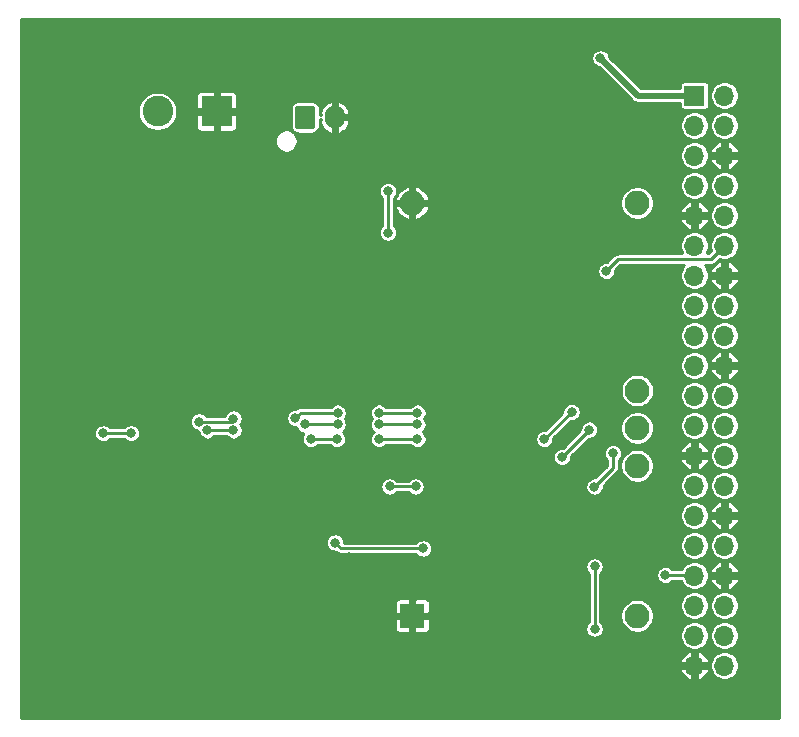
<source format=gbr>
G04 #@! TF.GenerationSoftware,KiCad,Pcbnew,5.1.5-52549c5~84~ubuntu18.04.1*
G04 #@! TF.CreationDate,2020-01-27T13:55:18+13:00*
G04 #@! TF.ProjectId,MOSSbp_Jetson_Nano_Board,4d4f5353-6270-45f4-9a65-74736f6e5f4e,V0.1*
G04 #@! TF.SameCoordinates,Original*
G04 #@! TF.FileFunction,Copper,L2,Bot*
G04 #@! TF.FilePolarity,Positive*
%FSLAX46Y46*%
G04 Gerber Fmt 4.6, Leading zero omitted, Abs format (unit mm)*
G04 Created by KiCad (PCBNEW 5.1.5-52549c5~84~ubuntu18.04.1) date 2020-01-27 13:55:18*
%MOMM*%
%LPD*%
G04 APERTURE LIST*
%ADD10O,2.100000X2.100000*%
%ADD11R,2.100000X2.100000*%
%ADD12O,1.700000X1.700000*%
%ADD13R,1.700000X1.700000*%
%ADD14O,1.700000X2.000000*%
%ADD15C,0.100000*%
%ADD16C,2.600000*%
%ADD17R,2.600000X2.600000*%
%ADD18C,0.800000*%
%ADD19C,0.250000*%
%ADD20C,0.500000*%
G04 APERTURE END LIST*
D10*
X148560000Y-75980000D03*
X167620000Y-76000000D03*
X167630000Y-91880000D03*
X167620000Y-95060000D03*
X167620000Y-98240000D03*
X167620000Y-110940000D03*
D11*
X148570000Y-110940000D03*
D12*
X175000000Y-115160000D03*
X172460000Y-115160000D03*
X175000000Y-112620000D03*
X172460000Y-112620000D03*
X175000000Y-110080000D03*
X172460000Y-110080000D03*
X175000000Y-107540000D03*
X172460000Y-107540000D03*
X175000000Y-105000000D03*
X172460000Y-105000000D03*
X175000000Y-102460000D03*
X172460000Y-102460000D03*
X175000000Y-99920000D03*
X172460000Y-99920000D03*
X175000000Y-97380000D03*
X172460000Y-97380000D03*
X175000000Y-94840000D03*
X172460000Y-94840000D03*
X175000000Y-92300000D03*
X172460000Y-92300000D03*
X175000000Y-89760000D03*
X172460000Y-89760000D03*
X175000000Y-87220000D03*
X172460000Y-87220000D03*
X175000000Y-84680000D03*
X172460000Y-84680000D03*
X175000000Y-82140000D03*
X172460000Y-82140000D03*
X175000000Y-79600000D03*
X172460000Y-79600000D03*
X175000000Y-77060000D03*
X172460000Y-77060000D03*
X175000000Y-74520000D03*
X172460000Y-74520000D03*
X175000000Y-71980000D03*
X172460000Y-71980000D03*
X175000000Y-69440000D03*
X172460000Y-69440000D03*
X175000000Y-66900000D03*
D13*
X172460000Y-66900000D03*
D14*
X142000000Y-68750000D03*
G04 #@! TA.AperFunction,ComponentPad*
D15*
G36*
X140124504Y-67751204D02*
G01*
X140148773Y-67754804D01*
X140172571Y-67760765D01*
X140195671Y-67769030D01*
X140217849Y-67779520D01*
X140238893Y-67792133D01*
X140258598Y-67806747D01*
X140276777Y-67823223D01*
X140293253Y-67841402D01*
X140307867Y-67861107D01*
X140320480Y-67882151D01*
X140330970Y-67904329D01*
X140339235Y-67927429D01*
X140345196Y-67951227D01*
X140348796Y-67975496D01*
X140350000Y-68000000D01*
X140350000Y-69500000D01*
X140348796Y-69524504D01*
X140345196Y-69548773D01*
X140339235Y-69572571D01*
X140330970Y-69595671D01*
X140320480Y-69617849D01*
X140307867Y-69638893D01*
X140293253Y-69658598D01*
X140276777Y-69676777D01*
X140258598Y-69693253D01*
X140238893Y-69707867D01*
X140217849Y-69720480D01*
X140195671Y-69730970D01*
X140172571Y-69739235D01*
X140148773Y-69745196D01*
X140124504Y-69748796D01*
X140100000Y-69750000D01*
X138900000Y-69750000D01*
X138875496Y-69748796D01*
X138851227Y-69745196D01*
X138827429Y-69739235D01*
X138804329Y-69730970D01*
X138782151Y-69720480D01*
X138761107Y-69707867D01*
X138741402Y-69693253D01*
X138723223Y-69676777D01*
X138706747Y-69658598D01*
X138692133Y-69638893D01*
X138679520Y-69617849D01*
X138669030Y-69595671D01*
X138660765Y-69572571D01*
X138654804Y-69548773D01*
X138651204Y-69524504D01*
X138650000Y-69500000D01*
X138650000Y-68000000D01*
X138651204Y-67975496D01*
X138654804Y-67951227D01*
X138660765Y-67927429D01*
X138669030Y-67904329D01*
X138679520Y-67882151D01*
X138692133Y-67861107D01*
X138706747Y-67841402D01*
X138723223Y-67823223D01*
X138741402Y-67806747D01*
X138761107Y-67792133D01*
X138782151Y-67779520D01*
X138804329Y-67769030D01*
X138827429Y-67760765D01*
X138851227Y-67754804D01*
X138875496Y-67751204D01*
X138900000Y-67750000D01*
X140100000Y-67750000D01*
X140124504Y-67751204D01*
G37*
G04 #@! TD.AperFunction*
D16*
X127000000Y-68250000D03*
D17*
X132000000Y-68250000D03*
D18*
X137500000Y-83000000D03*
X139000000Y-83000000D03*
X140500000Y-83000000D03*
X142000000Y-83000000D03*
X143250000Y-82500000D03*
X143250000Y-81000000D03*
X142750000Y-79500000D03*
X155000000Y-75000000D03*
X160000000Y-75000000D03*
X155000000Y-80000000D03*
X160000000Y-80000000D03*
X160000000Y-85000000D03*
X160000000Y-90000000D03*
X155000000Y-85000000D03*
X130000000Y-88000000D03*
X134000000Y-88000000D03*
X137000000Y-88000000D03*
X141000000Y-88000000D03*
X144000000Y-88000000D03*
X139000000Y-104000000D03*
X143250000Y-106000000D03*
X118000000Y-95750000D03*
X128000000Y-96000000D03*
X130000000Y-103250000D03*
X136500000Y-96700000D03*
X117500000Y-62500000D03*
X122500000Y-62500000D03*
X127500000Y-62500000D03*
X132500000Y-62500000D03*
X137500000Y-62500000D03*
X142500000Y-62500000D03*
X147500000Y-62500000D03*
X152500000Y-62500000D03*
X117500000Y-67500000D03*
X122500000Y-67500000D03*
X152500000Y-65000000D03*
X147500000Y-65000000D03*
X142500000Y-65000000D03*
X117500000Y-72500000D03*
X117500000Y-77500000D03*
X117500000Y-82500000D03*
X117500000Y-87500000D03*
X117500000Y-92500000D03*
X122500000Y-92500000D03*
X122500000Y-90000000D03*
X120000000Y-90000000D03*
X125000000Y-85000000D03*
X127500000Y-85000000D03*
X125000000Y-82500000D03*
X125000000Y-80000000D03*
X178000000Y-72000000D03*
X178000000Y-76000000D03*
X178000000Y-79500000D03*
X178000000Y-83000000D03*
X178000000Y-87000000D03*
X178000000Y-90500000D03*
X178000000Y-94000000D03*
X178000000Y-98500000D03*
X178000000Y-103000000D03*
X178000000Y-107000000D03*
X178000000Y-111500000D03*
X178000000Y-116000000D03*
X117000000Y-118000000D03*
X121000000Y-118000000D03*
X124000000Y-118000000D03*
X129000000Y-118000000D03*
X131000000Y-118000000D03*
X136000000Y-118000000D03*
X138000000Y-118000000D03*
X144000000Y-118000000D03*
X147000000Y-118000000D03*
X151000000Y-118000000D03*
X155000000Y-118000000D03*
X159000000Y-118000000D03*
X164000000Y-118000000D03*
X169000000Y-118000000D03*
X174000000Y-118000000D03*
X151000000Y-115000000D03*
X155000000Y-115000000D03*
X159000000Y-115000000D03*
X169000000Y-115000000D03*
X147000000Y-115000000D03*
X136000000Y-71000000D03*
X131000000Y-71000000D03*
X134000000Y-71000000D03*
X136000000Y-69000000D03*
X136000000Y-67000000D03*
X121750000Y-103250000D03*
X121000000Y-104250000D03*
X116250000Y-105500000D03*
X116250000Y-107500000D03*
X116500000Y-109750000D03*
X123000000Y-109750000D03*
X123250000Y-107250000D03*
X124500000Y-105500000D03*
X130000000Y-110250000D03*
X130250000Y-108000000D03*
X131250000Y-106250000D03*
X132750000Y-104750000D03*
X137250000Y-110250000D03*
X139250000Y-108750000D03*
X140250000Y-107000000D03*
X141750000Y-108000000D03*
X142000000Y-106500000D03*
X145000000Y-113500000D03*
X144750000Y-109500000D03*
X146650000Y-100000000D03*
X148850000Y-100000000D03*
X163560152Y-95189848D03*
X161250000Y-97500000D03*
X164500000Y-63750000D03*
X146500000Y-78500000D03*
X146522817Y-74977183D03*
X131225010Y-95250000D03*
X133425010Y-95250000D03*
X139500000Y-94750000D03*
X142250000Y-94750000D03*
X145750000Y-94750000D03*
X149000000Y-94750000D03*
X149500000Y-105250000D03*
X170000000Y-107500000D03*
X142051984Y-104753171D03*
X124750000Y-95500000D03*
X122400000Y-95500000D03*
X133425010Y-94249997D03*
X130500000Y-94500000D03*
X138667948Y-94195299D03*
X142250000Y-93750000D03*
X145750000Y-93750000D03*
X149000000Y-93750000D03*
X139975010Y-95975000D03*
X142175010Y-96000000D03*
X145750000Y-96000000D03*
X149000000Y-96000000D03*
X159750000Y-96000000D03*
X162060152Y-93689848D03*
X165000000Y-81750000D03*
X164000000Y-112040000D03*
X164000000Y-106775000D03*
X165560152Y-97189848D03*
X163987347Y-100012653D03*
D19*
X146650000Y-100000000D02*
X148850000Y-100000000D01*
X161250000Y-97500000D02*
X163560152Y-95189848D01*
D20*
X167650000Y-66900000D02*
X164500000Y-63750000D01*
X172460000Y-66900000D02*
X167650000Y-66900000D01*
D19*
X146500000Y-78500000D02*
X146500000Y-75000000D01*
X146500000Y-75000000D02*
X146522817Y-74977183D01*
X131225010Y-95250000D02*
X133425010Y-95250000D01*
X139500000Y-94750000D02*
X142250000Y-94750000D01*
X145750000Y-94750000D02*
X149000000Y-94750000D01*
X172420000Y-107500000D02*
X172460000Y-107540000D01*
X170000000Y-107500000D02*
X172420000Y-107500000D01*
X149500000Y-105250000D02*
X142548813Y-105250000D01*
X142548813Y-105250000D02*
X142051984Y-104753171D01*
X124750000Y-95500000D02*
X122400000Y-95500000D01*
X133175007Y-94500000D02*
X133425010Y-94249997D01*
X130500000Y-94500000D02*
X133175007Y-94500000D01*
X138667948Y-94195299D02*
X139113247Y-93750000D01*
X139113247Y-93750000D02*
X142250000Y-93750000D01*
X145750000Y-93750000D02*
X149000000Y-93750000D01*
X139975010Y-95975000D02*
X141650010Y-95975000D01*
X141650010Y-95975000D02*
X142150010Y-95975000D01*
X142150010Y-95975000D02*
X142175010Y-96000000D01*
X145750000Y-96000000D02*
X149000000Y-96000000D01*
X159750000Y-96000000D02*
X162060152Y-93689848D01*
X174150001Y-80449999D02*
X175000000Y-79600000D01*
X173824999Y-80775001D02*
X174150001Y-80449999D01*
X166224999Y-80775001D02*
X173824999Y-80775001D01*
X165974999Y-80775001D02*
X165000000Y-81750000D01*
X166224999Y-80775001D02*
X165974999Y-80775001D01*
X166025001Y-80775001D02*
X166224999Y-80775001D01*
X164000000Y-112040000D02*
X164000000Y-106775000D01*
X165560152Y-97189848D02*
X165560152Y-98439848D01*
X165560152Y-98439848D02*
X163987347Y-100012653D01*
G36*
X179600000Y-119600000D02*
G01*
X115400000Y-119600000D01*
X115400000Y-115530412D01*
X171239992Y-115530412D01*
X171335397Y-115760760D01*
X171474208Y-115968616D01*
X171650903Y-116145397D01*
X171858691Y-116284310D01*
X172089587Y-116380016D01*
X172285000Y-116316691D01*
X172285000Y-115335000D01*
X172635000Y-115335000D01*
X172635000Y-116316691D01*
X172830413Y-116380016D01*
X173061309Y-116284310D01*
X173269097Y-116145397D01*
X173445792Y-115968616D01*
X173584603Y-115760760D01*
X173680008Y-115530412D01*
X173615574Y-115335000D01*
X172635000Y-115335000D01*
X172285000Y-115335000D01*
X171304426Y-115335000D01*
X171239992Y-115530412D01*
X115400000Y-115530412D01*
X115400000Y-115039348D01*
X173775000Y-115039348D01*
X173775000Y-115280652D01*
X173822076Y-115517319D01*
X173914419Y-115740255D01*
X174048481Y-115940892D01*
X174219108Y-116111519D01*
X174419745Y-116245581D01*
X174642681Y-116337924D01*
X174879348Y-116385000D01*
X175120652Y-116385000D01*
X175357319Y-116337924D01*
X175580255Y-116245581D01*
X175780892Y-116111519D01*
X175951519Y-115940892D01*
X176085581Y-115740255D01*
X176177924Y-115517319D01*
X176225000Y-115280652D01*
X176225000Y-115039348D01*
X176177924Y-114802681D01*
X176085581Y-114579745D01*
X175951519Y-114379108D01*
X175780892Y-114208481D01*
X175580255Y-114074419D01*
X175357319Y-113982076D01*
X175120652Y-113935000D01*
X174879348Y-113935000D01*
X174642681Y-113982076D01*
X174419745Y-114074419D01*
X174219108Y-114208481D01*
X174048481Y-114379108D01*
X173914419Y-114579745D01*
X173822076Y-114802681D01*
X173775000Y-115039348D01*
X115400000Y-115039348D01*
X115400000Y-114789588D01*
X171239992Y-114789588D01*
X171304426Y-114985000D01*
X172285000Y-114985000D01*
X172285000Y-114003309D01*
X172635000Y-114003309D01*
X172635000Y-114985000D01*
X173615574Y-114985000D01*
X173680008Y-114789588D01*
X173584603Y-114559240D01*
X173445792Y-114351384D01*
X173269097Y-114174603D01*
X173061309Y-114035690D01*
X172830413Y-113939984D01*
X172635000Y-114003309D01*
X172285000Y-114003309D01*
X172089587Y-113939984D01*
X171858691Y-114035690D01*
X171650903Y-114174603D01*
X171474208Y-114351384D01*
X171335397Y-114559240D01*
X171239992Y-114789588D01*
X115400000Y-114789588D01*
X115400000Y-111990000D01*
X147092944Y-111990000D01*
X147101150Y-112073314D01*
X147125452Y-112153427D01*
X147164916Y-112227260D01*
X147218026Y-112291974D01*
X147282740Y-112345084D01*
X147356573Y-112384548D01*
X147436686Y-112408850D01*
X147520000Y-112417056D01*
X148288750Y-112415000D01*
X148395000Y-112308750D01*
X148395000Y-111115000D01*
X148745000Y-111115000D01*
X148745000Y-112308750D01*
X148851250Y-112415000D01*
X149620000Y-112417056D01*
X149703314Y-112408850D01*
X149783427Y-112384548D01*
X149857260Y-112345084D01*
X149921974Y-112291974D01*
X149975084Y-112227260D01*
X150014548Y-112153427D01*
X150038850Y-112073314D01*
X150047056Y-111990000D01*
X150045000Y-111221250D01*
X149938750Y-111115000D01*
X148745000Y-111115000D01*
X148395000Y-111115000D01*
X147201250Y-111115000D01*
X147095000Y-111221250D01*
X147092944Y-111990000D01*
X115400000Y-111990000D01*
X115400000Y-109890000D01*
X147092944Y-109890000D01*
X147095000Y-110658750D01*
X147201250Y-110765000D01*
X148395000Y-110765000D01*
X148395000Y-109571250D01*
X148745000Y-109571250D01*
X148745000Y-110765000D01*
X149938750Y-110765000D01*
X150045000Y-110658750D01*
X150047056Y-109890000D01*
X150038850Y-109806686D01*
X150014548Y-109726573D01*
X149975084Y-109652740D01*
X149921974Y-109588026D01*
X149857260Y-109534916D01*
X149783427Y-109495452D01*
X149703314Y-109471150D01*
X149620000Y-109462944D01*
X148851250Y-109465000D01*
X148745000Y-109571250D01*
X148395000Y-109571250D01*
X148288750Y-109465000D01*
X147520000Y-109462944D01*
X147436686Y-109471150D01*
X147356573Y-109495452D01*
X147282740Y-109534916D01*
X147218026Y-109588026D01*
X147164916Y-109652740D01*
X147125452Y-109726573D01*
X147101150Y-109806686D01*
X147092944Y-109890000D01*
X115400000Y-109890000D01*
X115400000Y-106698669D01*
X163225000Y-106698669D01*
X163225000Y-106851331D01*
X163254783Y-107001059D01*
X163313204Y-107142100D01*
X163398018Y-107269034D01*
X163500001Y-107371017D01*
X163500000Y-111443984D01*
X163398018Y-111545966D01*
X163313204Y-111672900D01*
X163254783Y-111813941D01*
X163225000Y-111963669D01*
X163225000Y-112116331D01*
X163254783Y-112266059D01*
X163313204Y-112407100D01*
X163398018Y-112534034D01*
X163505966Y-112641982D01*
X163632900Y-112726796D01*
X163773941Y-112785217D01*
X163923669Y-112815000D01*
X164076331Y-112815000D01*
X164226059Y-112785217D01*
X164367100Y-112726796D01*
X164494034Y-112641982D01*
X164601982Y-112534034D01*
X164625158Y-112499348D01*
X171235000Y-112499348D01*
X171235000Y-112740652D01*
X171282076Y-112977319D01*
X171374419Y-113200255D01*
X171508481Y-113400892D01*
X171679108Y-113571519D01*
X171879745Y-113705581D01*
X172102681Y-113797924D01*
X172339348Y-113845000D01*
X172580652Y-113845000D01*
X172817319Y-113797924D01*
X173040255Y-113705581D01*
X173240892Y-113571519D01*
X173411519Y-113400892D01*
X173545581Y-113200255D01*
X173637924Y-112977319D01*
X173685000Y-112740652D01*
X173685000Y-112499348D01*
X173775000Y-112499348D01*
X173775000Y-112740652D01*
X173822076Y-112977319D01*
X173914419Y-113200255D01*
X174048481Y-113400892D01*
X174219108Y-113571519D01*
X174419745Y-113705581D01*
X174642681Y-113797924D01*
X174879348Y-113845000D01*
X175120652Y-113845000D01*
X175357319Y-113797924D01*
X175580255Y-113705581D01*
X175780892Y-113571519D01*
X175951519Y-113400892D01*
X176085581Y-113200255D01*
X176177924Y-112977319D01*
X176225000Y-112740652D01*
X176225000Y-112499348D01*
X176177924Y-112262681D01*
X176085581Y-112039745D01*
X175951519Y-111839108D01*
X175780892Y-111668481D01*
X175580255Y-111534419D01*
X175357319Y-111442076D01*
X175120652Y-111395000D01*
X174879348Y-111395000D01*
X174642681Y-111442076D01*
X174419745Y-111534419D01*
X174219108Y-111668481D01*
X174048481Y-111839108D01*
X173914419Y-112039745D01*
X173822076Y-112262681D01*
X173775000Y-112499348D01*
X173685000Y-112499348D01*
X173637924Y-112262681D01*
X173545581Y-112039745D01*
X173411519Y-111839108D01*
X173240892Y-111668481D01*
X173040255Y-111534419D01*
X172817319Y-111442076D01*
X172580652Y-111395000D01*
X172339348Y-111395000D01*
X172102681Y-111442076D01*
X171879745Y-111534419D01*
X171679108Y-111668481D01*
X171508481Y-111839108D01*
X171374419Y-112039745D01*
X171282076Y-112262681D01*
X171235000Y-112499348D01*
X164625158Y-112499348D01*
X164686796Y-112407100D01*
X164745217Y-112266059D01*
X164775000Y-112116331D01*
X164775000Y-111963669D01*
X164745217Y-111813941D01*
X164686796Y-111672900D01*
X164601982Y-111545966D01*
X164500000Y-111443984D01*
X164500000Y-110799650D01*
X166195000Y-110799650D01*
X166195000Y-111080350D01*
X166249762Y-111355657D01*
X166357181Y-111614991D01*
X166513130Y-111848385D01*
X166711615Y-112046870D01*
X166945009Y-112202819D01*
X167204343Y-112310238D01*
X167479650Y-112365000D01*
X167760350Y-112365000D01*
X168035657Y-112310238D01*
X168294991Y-112202819D01*
X168528385Y-112046870D01*
X168726870Y-111848385D01*
X168882819Y-111614991D01*
X168990238Y-111355657D01*
X169045000Y-111080350D01*
X169045000Y-110799650D01*
X168990238Y-110524343D01*
X168882819Y-110265009D01*
X168726870Y-110031615D01*
X168654603Y-109959348D01*
X171235000Y-109959348D01*
X171235000Y-110200652D01*
X171282076Y-110437319D01*
X171374419Y-110660255D01*
X171508481Y-110860892D01*
X171679108Y-111031519D01*
X171879745Y-111165581D01*
X172102681Y-111257924D01*
X172339348Y-111305000D01*
X172580652Y-111305000D01*
X172817319Y-111257924D01*
X173040255Y-111165581D01*
X173240892Y-111031519D01*
X173411519Y-110860892D01*
X173545581Y-110660255D01*
X173637924Y-110437319D01*
X173685000Y-110200652D01*
X173685000Y-109959348D01*
X173775000Y-109959348D01*
X173775000Y-110200652D01*
X173822076Y-110437319D01*
X173914419Y-110660255D01*
X174048481Y-110860892D01*
X174219108Y-111031519D01*
X174419745Y-111165581D01*
X174642681Y-111257924D01*
X174879348Y-111305000D01*
X175120652Y-111305000D01*
X175357319Y-111257924D01*
X175580255Y-111165581D01*
X175780892Y-111031519D01*
X175951519Y-110860892D01*
X176085581Y-110660255D01*
X176177924Y-110437319D01*
X176225000Y-110200652D01*
X176225000Y-109959348D01*
X176177924Y-109722681D01*
X176085581Y-109499745D01*
X175951519Y-109299108D01*
X175780892Y-109128481D01*
X175580255Y-108994419D01*
X175357319Y-108902076D01*
X175120652Y-108855000D01*
X174879348Y-108855000D01*
X174642681Y-108902076D01*
X174419745Y-108994419D01*
X174219108Y-109128481D01*
X174048481Y-109299108D01*
X173914419Y-109499745D01*
X173822076Y-109722681D01*
X173775000Y-109959348D01*
X173685000Y-109959348D01*
X173637924Y-109722681D01*
X173545581Y-109499745D01*
X173411519Y-109299108D01*
X173240892Y-109128481D01*
X173040255Y-108994419D01*
X172817319Y-108902076D01*
X172580652Y-108855000D01*
X172339348Y-108855000D01*
X172102681Y-108902076D01*
X171879745Y-108994419D01*
X171679108Y-109128481D01*
X171508481Y-109299108D01*
X171374419Y-109499745D01*
X171282076Y-109722681D01*
X171235000Y-109959348D01*
X168654603Y-109959348D01*
X168528385Y-109833130D01*
X168294991Y-109677181D01*
X168035657Y-109569762D01*
X167760350Y-109515000D01*
X167479650Y-109515000D01*
X167204343Y-109569762D01*
X166945009Y-109677181D01*
X166711615Y-109833130D01*
X166513130Y-110031615D01*
X166357181Y-110265009D01*
X166249762Y-110524343D01*
X166195000Y-110799650D01*
X164500000Y-110799650D01*
X164500000Y-107423669D01*
X169225000Y-107423669D01*
X169225000Y-107576331D01*
X169254783Y-107726059D01*
X169313204Y-107867100D01*
X169398018Y-107994034D01*
X169505966Y-108101982D01*
X169632900Y-108186796D01*
X169773941Y-108245217D01*
X169923669Y-108275000D01*
X170076331Y-108275000D01*
X170226059Y-108245217D01*
X170367100Y-108186796D01*
X170494034Y-108101982D01*
X170596016Y-108000000D01*
X171324608Y-108000000D01*
X171374419Y-108120255D01*
X171508481Y-108320892D01*
X171679108Y-108491519D01*
X171879745Y-108625581D01*
X172102681Y-108717924D01*
X172339348Y-108765000D01*
X172580652Y-108765000D01*
X172817319Y-108717924D01*
X173040255Y-108625581D01*
X173240892Y-108491519D01*
X173411519Y-108320892D01*
X173545581Y-108120255D01*
X173632500Y-107910412D01*
X173779992Y-107910412D01*
X173875397Y-108140760D01*
X174014208Y-108348616D01*
X174190903Y-108525397D01*
X174398691Y-108664310D01*
X174629587Y-108760016D01*
X174825000Y-108696691D01*
X174825000Y-107715000D01*
X175175000Y-107715000D01*
X175175000Y-108696691D01*
X175370413Y-108760016D01*
X175601309Y-108664310D01*
X175809097Y-108525397D01*
X175985792Y-108348616D01*
X176124603Y-108140760D01*
X176220008Y-107910412D01*
X176155574Y-107715000D01*
X175175000Y-107715000D01*
X174825000Y-107715000D01*
X173844426Y-107715000D01*
X173779992Y-107910412D01*
X173632500Y-107910412D01*
X173637924Y-107897319D01*
X173685000Y-107660652D01*
X173685000Y-107419348D01*
X173637924Y-107182681D01*
X173632501Y-107169588D01*
X173779992Y-107169588D01*
X173844426Y-107365000D01*
X174825000Y-107365000D01*
X174825000Y-106383309D01*
X175175000Y-106383309D01*
X175175000Y-107365000D01*
X176155574Y-107365000D01*
X176220008Y-107169588D01*
X176124603Y-106939240D01*
X175985792Y-106731384D01*
X175809097Y-106554603D01*
X175601309Y-106415690D01*
X175370413Y-106319984D01*
X175175000Y-106383309D01*
X174825000Y-106383309D01*
X174629587Y-106319984D01*
X174398691Y-106415690D01*
X174190903Y-106554603D01*
X174014208Y-106731384D01*
X173875397Y-106939240D01*
X173779992Y-107169588D01*
X173632501Y-107169588D01*
X173545581Y-106959745D01*
X173411519Y-106759108D01*
X173240892Y-106588481D01*
X173040255Y-106454419D01*
X172817319Y-106362076D01*
X172580652Y-106315000D01*
X172339348Y-106315000D01*
X172102681Y-106362076D01*
X171879745Y-106454419D01*
X171679108Y-106588481D01*
X171508481Y-106759108D01*
X171374419Y-106959745D01*
X171357745Y-107000000D01*
X170596016Y-107000000D01*
X170494034Y-106898018D01*
X170367100Y-106813204D01*
X170226059Y-106754783D01*
X170076331Y-106725000D01*
X169923669Y-106725000D01*
X169773941Y-106754783D01*
X169632900Y-106813204D01*
X169505966Y-106898018D01*
X169398018Y-107005966D01*
X169313204Y-107132900D01*
X169254783Y-107273941D01*
X169225000Y-107423669D01*
X164500000Y-107423669D01*
X164500000Y-107371016D01*
X164601982Y-107269034D01*
X164686796Y-107142100D01*
X164745217Y-107001059D01*
X164775000Y-106851331D01*
X164775000Y-106698669D01*
X164745217Y-106548941D01*
X164686796Y-106407900D01*
X164601982Y-106280966D01*
X164494034Y-106173018D01*
X164367100Y-106088204D01*
X164226059Y-106029783D01*
X164076331Y-106000000D01*
X163923669Y-106000000D01*
X163773941Y-106029783D01*
X163632900Y-106088204D01*
X163505966Y-106173018D01*
X163398018Y-106280966D01*
X163313204Y-106407900D01*
X163254783Y-106548941D01*
X163225000Y-106698669D01*
X115400000Y-106698669D01*
X115400000Y-104676840D01*
X141276984Y-104676840D01*
X141276984Y-104829502D01*
X141306767Y-104979230D01*
X141365188Y-105120271D01*
X141450002Y-105247205D01*
X141557950Y-105355153D01*
X141684884Y-105439967D01*
X141825925Y-105498388D01*
X141975653Y-105528171D01*
X142119877Y-105528171D01*
X142177892Y-105586186D01*
X142193549Y-105605264D01*
X142269684Y-105667746D01*
X142356546Y-105714175D01*
X142450796Y-105742765D01*
X142524253Y-105750000D01*
X142524262Y-105750000D01*
X142548812Y-105752418D01*
X142573362Y-105750000D01*
X148903984Y-105750000D01*
X149005966Y-105851982D01*
X149132900Y-105936796D01*
X149273941Y-105995217D01*
X149423669Y-106025000D01*
X149576331Y-106025000D01*
X149726059Y-105995217D01*
X149867100Y-105936796D01*
X149994034Y-105851982D01*
X150101982Y-105744034D01*
X150186796Y-105617100D01*
X150245217Y-105476059D01*
X150275000Y-105326331D01*
X150275000Y-105173669D01*
X150245217Y-105023941D01*
X150186796Y-104882900D01*
X150184423Y-104879348D01*
X171235000Y-104879348D01*
X171235000Y-105120652D01*
X171282076Y-105357319D01*
X171374419Y-105580255D01*
X171508481Y-105780892D01*
X171679108Y-105951519D01*
X171879745Y-106085581D01*
X172102681Y-106177924D01*
X172339348Y-106225000D01*
X172580652Y-106225000D01*
X172817319Y-106177924D01*
X173040255Y-106085581D01*
X173240892Y-105951519D01*
X173411519Y-105780892D01*
X173545581Y-105580255D01*
X173637924Y-105357319D01*
X173685000Y-105120652D01*
X173685000Y-104879348D01*
X173775000Y-104879348D01*
X173775000Y-105120652D01*
X173822076Y-105357319D01*
X173914419Y-105580255D01*
X174048481Y-105780892D01*
X174219108Y-105951519D01*
X174419745Y-106085581D01*
X174642681Y-106177924D01*
X174879348Y-106225000D01*
X175120652Y-106225000D01*
X175357319Y-106177924D01*
X175580255Y-106085581D01*
X175780892Y-105951519D01*
X175951519Y-105780892D01*
X176085581Y-105580255D01*
X176177924Y-105357319D01*
X176225000Y-105120652D01*
X176225000Y-104879348D01*
X176177924Y-104642681D01*
X176085581Y-104419745D01*
X175951519Y-104219108D01*
X175780892Y-104048481D01*
X175580255Y-103914419D01*
X175357319Y-103822076D01*
X175120652Y-103775000D01*
X174879348Y-103775000D01*
X174642681Y-103822076D01*
X174419745Y-103914419D01*
X174219108Y-104048481D01*
X174048481Y-104219108D01*
X173914419Y-104419745D01*
X173822076Y-104642681D01*
X173775000Y-104879348D01*
X173685000Y-104879348D01*
X173637924Y-104642681D01*
X173545581Y-104419745D01*
X173411519Y-104219108D01*
X173240892Y-104048481D01*
X173040255Y-103914419D01*
X172817319Y-103822076D01*
X172580652Y-103775000D01*
X172339348Y-103775000D01*
X172102681Y-103822076D01*
X171879745Y-103914419D01*
X171679108Y-104048481D01*
X171508481Y-104219108D01*
X171374419Y-104419745D01*
X171282076Y-104642681D01*
X171235000Y-104879348D01*
X150184423Y-104879348D01*
X150101982Y-104755966D01*
X149994034Y-104648018D01*
X149867100Y-104563204D01*
X149726059Y-104504783D01*
X149576331Y-104475000D01*
X149423669Y-104475000D01*
X149273941Y-104504783D01*
X149132900Y-104563204D01*
X149005966Y-104648018D01*
X148903984Y-104750000D01*
X142826984Y-104750000D01*
X142826984Y-104676840D01*
X142797201Y-104527112D01*
X142738780Y-104386071D01*
X142653966Y-104259137D01*
X142546018Y-104151189D01*
X142419084Y-104066375D01*
X142278043Y-104007954D01*
X142128315Y-103978171D01*
X141975653Y-103978171D01*
X141825925Y-104007954D01*
X141684884Y-104066375D01*
X141557950Y-104151189D01*
X141450002Y-104259137D01*
X141365188Y-104386071D01*
X141306767Y-104527112D01*
X141276984Y-104676840D01*
X115400000Y-104676840D01*
X115400000Y-102339348D01*
X171235000Y-102339348D01*
X171235000Y-102580652D01*
X171282076Y-102817319D01*
X171374419Y-103040255D01*
X171508481Y-103240892D01*
X171679108Y-103411519D01*
X171879745Y-103545581D01*
X172102681Y-103637924D01*
X172339348Y-103685000D01*
X172580652Y-103685000D01*
X172817319Y-103637924D01*
X173040255Y-103545581D01*
X173240892Y-103411519D01*
X173411519Y-103240892D01*
X173545581Y-103040255D01*
X173632500Y-102830412D01*
X173779992Y-102830412D01*
X173875397Y-103060760D01*
X174014208Y-103268616D01*
X174190903Y-103445397D01*
X174398691Y-103584310D01*
X174629587Y-103680016D01*
X174825000Y-103616691D01*
X174825000Y-102635000D01*
X175175000Y-102635000D01*
X175175000Y-103616691D01*
X175370413Y-103680016D01*
X175601309Y-103584310D01*
X175809097Y-103445397D01*
X175985792Y-103268616D01*
X176124603Y-103060760D01*
X176220008Y-102830412D01*
X176155574Y-102635000D01*
X175175000Y-102635000D01*
X174825000Y-102635000D01*
X173844426Y-102635000D01*
X173779992Y-102830412D01*
X173632500Y-102830412D01*
X173637924Y-102817319D01*
X173685000Y-102580652D01*
X173685000Y-102339348D01*
X173637924Y-102102681D01*
X173632501Y-102089588D01*
X173779992Y-102089588D01*
X173844426Y-102285000D01*
X174825000Y-102285000D01*
X174825000Y-101303309D01*
X175175000Y-101303309D01*
X175175000Y-102285000D01*
X176155574Y-102285000D01*
X176220008Y-102089588D01*
X176124603Y-101859240D01*
X175985792Y-101651384D01*
X175809097Y-101474603D01*
X175601309Y-101335690D01*
X175370413Y-101239984D01*
X175175000Y-101303309D01*
X174825000Y-101303309D01*
X174629587Y-101239984D01*
X174398691Y-101335690D01*
X174190903Y-101474603D01*
X174014208Y-101651384D01*
X173875397Y-101859240D01*
X173779992Y-102089588D01*
X173632501Y-102089588D01*
X173545581Y-101879745D01*
X173411519Y-101679108D01*
X173240892Y-101508481D01*
X173040255Y-101374419D01*
X172817319Y-101282076D01*
X172580652Y-101235000D01*
X172339348Y-101235000D01*
X172102681Y-101282076D01*
X171879745Y-101374419D01*
X171679108Y-101508481D01*
X171508481Y-101679108D01*
X171374419Y-101879745D01*
X171282076Y-102102681D01*
X171235000Y-102339348D01*
X115400000Y-102339348D01*
X115400000Y-99923669D01*
X145875000Y-99923669D01*
X145875000Y-100076331D01*
X145904783Y-100226059D01*
X145963204Y-100367100D01*
X146048018Y-100494034D01*
X146155966Y-100601982D01*
X146282900Y-100686796D01*
X146423941Y-100745217D01*
X146573669Y-100775000D01*
X146726331Y-100775000D01*
X146876059Y-100745217D01*
X147017100Y-100686796D01*
X147144034Y-100601982D01*
X147246016Y-100500000D01*
X148253984Y-100500000D01*
X148355966Y-100601982D01*
X148482900Y-100686796D01*
X148623941Y-100745217D01*
X148773669Y-100775000D01*
X148926331Y-100775000D01*
X149076059Y-100745217D01*
X149217100Y-100686796D01*
X149344034Y-100601982D01*
X149451982Y-100494034D01*
X149536796Y-100367100D01*
X149595217Y-100226059D01*
X149625000Y-100076331D01*
X149625000Y-99936322D01*
X163212347Y-99936322D01*
X163212347Y-100088984D01*
X163242130Y-100238712D01*
X163300551Y-100379753D01*
X163385365Y-100506687D01*
X163493313Y-100614635D01*
X163620247Y-100699449D01*
X163761288Y-100757870D01*
X163911016Y-100787653D01*
X164063678Y-100787653D01*
X164213406Y-100757870D01*
X164354447Y-100699449D01*
X164481381Y-100614635D01*
X164589329Y-100506687D01*
X164674143Y-100379753D01*
X164732564Y-100238712D01*
X164762347Y-100088984D01*
X164762347Y-99944758D01*
X164907757Y-99799348D01*
X171235000Y-99799348D01*
X171235000Y-100040652D01*
X171282076Y-100277319D01*
X171374419Y-100500255D01*
X171508481Y-100700892D01*
X171679108Y-100871519D01*
X171879745Y-101005581D01*
X172102681Y-101097924D01*
X172339348Y-101145000D01*
X172580652Y-101145000D01*
X172817319Y-101097924D01*
X173040255Y-101005581D01*
X173240892Y-100871519D01*
X173411519Y-100700892D01*
X173545581Y-100500255D01*
X173637924Y-100277319D01*
X173685000Y-100040652D01*
X173685000Y-99799348D01*
X173775000Y-99799348D01*
X173775000Y-100040652D01*
X173822076Y-100277319D01*
X173914419Y-100500255D01*
X174048481Y-100700892D01*
X174219108Y-100871519D01*
X174419745Y-101005581D01*
X174642681Y-101097924D01*
X174879348Y-101145000D01*
X175120652Y-101145000D01*
X175357319Y-101097924D01*
X175580255Y-101005581D01*
X175780892Y-100871519D01*
X175951519Y-100700892D01*
X176085581Y-100500255D01*
X176177924Y-100277319D01*
X176225000Y-100040652D01*
X176225000Y-99799348D01*
X176177924Y-99562681D01*
X176085581Y-99339745D01*
X175951519Y-99139108D01*
X175780892Y-98968481D01*
X175580255Y-98834419D01*
X175357319Y-98742076D01*
X175120652Y-98695000D01*
X174879348Y-98695000D01*
X174642681Y-98742076D01*
X174419745Y-98834419D01*
X174219108Y-98968481D01*
X174048481Y-99139108D01*
X173914419Y-99339745D01*
X173822076Y-99562681D01*
X173775000Y-99799348D01*
X173685000Y-99799348D01*
X173637924Y-99562681D01*
X173545581Y-99339745D01*
X173411519Y-99139108D01*
X173240892Y-98968481D01*
X173040255Y-98834419D01*
X172817319Y-98742076D01*
X172580652Y-98695000D01*
X172339348Y-98695000D01*
X172102681Y-98742076D01*
X171879745Y-98834419D01*
X171679108Y-98968481D01*
X171508481Y-99139108D01*
X171374419Y-99339745D01*
X171282076Y-99562681D01*
X171235000Y-99799348D01*
X164907757Y-99799348D01*
X165896333Y-98810773D01*
X165915416Y-98795112D01*
X165977898Y-98718977D01*
X166024327Y-98632115D01*
X166052917Y-98537865D01*
X166060152Y-98464408D01*
X166060152Y-98464407D01*
X166062571Y-98439849D01*
X166060152Y-98415291D01*
X166060152Y-98099650D01*
X166195000Y-98099650D01*
X166195000Y-98380350D01*
X166249762Y-98655657D01*
X166357181Y-98914991D01*
X166513130Y-99148385D01*
X166711615Y-99346870D01*
X166945009Y-99502819D01*
X167204343Y-99610238D01*
X167479650Y-99665000D01*
X167760350Y-99665000D01*
X168035657Y-99610238D01*
X168294991Y-99502819D01*
X168528385Y-99346870D01*
X168726870Y-99148385D01*
X168882819Y-98914991D01*
X168990238Y-98655657D01*
X169045000Y-98380350D01*
X169045000Y-98099650D01*
X168990238Y-97824343D01*
X168959615Y-97750412D01*
X171239992Y-97750412D01*
X171335397Y-97980760D01*
X171474208Y-98188616D01*
X171650903Y-98365397D01*
X171858691Y-98504310D01*
X172089587Y-98600016D01*
X172285000Y-98536691D01*
X172285000Y-97555000D01*
X172635000Y-97555000D01*
X172635000Y-98536691D01*
X172830413Y-98600016D01*
X173061309Y-98504310D01*
X173269097Y-98365397D01*
X173445792Y-98188616D01*
X173584603Y-97980760D01*
X173680008Y-97750412D01*
X173615574Y-97555000D01*
X172635000Y-97555000D01*
X172285000Y-97555000D01*
X171304426Y-97555000D01*
X171239992Y-97750412D01*
X168959615Y-97750412D01*
X168882819Y-97565009D01*
X168726870Y-97331615D01*
X168654603Y-97259348D01*
X173775000Y-97259348D01*
X173775000Y-97500652D01*
X173822076Y-97737319D01*
X173914419Y-97960255D01*
X174048481Y-98160892D01*
X174219108Y-98331519D01*
X174419745Y-98465581D01*
X174642681Y-98557924D01*
X174879348Y-98605000D01*
X175120652Y-98605000D01*
X175357319Y-98557924D01*
X175580255Y-98465581D01*
X175780892Y-98331519D01*
X175951519Y-98160892D01*
X176085581Y-97960255D01*
X176177924Y-97737319D01*
X176225000Y-97500652D01*
X176225000Y-97259348D01*
X176177924Y-97022681D01*
X176085581Y-96799745D01*
X175951519Y-96599108D01*
X175780892Y-96428481D01*
X175580255Y-96294419D01*
X175357319Y-96202076D01*
X175120652Y-96155000D01*
X174879348Y-96155000D01*
X174642681Y-96202076D01*
X174419745Y-96294419D01*
X174219108Y-96428481D01*
X174048481Y-96599108D01*
X173914419Y-96799745D01*
X173822076Y-97022681D01*
X173775000Y-97259348D01*
X168654603Y-97259348D01*
X168528385Y-97133130D01*
X168343492Y-97009588D01*
X171239992Y-97009588D01*
X171304426Y-97205000D01*
X172285000Y-97205000D01*
X172285000Y-96223309D01*
X172635000Y-96223309D01*
X172635000Y-97205000D01*
X173615574Y-97205000D01*
X173680008Y-97009588D01*
X173584603Y-96779240D01*
X173445792Y-96571384D01*
X173269097Y-96394603D01*
X173061309Y-96255690D01*
X172830413Y-96159984D01*
X172635000Y-96223309D01*
X172285000Y-96223309D01*
X172089587Y-96159984D01*
X171858691Y-96255690D01*
X171650903Y-96394603D01*
X171474208Y-96571384D01*
X171335397Y-96779240D01*
X171239992Y-97009588D01*
X168343492Y-97009588D01*
X168294991Y-96977181D01*
X168035657Y-96869762D01*
X167760350Y-96815000D01*
X167479650Y-96815000D01*
X167204343Y-96869762D01*
X166945009Y-96977181D01*
X166711615Y-97133130D01*
X166513130Y-97331615D01*
X166357181Y-97565009D01*
X166249762Y-97824343D01*
X166195000Y-98099650D01*
X166060152Y-98099650D01*
X166060152Y-97785864D01*
X166162134Y-97683882D01*
X166246948Y-97556948D01*
X166305369Y-97415907D01*
X166335152Y-97266179D01*
X166335152Y-97113517D01*
X166305369Y-96963789D01*
X166246948Y-96822748D01*
X166162134Y-96695814D01*
X166054186Y-96587866D01*
X165927252Y-96503052D01*
X165786211Y-96444631D01*
X165636483Y-96414848D01*
X165483821Y-96414848D01*
X165334093Y-96444631D01*
X165193052Y-96503052D01*
X165066118Y-96587866D01*
X164958170Y-96695814D01*
X164873356Y-96822748D01*
X164814935Y-96963789D01*
X164785152Y-97113517D01*
X164785152Y-97266179D01*
X164814935Y-97415907D01*
X164873356Y-97556948D01*
X164958170Y-97683882D01*
X165060152Y-97785864D01*
X165060153Y-98232741D01*
X164055242Y-99237653D01*
X163911016Y-99237653D01*
X163761288Y-99267436D01*
X163620247Y-99325857D01*
X163493313Y-99410671D01*
X163385365Y-99518619D01*
X163300551Y-99645553D01*
X163242130Y-99786594D01*
X163212347Y-99936322D01*
X149625000Y-99936322D01*
X149625000Y-99923669D01*
X149595217Y-99773941D01*
X149536796Y-99632900D01*
X149451982Y-99505966D01*
X149344034Y-99398018D01*
X149217100Y-99313204D01*
X149076059Y-99254783D01*
X148926331Y-99225000D01*
X148773669Y-99225000D01*
X148623941Y-99254783D01*
X148482900Y-99313204D01*
X148355966Y-99398018D01*
X148253984Y-99500000D01*
X147246016Y-99500000D01*
X147144034Y-99398018D01*
X147017100Y-99313204D01*
X146876059Y-99254783D01*
X146726331Y-99225000D01*
X146573669Y-99225000D01*
X146423941Y-99254783D01*
X146282900Y-99313204D01*
X146155966Y-99398018D01*
X146048018Y-99505966D01*
X145963204Y-99632900D01*
X145904783Y-99773941D01*
X145875000Y-99923669D01*
X115400000Y-99923669D01*
X115400000Y-97423669D01*
X160475000Y-97423669D01*
X160475000Y-97576331D01*
X160504783Y-97726059D01*
X160563204Y-97867100D01*
X160648018Y-97994034D01*
X160755966Y-98101982D01*
X160882900Y-98186796D01*
X161023941Y-98245217D01*
X161173669Y-98275000D01*
X161326331Y-98275000D01*
X161476059Y-98245217D01*
X161617100Y-98186796D01*
X161744034Y-98101982D01*
X161851982Y-97994034D01*
X161936796Y-97867100D01*
X161995217Y-97726059D01*
X162025000Y-97576331D01*
X162025000Y-97432105D01*
X163492259Y-95964848D01*
X163636483Y-95964848D01*
X163786211Y-95935065D01*
X163927252Y-95876644D01*
X164054186Y-95791830D01*
X164162134Y-95683882D01*
X164246948Y-95556948D01*
X164305369Y-95415907D01*
X164335152Y-95266179D01*
X164335152Y-95113517D01*
X164305369Y-94963789D01*
X164287087Y-94919650D01*
X166195000Y-94919650D01*
X166195000Y-95200350D01*
X166249762Y-95475657D01*
X166357181Y-95734991D01*
X166513130Y-95968385D01*
X166711615Y-96166870D01*
X166945009Y-96322819D01*
X167204343Y-96430238D01*
X167479650Y-96485000D01*
X167760350Y-96485000D01*
X168035657Y-96430238D01*
X168294991Y-96322819D01*
X168528385Y-96166870D01*
X168726870Y-95968385D01*
X168882819Y-95734991D01*
X168990238Y-95475657D01*
X169045000Y-95200350D01*
X169045000Y-94919650D01*
X169005158Y-94719348D01*
X171235000Y-94719348D01*
X171235000Y-94960652D01*
X171282076Y-95197319D01*
X171374419Y-95420255D01*
X171508481Y-95620892D01*
X171679108Y-95791519D01*
X171879745Y-95925581D01*
X172102681Y-96017924D01*
X172339348Y-96065000D01*
X172580652Y-96065000D01*
X172817319Y-96017924D01*
X173040255Y-95925581D01*
X173240892Y-95791519D01*
X173411519Y-95620892D01*
X173545581Y-95420255D01*
X173637924Y-95197319D01*
X173685000Y-94960652D01*
X173685000Y-94719348D01*
X173775000Y-94719348D01*
X173775000Y-94960652D01*
X173822076Y-95197319D01*
X173914419Y-95420255D01*
X174048481Y-95620892D01*
X174219108Y-95791519D01*
X174419745Y-95925581D01*
X174642681Y-96017924D01*
X174879348Y-96065000D01*
X175120652Y-96065000D01*
X175357319Y-96017924D01*
X175580255Y-95925581D01*
X175780892Y-95791519D01*
X175951519Y-95620892D01*
X176085581Y-95420255D01*
X176177924Y-95197319D01*
X176225000Y-94960652D01*
X176225000Y-94719348D01*
X176177924Y-94482681D01*
X176085581Y-94259745D01*
X175951519Y-94059108D01*
X175780892Y-93888481D01*
X175580255Y-93754419D01*
X175357319Y-93662076D01*
X175120652Y-93615000D01*
X174879348Y-93615000D01*
X174642681Y-93662076D01*
X174419745Y-93754419D01*
X174219108Y-93888481D01*
X174048481Y-94059108D01*
X173914419Y-94259745D01*
X173822076Y-94482681D01*
X173775000Y-94719348D01*
X173685000Y-94719348D01*
X173637924Y-94482681D01*
X173545581Y-94259745D01*
X173411519Y-94059108D01*
X173240892Y-93888481D01*
X173040255Y-93754419D01*
X172817319Y-93662076D01*
X172580652Y-93615000D01*
X172339348Y-93615000D01*
X172102681Y-93662076D01*
X171879745Y-93754419D01*
X171679108Y-93888481D01*
X171508481Y-94059108D01*
X171374419Y-94259745D01*
X171282076Y-94482681D01*
X171235000Y-94719348D01*
X169005158Y-94719348D01*
X168990238Y-94644343D01*
X168882819Y-94385009D01*
X168726870Y-94151615D01*
X168528385Y-93953130D01*
X168294991Y-93797181D01*
X168035657Y-93689762D01*
X167760350Y-93635000D01*
X167479650Y-93635000D01*
X167204343Y-93689762D01*
X166945009Y-93797181D01*
X166711615Y-93953130D01*
X166513130Y-94151615D01*
X166357181Y-94385009D01*
X166249762Y-94644343D01*
X166195000Y-94919650D01*
X164287087Y-94919650D01*
X164246948Y-94822748D01*
X164162134Y-94695814D01*
X164054186Y-94587866D01*
X163927252Y-94503052D01*
X163786211Y-94444631D01*
X163636483Y-94414848D01*
X163483821Y-94414848D01*
X163334093Y-94444631D01*
X163193052Y-94503052D01*
X163066118Y-94587866D01*
X162958170Y-94695814D01*
X162873356Y-94822748D01*
X162814935Y-94963789D01*
X162785152Y-95113517D01*
X162785152Y-95257741D01*
X161317895Y-96725000D01*
X161173669Y-96725000D01*
X161023941Y-96754783D01*
X160882900Y-96813204D01*
X160755966Y-96898018D01*
X160648018Y-97005966D01*
X160563204Y-97132900D01*
X160504783Y-97273941D01*
X160475000Y-97423669D01*
X115400000Y-97423669D01*
X115400000Y-95423669D01*
X121625000Y-95423669D01*
X121625000Y-95576331D01*
X121654783Y-95726059D01*
X121713204Y-95867100D01*
X121798018Y-95994034D01*
X121905966Y-96101982D01*
X122032900Y-96186796D01*
X122173941Y-96245217D01*
X122323669Y-96275000D01*
X122476331Y-96275000D01*
X122626059Y-96245217D01*
X122767100Y-96186796D01*
X122894034Y-96101982D01*
X122996016Y-96000000D01*
X124153984Y-96000000D01*
X124255966Y-96101982D01*
X124382900Y-96186796D01*
X124523941Y-96245217D01*
X124673669Y-96275000D01*
X124826331Y-96275000D01*
X124976059Y-96245217D01*
X125117100Y-96186796D01*
X125244034Y-96101982D01*
X125351982Y-95994034D01*
X125436796Y-95867100D01*
X125495217Y-95726059D01*
X125525000Y-95576331D01*
X125525000Y-95423669D01*
X125495217Y-95273941D01*
X125436796Y-95132900D01*
X125351982Y-95005966D01*
X125244034Y-94898018D01*
X125117100Y-94813204D01*
X124976059Y-94754783D01*
X124826331Y-94725000D01*
X124673669Y-94725000D01*
X124523941Y-94754783D01*
X124382900Y-94813204D01*
X124255966Y-94898018D01*
X124153984Y-95000000D01*
X122996016Y-95000000D01*
X122894034Y-94898018D01*
X122767100Y-94813204D01*
X122626059Y-94754783D01*
X122476331Y-94725000D01*
X122323669Y-94725000D01*
X122173941Y-94754783D01*
X122032900Y-94813204D01*
X121905966Y-94898018D01*
X121798018Y-95005966D01*
X121713204Y-95132900D01*
X121654783Y-95273941D01*
X121625000Y-95423669D01*
X115400000Y-95423669D01*
X115400000Y-94423669D01*
X129725000Y-94423669D01*
X129725000Y-94576331D01*
X129754783Y-94726059D01*
X129813204Y-94867100D01*
X129898018Y-94994034D01*
X130005966Y-95101982D01*
X130132900Y-95186796D01*
X130273941Y-95245217D01*
X130423669Y-95275000D01*
X130450010Y-95275000D01*
X130450010Y-95326331D01*
X130479793Y-95476059D01*
X130538214Y-95617100D01*
X130623028Y-95744034D01*
X130730976Y-95851982D01*
X130857910Y-95936796D01*
X130998951Y-95995217D01*
X131148679Y-96025000D01*
X131301341Y-96025000D01*
X131451069Y-95995217D01*
X131592110Y-95936796D01*
X131719044Y-95851982D01*
X131821026Y-95750000D01*
X132828994Y-95750000D01*
X132930976Y-95851982D01*
X133057910Y-95936796D01*
X133198951Y-95995217D01*
X133348679Y-96025000D01*
X133501341Y-96025000D01*
X133651069Y-95995217D01*
X133792110Y-95936796D01*
X133919044Y-95851982D01*
X134026992Y-95744034D01*
X134111806Y-95617100D01*
X134170227Y-95476059D01*
X134200010Y-95326331D01*
X134200010Y-95173669D01*
X134170227Y-95023941D01*
X134111806Y-94882900D01*
X134026992Y-94755966D01*
X134021025Y-94749999D01*
X134026992Y-94744031D01*
X134111806Y-94617097D01*
X134170227Y-94476056D01*
X134200010Y-94326328D01*
X134200010Y-94173666D01*
X134189130Y-94118968D01*
X137892948Y-94118968D01*
X137892948Y-94271630D01*
X137922731Y-94421358D01*
X137981152Y-94562399D01*
X138065966Y-94689333D01*
X138173914Y-94797281D01*
X138300848Y-94882095D01*
X138441889Y-94940516D01*
X138591617Y-94970299D01*
X138744279Y-94970299D01*
X138753281Y-94968508D01*
X138754783Y-94976059D01*
X138813204Y-95117100D01*
X138898018Y-95244034D01*
X139005966Y-95351982D01*
X139132900Y-95436796D01*
X139273941Y-95495217D01*
X139352998Y-95510943D01*
X139288214Y-95607900D01*
X139229793Y-95748941D01*
X139200010Y-95898669D01*
X139200010Y-96051331D01*
X139229793Y-96201059D01*
X139288214Y-96342100D01*
X139373028Y-96469034D01*
X139480976Y-96576982D01*
X139607910Y-96661796D01*
X139748951Y-96720217D01*
X139898679Y-96750000D01*
X140051341Y-96750000D01*
X140201069Y-96720217D01*
X140342110Y-96661796D01*
X140469044Y-96576982D01*
X140571026Y-96475000D01*
X141560310Y-96475000D01*
X141573028Y-96494034D01*
X141680976Y-96601982D01*
X141807910Y-96686796D01*
X141948951Y-96745217D01*
X142098679Y-96775000D01*
X142251341Y-96775000D01*
X142401069Y-96745217D01*
X142542110Y-96686796D01*
X142669044Y-96601982D01*
X142776992Y-96494034D01*
X142861806Y-96367100D01*
X142920227Y-96226059D01*
X142950010Y-96076331D01*
X142950010Y-95923669D01*
X142920227Y-95773941D01*
X142861806Y-95632900D01*
X142776992Y-95505966D01*
X142671484Y-95400458D01*
X142744034Y-95351982D01*
X142851982Y-95244034D01*
X142936796Y-95117100D01*
X142995217Y-94976059D01*
X143025000Y-94826331D01*
X143025000Y-94673669D01*
X142995217Y-94523941D01*
X142936796Y-94382900D01*
X142851982Y-94255966D01*
X142846016Y-94250000D01*
X142851982Y-94244034D01*
X142936796Y-94117100D01*
X142995217Y-93976059D01*
X143025000Y-93826331D01*
X143025000Y-93673669D01*
X144975000Y-93673669D01*
X144975000Y-93826331D01*
X145004783Y-93976059D01*
X145063204Y-94117100D01*
X145148018Y-94244034D01*
X145153984Y-94250000D01*
X145148018Y-94255966D01*
X145063204Y-94382900D01*
X145004783Y-94523941D01*
X144975000Y-94673669D01*
X144975000Y-94826331D01*
X145004783Y-94976059D01*
X145063204Y-95117100D01*
X145148018Y-95244034D01*
X145255966Y-95351982D01*
X145290415Y-95375000D01*
X145255966Y-95398018D01*
X145148018Y-95505966D01*
X145063204Y-95632900D01*
X145004783Y-95773941D01*
X144975000Y-95923669D01*
X144975000Y-96076331D01*
X145004783Y-96226059D01*
X145063204Y-96367100D01*
X145148018Y-96494034D01*
X145255966Y-96601982D01*
X145382900Y-96686796D01*
X145523941Y-96745217D01*
X145673669Y-96775000D01*
X145826331Y-96775000D01*
X145976059Y-96745217D01*
X146117100Y-96686796D01*
X146244034Y-96601982D01*
X146346016Y-96500000D01*
X148403984Y-96500000D01*
X148505966Y-96601982D01*
X148632900Y-96686796D01*
X148773941Y-96745217D01*
X148923669Y-96775000D01*
X149076331Y-96775000D01*
X149226059Y-96745217D01*
X149367100Y-96686796D01*
X149494034Y-96601982D01*
X149601982Y-96494034D01*
X149686796Y-96367100D01*
X149745217Y-96226059D01*
X149775000Y-96076331D01*
X149775000Y-95923669D01*
X158975000Y-95923669D01*
X158975000Y-96076331D01*
X159004783Y-96226059D01*
X159063204Y-96367100D01*
X159148018Y-96494034D01*
X159255966Y-96601982D01*
X159382900Y-96686796D01*
X159523941Y-96745217D01*
X159673669Y-96775000D01*
X159826331Y-96775000D01*
X159976059Y-96745217D01*
X160117100Y-96686796D01*
X160244034Y-96601982D01*
X160351982Y-96494034D01*
X160436796Y-96367100D01*
X160495217Y-96226059D01*
X160525000Y-96076331D01*
X160525000Y-95932105D01*
X161992259Y-94464848D01*
X162136483Y-94464848D01*
X162286211Y-94435065D01*
X162427252Y-94376644D01*
X162554186Y-94291830D01*
X162662134Y-94183882D01*
X162746948Y-94056948D01*
X162805369Y-93915907D01*
X162835152Y-93766179D01*
X162835152Y-93613517D01*
X162805369Y-93463789D01*
X162746948Y-93322748D01*
X162662134Y-93195814D01*
X162554186Y-93087866D01*
X162427252Y-93003052D01*
X162286211Y-92944631D01*
X162136483Y-92914848D01*
X161983821Y-92914848D01*
X161834093Y-92944631D01*
X161693052Y-93003052D01*
X161566118Y-93087866D01*
X161458170Y-93195814D01*
X161373356Y-93322748D01*
X161314935Y-93463789D01*
X161285152Y-93613517D01*
X161285152Y-93757741D01*
X159817895Y-95225000D01*
X159673669Y-95225000D01*
X159523941Y-95254783D01*
X159382900Y-95313204D01*
X159255966Y-95398018D01*
X159148018Y-95505966D01*
X159063204Y-95632900D01*
X159004783Y-95773941D01*
X158975000Y-95923669D01*
X149775000Y-95923669D01*
X149745217Y-95773941D01*
X149686796Y-95632900D01*
X149601982Y-95505966D01*
X149494034Y-95398018D01*
X149459585Y-95375000D01*
X149494034Y-95351982D01*
X149601982Y-95244034D01*
X149686796Y-95117100D01*
X149745217Y-94976059D01*
X149775000Y-94826331D01*
X149775000Y-94673669D01*
X149745217Y-94523941D01*
X149686796Y-94382900D01*
X149601982Y-94255966D01*
X149596016Y-94250000D01*
X149601982Y-94244034D01*
X149686796Y-94117100D01*
X149745217Y-93976059D01*
X149775000Y-93826331D01*
X149775000Y-93673669D01*
X149745217Y-93523941D01*
X149686796Y-93382900D01*
X149601982Y-93255966D01*
X149494034Y-93148018D01*
X149367100Y-93063204D01*
X149226059Y-93004783D01*
X149076331Y-92975000D01*
X148923669Y-92975000D01*
X148773941Y-93004783D01*
X148632900Y-93063204D01*
X148505966Y-93148018D01*
X148403984Y-93250000D01*
X146346016Y-93250000D01*
X146244034Y-93148018D01*
X146117100Y-93063204D01*
X145976059Y-93004783D01*
X145826331Y-92975000D01*
X145673669Y-92975000D01*
X145523941Y-93004783D01*
X145382900Y-93063204D01*
X145255966Y-93148018D01*
X145148018Y-93255966D01*
X145063204Y-93382900D01*
X145004783Y-93523941D01*
X144975000Y-93673669D01*
X143025000Y-93673669D01*
X142995217Y-93523941D01*
X142936796Y-93382900D01*
X142851982Y-93255966D01*
X142744034Y-93148018D01*
X142617100Y-93063204D01*
X142476059Y-93004783D01*
X142326331Y-92975000D01*
X142173669Y-92975000D01*
X142023941Y-93004783D01*
X141882900Y-93063204D01*
X141755966Y-93148018D01*
X141653984Y-93250000D01*
X139137807Y-93250000D01*
X139113247Y-93247581D01*
X139073265Y-93251519D01*
X139015230Y-93257235D01*
X138920980Y-93285825D01*
X138834118Y-93332254D01*
X138757983Y-93394736D01*
X138742326Y-93413814D01*
X138735841Y-93420299D01*
X138591617Y-93420299D01*
X138441889Y-93450082D01*
X138300848Y-93508503D01*
X138173914Y-93593317D01*
X138065966Y-93701265D01*
X137981152Y-93828199D01*
X137922731Y-93969240D01*
X137892948Y-94118968D01*
X134189130Y-94118968D01*
X134170227Y-94023938D01*
X134111806Y-93882897D01*
X134026992Y-93755963D01*
X133919044Y-93648015D01*
X133792110Y-93563201D01*
X133651069Y-93504780D01*
X133501341Y-93474997D01*
X133348679Y-93474997D01*
X133198951Y-93504780D01*
X133057910Y-93563201D01*
X132930976Y-93648015D01*
X132823028Y-93755963D01*
X132738214Y-93882897D01*
X132689708Y-94000000D01*
X131096016Y-94000000D01*
X130994034Y-93898018D01*
X130867100Y-93813204D01*
X130726059Y-93754783D01*
X130576331Y-93725000D01*
X130423669Y-93725000D01*
X130273941Y-93754783D01*
X130132900Y-93813204D01*
X130005966Y-93898018D01*
X129898018Y-94005966D01*
X129813204Y-94132900D01*
X129754783Y-94273941D01*
X129725000Y-94423669D01*
X115400000Y-94423669D01*
X115400000Y-91739650D01*
X166205000Y-91739650D01*
X166205000Y-92020350D01*
X166259762Y-92295657D01*
X166367181Y-92554991D01*
X166523130Y-92788385D01*
X166721615Y-92986870D01*
X166955009Y-93142819D01*
X167214343Y-93250238D01*
X167489650Y-93305000D01*
X167770350Y-93305000D01*
X168045657Y-93250238D01*
X168304991Y-93142819D01*
X168538385Y-92986870D01*
X168736870Y-92788385D01*
X168892819Y-92554991D01*
X169000238Y-92295657D01*
X169023373Y-92179348D01*
X171235000Y-92179348D01*
X171235000Y-92420652D01*
X171282076Y-92657319D01*
X171374419Y-92880255D01*
X171508481Y-93080892D01*
X171679108Y-93251519D01*
X171879745Y-93385581D01*
X172102681Y-93477924D01*
X172339348Y-93525000D01*
X172580652Y-93525000D01*
X172817319Y-93477924D01*
X173040255Y-93385581D01*
X173240892Y-93251519D01*
X173411519Y-93080892D01*
X173545581Y-92880255D01*
X173637924Y-92657319D01*
X173685000Y-92420652D01*
X173685000Y-92179348D01*
X173775000Y-92179348D01*
X173775000Y-92420652D01*
X173822076Y-92657319D01*
X173914419Y-92880255D01*
X174048481Y-93080892D01*
X174219108Y-93251519D01*
X174419745Y-93385581D01*
X174642681Y-93477924D01*
X174879348Y-93525000D01*
X175120652Y-93525000D01*
X175357319Y-93477924D01*
X175580255Y-93385581D01*
X175780892Y-93251519D01*
X175951519Y-93080892D01*
X176085581Y-92880255D01*
X176177924Y-92657319D01*
X176225000Y-92420652D01*
X176225000Y-92179348D01*
X176177924Y-91942681D01*
X176085581Y-91719745D01*
X175951519Y-91519108D01*
X175780892Y-91348481D01*
X175580255Y-91214419D01*
X175357319Y-91122076D01*
X175120652Y-91075000D01*
X174879348Y-91075000D01*
X174642681Y-91122076D01*
X174419745Y-91214419D01*
X174219108Y-91348481D01*
X174048481Y-91519108D01*
X173914419Y-91719745D01*
X173822076Y-91942681D01*
X173775000Y-92179348D01*
X173685000Y-92179348D01*
X173637924Y-91942681D01*
X173545581Y-91719745D01*
X173411519Y-91519108D01*
X173240892Y-91348481D01*
X173040255Y-91214419D01*
X172817319Y-91122076D01*
X172580652Y-91075000D01*
X172339348Y-91075000D01*
X172102681Y-91122076D01*
X171879745Y-91214419D01*
X171679108Y-91348481D01*
X171508481Y-91519108D01*
X171374419Y-91719745D01*
X171282076Y-91942681D01*
X171235000Y-92179348D01*
X169023373Y-92179348D01*
X169055000Y-92020350D01*
X169055000Y-91739650D01*
X169000238Y-91464343D01*
X168892819Y-91205009D01*
X168736870Y-90971615D01*
X168538385Y-90773130D01*
X168304991Y-90617181D01*
X168045657Y-90509762D01*
X167770350Y-90455000D01*
X167489650Y-90455000D01*
X167214343Y-90509762D01*
X166955009Y-90617181D01*
X166721615Y-90773130D01*
X166523130Y-90971615D01*
X166367181Y-91205009D01*
X166259762Y-91464343D01*
X166205000Y-91739650D01*
X115400000Y-91739650D01*
X115400000Y-89639348D01*
X171235000Y-89639348D01*
X171235000Y-89880652D01*
X171282076Y-90117319D01*
X171374419Y-90340255D01*
X171508481Y-90540892D01*
X171679108Y-90711519D01*
X171879745Y-90845581D01*
X172102681Y-90937924D01*
X172339348Y-90985000D01*
X172580652Y-90985000D01*
X172817319Y-90937924D01*
X173040255Y-90845581D01*
X173240892Y-90711519D01*
X173411519Y-90540892D01*
X173545581Y-90340255D01*
X173632500Y-90130412D01*
X173779992Y-90130412D01*
X173875397Y-90360760D01*
X174014208Y-90568616D01*
X174190903Y-90745397D01*
X174398691Y-90884310D01*
X174629587Y-90980016D01*
X174825000Y-90916691D01*
X174825000Y-89935000D01*
X175175000Y-89935000D01*
X175175000Y-90916691D01*
X175370413Y-90980016D01*
X175601309Y-90884310D01*
X175809097Y-90745397D01*
X175985792Y-90568616D01*
X176124603Y-90360760D01*
X176220008Y-90130412D01*
X176155574Y-89935000D01*
X175175000Y-89935000D01*
X174825000Y-89935000D01*
X173844426Y-89935000D01*
X173779992Y-90130412D01*
X173632500Y-90130412D01*
X173637924Y-90117319D01*
X173685000Y-89880652D01*
X173685000Y-89639348D01*
X173637924Y-89402681D01*
X173632501Y-89389588D01*
X173779992Y-89389588D01*
X173844426Y-89585000D01*
X174825000Y-89585000D01*
X174825000Y-88603309D01*
X175175000Y-88603309D01*
X175175000Y-89585000D01*
X176155574Y-89585000D01*
X176220008Y-89389588D01*
X176124603Y-89159240D01*
X175985792Y-88951384D01*
X175809097Y-88774603D01*
X175601309Y-88635690D01*
X175370413Y-88539984D01*
X175175000Y-88603309D01*
X174825000Y-88603309D01*
X174629587Y-88539984D01*
X174398691Y-88635690D01*
X174190903Y-88774603D01*
X174014208Y-88951384D01*
X173875397Y-89159240D01*
X173779992Y-89389588D01*
X173632501Y-89389588D01*
X173545581Y-89179745D01*
X173411519Y-88979108D01*
X173240892Y-88808481D01*
X173040255Y-88674419D01*
X172817319Y-88582076D01*
X172580652Y-88535000D01*
X172339348Y-88535000D01*
X172102681Y-88582076D01*
X171879745Y-88674419D01*
X171679108Y-88808481D01*
X171508481Y-88979108D01*
X171374419Y-89179745D01*
X171282076Y-89402681D01*
X171235000Y-89639348D01*
X115400000Y-89639348D01*
X115400000Y-87099348D01*
X171235000Y-87099348D01*
X171235000Y-87340652D01*
X171282076Y-87577319D01*
X171374419Y-87800255D01*
X171508481Y-88000892D01*
X171679108Y-88171519D01*
X171879745Y-88305581D01*
X172102681Y-88397924D01*
X172339348Y-88445000D01*
X172580652Y-88445000D01*
X172817319Y-88397924D01*
X173040255Y-88305581D01*
X173240892Y-88171519D01*
X173411519Y-88000892D01*
X173545581Y-87800255D01*
X173637924Y-87577319D01*
X173685000Y-87340652D01*
X173685000Y-87099348D01*
X173775000Y-87099348D01*
X173775000Y-87340652D01*
X173822076Y-87577319D01*
X173914419Y-87800255D01*
X174048481Y-88000892D01*
X174219108Y-88171519D01*
X174419745Y-88305581D01*
X174642681Y-88397924D01*
X174879348Y-88445000D01*
X175120652Y-88445000D01*
X175357319Y-88397924D01*
X175580255Y-88305581D01*
X175780892Y-88171519D01*
X175951519Y-88000892D01*
X176085581Y-87800255D01*
X176177924Y-87577319D01*
X176225000Y-87340652D01*
X176225000Y-87099348D01*
X176177924Y-86862681D01*
X176085581Y-86639745D01*
X175951519Y-86439108D01*
X175780892Y-86268481D01*
X175580255Y-86134419D01*
X175357319Y-86042076D01*
X175120652Y-85995000D01*
X174879348Y-85995000D01*
X174642681Y-86042076D01*
X174419745Y-86134419D01*
X174219108Y-86268481D01*
X174048481Y-86439108D01*
X173914419Y-86639745D01*
X173822076Y-86862681D01*
X173775000Y-87099348D01*
X173685000Y-87099348D01*
X173637924Y-86862681D01*
X173545581Y-86639745D01*
X173411519Y-86439108D01*
X173240892Y-86268481D01*
X173040255Y-86134419D01*
X172817319Y-86042076D01*
X172580652Y-85995000D01*
X172339348Y-85995000D01*
X172102681Y-86042076D01*
X171879745Y-86134419D01*
X171679108Y-86268481D01*
X171508481Y-86439108D01*
X171374419Y-86639745D01*
X171282076Y-86862681D01*
X171235000Y-87099348D01*
X115400000Y-87099348D01*
X115400000Y-84559348D01*
X171235000Y-84559348D01*
X171235000Y-84800652D01*
X171282076Y-85037319D01*
X171374419Y-85260255D01*
X171508481Y-85460892D01*
X171679108Y-85631519D01*
X171879745Y-85765581D01*
X172102681Y-85857924D01*
X172339348Y-85905000D01*
X172580652Y-85905000D01*
X172817319Y-85857924D01*
X173040255Y-85765581D01*
X173240892Y-85631519D01*
X173411519Y-85460892D01*
X173545581Y-85260255D01*
X173637924Y-85037319D01*
X173685000Y-84800652D01*
X173685000Y-84559348D01*
X173775000Y-84559348D01*
X173775000Y-84800652D01*
X173822076Y-85037319D01*
X173914419Y-85260255D01*
X174048481Y-85460892D01*
X174219108Y-85631519D01*
X174419745Y-85765581D01*
X174642681Y-85857924D01*
X174879348Y-85905000D01*
X175120652Y-85905000D01*
X175357319Y-85857924D01*
X175580255Y-85765581D01*
X175780892Y-85631519D01*
X175951519Y-85460892D01*
X176085581Y-85260255D01*
X176177924Y-85037319D01*
X176225000Y-84800652D01*
X176225000Y-84559348D01*
X176177924Y-84322681D01*
X176085581Y-84099745D01*
X175951519Y-83899108D01*
X175780892Y-83728481D01*
X175580255Y-83594419D01*
X175357319Y-83502076D01*
X175120652Y-83455000D01*
X174879348Y-83455000D01*
X174642681Y-83502076D01*
X174419745Y-83594419D01*
X174219108Y-83728481D01*
X174048481Y-83899108D01*
X173914419Y-84099745D01*
X173822076Y-84322681D01*
X173775000Y-84559348D01*
X173685000Y-84559348D01*
X173637924Y-84322681D01*
X173545581Y-84099745D01*
X173411519Y-83899108D01*
X173240892Y-83728481D01*
X173040255Y-83594419D01*
X172817319Y-83502076D01*
X172580652Y-83455000D01*
X172339348Y-83455000D01*
X172102681Y-83502076D01*
X171879745Y-83594419D01*
X171679108Y-83728481D01*
X171508481Y-83899108D01*
X171374419Y-84099745D01*
X171282076Y-84322681D01*
X171235000Y-84559348D01*
X115400000Y-84559348D01*
X115400000Y-81673669D01*
X164225000Y-81673669D01*
X164225000Y-81826331D01*
X164254783Y-81976059D01*
X164313204Y-82117100D01*
X164398018Y-82244034D01*
X164505966Y-82351982D01*
X164632900Y-82436796D01*
X164773941Y-82495217D01*
X164923669Y-82525000D01*
X165076331Y-82525000D01*
X165226059Y-82495217D01*
X165367100Y-82436796D01*
X165494034Y-82351982D01*
X165601982Y-82244034D01*
X165686796Y-82117100D01*
X165745217Y-81976059D01*
X165775000Y-81826331D01*
X165775000Y-81682106D01*
X166182106Y-81275001D01*
X171592588Y-81275001D01*
X171508481Y-81359108D01*
X171374419Y-81559745D01*
X171282076Y-81782681D01*
X171235000Y-82019348D01*
X171235000Y-82260652D01*
X171282076Y-82497319D01*
X171374419Y-82720255D01*
X171508481Y-82920892D01*
X171679108Y-83091519D01*
X171879745Y-83225581D01*
X172102681Y-83317924D01*
X172339348Y-83365000D01*
X172580652Y-83365000D01*
X172817319Y-83317924D01*
X173040255Y-83225581D01*
X173240892Y-83091519D01*
X173411519Y-82920892D01*
X173545581Y-82720255D01*
X173632500Y-82510412D01*
X173779992Y-82510412D01*
X173875397Y-82740760D01*
X174014208Y-82948616D01*
X174190903Y-83125397D01*
X174398691Y-83264310D01*
X174629587Y-83360016D01*
X174825000Y-83296691D01*
X174825000Y-82315000D01*
X175175000Y-82315000D01*
X175175000Y-83296691D01*
X175370413Y-83360016D01*
X175601309Y-83264310D01*
X175809097Y-83125397D01*
X175985792Y-82948616D01*
X176124603Y-82740760D01*
X176220008Y-82510412D01*
X176155574Y-82315000D01*
X175175000Y-82315000D01*
X174825000Y-82315000D01*
X173844426Y-82315000D01*
X173779992Y-82510412D01*
X173632500Y-82510412D01*
X173637924Y-82497319D01*
X173685000Y-82260652D01*
X173685000Y-82019348D01*
X173637924Y-81782681D01*
X173632501Y-81769588D01*
X173779992Y-81769588D01*
X173844426Y-81965000D01*
X174825000Y-81965000D01*
X174825000Y-80983309D01*
X175175000Y-80983309D01*
X175175000Y-81965000D01*
X176155574Y-81965000D01*
X176220008Y-81769588D01*
X176124603Y-81539240D01*
X175985792Y-81331384D01*
X175809097Y-81154603D01*
X175601309Y-81015690D01*
X175370413Y-80919984D01*
X175175000Y-80983309D01*
X174825000Y-80983309D01*
X174629587Y-80919984D01*
X174398691Y-81015690D01*
X174190903Y-81154603D01*
X174014208Y-81331384D01*
X173875397Y-81539240D01*
X173779992Y-81769588D01*
X173632501Y-81769588D01*
X173545581Y-81559745D01*
X173411519Y-81359108D01*
X173327412Y-81275001D01*
X173800439Y-81275001D01*
X173824999Y-81277420D01*
X173849559Y-81275001D01*
X173923016Y-81267766D01*
X174017266Y-81239176D01*
X174104128Y-81192747D01*
X174180263Y-81130265D01*
X174195928Y-81111177D01*
X174520920Y-80786186D01*
X174520924Y-80786181D01*
X174562424Y-80744681D01*
X174642681Y-80777924D01*
X174879348Y-80825000D01*
X175120652Y-80825000D01*
X175357319Y-80777924D01*
X175580255Y-80685581D01*
X175780892Y-80551519D01*
X175951519Y-80380892D01*
X176085581Y-80180255D01*
X176177924Y-79957319D01*
X176225000Y-79720652D01*
X176225000Y-79479348D01*
X176177924Y-79242681D01*
X176085581Y-79019745D01*
X175951519Y-78819108D01*
X175780892Y-78648481D01*
X175580255Y-78514419D01*
X175357319Y-78422076D01*
X175120652Y-78375000D01*
X174879348Y-78375000D01*
X174642681Y-78422076D01*
X174419745Y-78514419D01*
X174219108Y-78648481D01*
X174048481Y-78819108D01*
X173914419Y-79019745D01*
X173822076Y-79242681D01*
X173775000Y-79479348D01*
X173775000Y-79720652D01*
X173822076Y-79957319D01*
X173855319Y-80037576D01*
X173813819Y-80079076D01*
X173813814Y-80079080D01*
X173617894Y-80275001D01*
X173482273Y-80275001D01*
X173545581Y-80180255D01*
X173637924Y-79957319D01*
X173685000Y-79720652D01*
X173685000Y-79479348D01*
X173637924Y-79242681D01*
X173545581Y-79019745D01*
X173411519Y-78819108D01*
X173240892Y-78648481D01*
X173040255Y-78514419D01*
X172817319Y-78422076D01*
X172580652Y-78375000D01*
X172339348Y-78375000D01*
X172102681Y-78422076D01*
X171879745Y-78514419D01*
X171679108Y-78648481D01*
X171508481Y-78819108D01*
X171374419Y-79019745D01*
X171282076Y-79242681D01*
X171235000Y-79479348D01*
X171235000Y-79720652D01*
X171282076Y-79957319D01*
X171374419Y-80180255D01*
X171437727Y-80275001D01*
X165999559Y-80275001D01*
X165974999Y-80272582D01*
X165950439Y-80275001D01*
X165876982Y-80282236D01*
X165782732Y-80310826D01*
X165695870Y-80357255D01*
X165619735Y-80419737D01*
X165604079Y-80438814D01*
X165067894Y-80975000D01*
X164923669Y-80975000D01*
X164773941Y-81004783D01*
X164632900Y-81063204D01*
X164505966Y-81148018D01*
X164398018Y-81255966D01*
X164313204Y-81382900D01*
X164254783Y-81523941D01*
X164225000Y-81673669D01*
X115400000Y-81673669D01*
X115400000Y-78423669D01*
X145725000Y-78423669D01*
X145725000Y-78576331D01*
X145754783Y-78726059D01*
X145813204Y-78867100D01*
X145898018Y-78994034D01*
X146005966Y-79101982D01*
X146132900Y-79186796D01*
X146273941Y-79245217D01*
X146423669Y-79275000D01*
X146576331Y-79275000D01*
X146726059Y-79245217D01*
X146867100Y-79186796D01*
X146994034Y-79101982D01*
X147101982Y-78994034D01*
X147186796Y-78867100D01*
X147245217Y-78726059D01*
X147275000Y-78576331D01*
X147275000Y-78423669D01*
X147245217Y-78273941D01*
X147186796Y-78132900D01*
X147101982Y-78005966D01*
X147000000Y-77903984D01*
X147000000Y-77430412D01*
X171239992Y-77430412D01*
X171335397Y-77660760D01*
X171474208Y-77868616D01*
X171650903Y-78045397D01*
X171858691Y-78184310D01*
X172089587Y-78280016D01*
X172285000Y-78216691D01*
X172285000Y-77235000D01*
X172635000Y-77235000D01*
X172635000Y-78216691D01*
X172830413Y-78280016D01*
X173061309Y-78184310D01*
X173269097Y-78045397D01*
X173445792Y-77868616D01*
X173584603Y-77660760D01*
X173680008Y-77430412D01*
X173615574Y-77235000D01*
X172635000Y-77235000D01*
X172285000Y-77235000D01*
X171304426Y-77235000D01*
X171239992Y-77430412D01*
X147000000Y-77430412D01*
X147000000Y-76381958D01*
X147140819Y-76381958D01*
X147246506Y-76651103D01*
X147402670Y-76894458D01*
X147603310Y-77102671D01*
X147840715Y-77267740D01*
X148105761Y-77383322D01*
X148158043Y-77399175D01*
X148385000Y-77337517D01*
X148385000Y-76155000D01*
X148735000Y-76155000D01*
X148735000Y-77337517D01*
X148961957Y-77399175D01*
X149014239Y-77383322D01*
X149279285Y-77267740D01*
X149516690Y-77102671D01*
X149717330Y-76894458D01*
X149873494Y-76651103D01*
X149979181Y-76381958D01*
X149918339Y-76155000D01*
X148735000Y-76155000D01*
X148385000Y-76155000D01*
X147201661Y-76155000D01*
X147140819Y-76381958D01*
X147000000Y-76381958D01*
X147000000Y-75859650D01*
X166195000Y-75859650D01*
X166195000Y-76140350D01*
X166249762Y-76415657D01*
X166357181Y-76674991D01*
X166513130Y-76908385D01*
X166711615Y-77106870D01*
X166945009Y-77262819D01*
X167204343Y-77370238D01*
X167479650Y-77425000D01*
X167760350Y-77425000D01*
X168035657Y-77370238D01*
X168294991Y-77262819D01*
X168528385Y-77106870D01*
X168695907Y-76939348D01*
X173775000Y-76939348D01*
X173775000Y-77180652D01*
X173822076Y-77417319D01*
X173914419Y-77640255D01*
X174048481Y-77840892D01*
X174219108Y-78011519D01*
X174419745Y-78145581D01*
X174642681Y-78237924D01*
X174879348Y-78285000D01*
X175120652Y-78285000D01*
X175357319Y-78237924D01*
X175580255Y-78145581D01*
X175780892Y-78011519D01*
X175951519Y-77840892D01*
X176085581Y-77640255D01*
X176177924Y-77417319D01*
X176225000Y-77180652D01*
X176225000Y-76939348D01*
X176177924Y-76702681D01*
X176085581Y-76479745D01*
X175951519Y-76279108D01*
X175780892Y-76108481D01*
X175580255Y-75974419D01*
X175357319Y-75882076D01*
X175120652Y-75835000D01*
X174879348Y-75835000D01*
X174642681Y-75882076D01*
X174419745Y-75974419D01*
X174219108Y-76108481D01*
X174048481Y-76279108D01*
X173914419Y-76479745D01*
X173822076Y-76702681D01*
X173775000Y-76939348D01*
X168695907Y-76939348D01*
X168726870Y-76908385D01*
X168873065Y-76689588D01*
X171239992Y-76689588D01*
X171304426Y-76885000D01*
X172285000Y-76885000D01*
X172285000Y-75903309D01*
X172635000Y-75903309D01*
X172635000Y-76885000D01*
X173615574Y-76885000D01*
X173680008Y-76689588D01*
X173584603Y-76459240D01*
X173445792Y-76251384D01*
X173269097Y-76074603D01*
X173061309Y-75935690D01*
X172830413Y-75839984D01*
X172635000Y-75903309D01*
X172285000Y-75903309D01*
X172089587Y-75839984D01*
X171858691Y-75935690D01*
X171650903Y-76074603D01*
X171474208Y-76251384D01*
X171335397Y-76459240D01*
X171239992Y-76689588D01*
X168873065Y-76689588D01*
X168882819Y-76674991D01*
X168990238Y-76415657D01*
X169045000Y-76140350D01*
X169045000Y-75859650D01*
X168990238Y-75584343D01*
X168882819Y-75325009D01*
X168726870Y-75091615D01*
X168528385Y-74893130D01*
X168294991Y-74737181D01*
X168035657Y-74629762D01*
X167760350Y-74575000D01*
X167479650Y-74575000D01*
X167204343Y-74629762D01*
X166945009Y-74737181D01*
X166711615Y-74893130D01*
X166513130Y-75091615D01*
X166357181Y-75325009D01*
X166249762Y-75584343D01*
X166195000Y-75859650D01*
X147000000Y-75859650D01*
X147000000Y-75590424D01*
X147016851Y-75579165D01*
X147017974Y-75578042D01*
X147140819Y-75578042D01*
X147201661Y-75805000D01*
X148385000Y-75805000D01*
X148385000Y-74622483D01*
X148735000Y-74622483D01*
X148735000Y-75805000D01*
X149918339Y-75805000D01*
X149979181Y-75578042D01*
X149873494Y-75308897D01*
X149717330Y-75065542D01*
X149516690Y-74857329D01*
X149279285Y-74692260D01*
X149014239Y-74576678D01*
X148961957Y-74560825D01*
X148735000Y-74622483D01*
X148385000Y-74622483D01*
X148158043Y-74560825D01*
X148105761Y-74576678D01*
X147840715Y-74692260D01*
X147603310Y-74857329D01*
X147402670Y-75065542D01*
X147246506Y-75308897D01*
X147140819Y-75578042D01*
X147017974Y-75578042D01*
X147124799Y-75471217D01*
X147209613Y-75344283D01*
X147268034Y-75203242D01*
X147297817Y-75053514D01*
X147297817Y-74900852D01*
X147268034Y-74751124D01*
X147209613Y-74610083D01*
X147124799Y-74483149D01*
X147040998Y-74399348D01*
X171235000Y-74399348D01*
X171235000Y-74640652D01*
X171282076Y-74877319D01*
X171374419Y-75100255D01*
X171508481Y-75300892D01*
X171679108Y-75471519D01*
X171879745Y-75605581D01*
X172102681Y-75697924D01*
X172339348Y-75745000D01*
X172580652Y-75745000D01*
X172817319Y-75697924D01*
X173040255Y-75605581D01*
X173240892Y-75471519D01*
X173411519Y-75300892D01*
X173545581Y-75100255D01*
X173637924Y-74877319D01*
X173685000Y-74640652D01*
X173685000Y-74399348D01*
X173775000Y-74399348D01*
X173775000Y-74640652D01*
X173822076Y-74877319D01*
X173914419Y-75100255D01*
X174048481Y-75300892D01*
X174219108Y-75471519D01*
X174419745Y-75605581D01*
X174642681Y-75697924D01*
X174879348Y-75745000D01*
X175120652Y-75745000D01*
X175357319Y-75697924D01*
X175580255Y-75605581D01*
X175780892Y-75471519D01*
X175951519Y-75300892D01*
X176085581Y-75100255D01*
X176177924Y-74877319D01*
X176225000Y-74640652D01*
X176225000Y-74399348D01*
X176177924Y-74162681D01*
X176085581Y-73939745D01*
X175951519Y-73739108D01*
X175780892Y-73568481D01*
X175580255Y-73434419D01*
X175357319Y-73342076D01*
X175120652Y-73295000D01*
X174879348Y-73295000D01*
X174642681Y-73342076D01*
X174419745Y-73434419D01*
X174219108Y-73568481D01*
X174048481Y-73739108D01*
X173914419Y-73939745D01*
X173822076Y-74162681D01*
X173775000Y-74399348D01*
X173685000Y-74399348D01*
X173637924Y-74162681D01*
X173545581Y-73939745D01*
X173411519Y-73739108D01*
X173240892Y-73568481D01*
X173040255Y-73434419D01*
X172817319Y-73342076D01*
X172580652Y-73295000D01*
X172339348Y-73295000D01*
X172102681Y-73342076D01*
X171879745Y-73434419D01*
X171679108Y-73568481D01*
X171508481Y-73739108D01*
X171374419Y-73939745D01*
X171282076Y-74162681D01*
X171235000Y-74399348D01*
X147040998Y-74399348D01*
X147016851Y-74375201D01*
X146889917Y-74290387D01*
X146748876Y-74231966D01*
X146599148Y-74202183D01*
X146446486Y-74202183D01*
X146296758Y-74231966D01*
X146155717Y-74290387D01*
X146028783Y-74375201D01*
X145920835Y-74483149D01*
X145836021Y-74610083D01*
X145777600Y-74751124D01*
X145747817Y-74900852D01*
X145747817Y-75053514D01*
X145777600Y-75203242D01*
X145836021Y-75344283D01*
X145920835Y-75471217D01*
X146000001Y-75550383D01*
X146000000Y-77903984D01*
X145898018Y-78005966D01*
X145813204Y-78132900D01*
X145754783Y-78273941D01*
X145725000Y-78423669D01*
X115400000Y-78423669D01*
X115400000Y-71859348D01*
X171235000Y-71859348D01*
X171235000Y-72100652D01*
X171282076Y-72337319D01*
X171374419Y-72560255D01*
X171508481Y-72760892D01*
X171679108Y-72931519D01*
X171879745Y-73065581D01*
X172102681Y-73157924D01*
X172339348Y-73205000D01*
X172580652Y-73205000D01*
X172817319Y-73157924D01*
X173040255Y-73065581D01*
X173240892Y-72931519D01*
X173411519Y-72760892D01*
X173545581Y-72560255D01*
X173632500Y-72350412D01*
X173779992Y-72350412D01*
X173875397Y-72580760D01*
X174014208Y-72788616D01*
X174190903Y-72965397D01*
X174398691Y-73104310D01*
X174629587Y-73200016D01*
X174825000Y-73136691D01*
X174825000Y-72155000D01*
X175175000Y-72155000D01*
X175175000Y-73136691D01*
X175370413Y-73200016D01*
X175601309Y-73104310D01*
X175809097Y-72965397D01*
X175985792Y-72788616D01*
X176124603Y-72580760D01*
X176220008Y-72350412D01*
X176155574Y-72155000D01*
X175175000Y-72155000D01*
X174825000Y-72155000D01*
X173844426Y-72155000D01*
X173779992Y-72350412D01*
X173632500Y-72350412D01*
X173637924Y-72337319D01*
X173685000Y-72100652D01*
X173685000Y-71859348D01*
X173637924Y-71622681D01*
X173632501Y-71609588D01*
X173779992Y-71609588D01*
X173844426Y-71805000D01*
X174825000Y-71805000D01*
X174825000Y-70823309D01*
X175175000Y-70823309D01*
X175175000Y-71805000D01*
X176155574Y-71805000D01*
X176220008Y-71609588D01*
X176124603Y-71379240D01*
X175985792Y-71171384D01*
X175809097Y-70994603D01*
X175601309Y-70855690D01*
X175370413Y-70759984D01*
X175175000Y-70823309D01*
X174825000Y-70823309D01*
X174629587Y-70759984D01*
X174398691Y-70855690D01*
X174190903Y-70994603D01*
X174014208Y-71171384D01*
X173875397Y-71379240D01*
X173779992Y-71609588D01*
X173632501Y-71609588D01*
X173545581Y-71399745D01*
X173411519Y-71199108D01*
X173240892Y-71028481D01*
X173040255Y-70894419D01*
X172817319Y-70802076D01*
X172580652Y-70755000D01*
X172339348Y-70755000D01*
X172102681Y-70802076D01*
X171879745Y-70894419D01*
X171679108Y-71028481D01*
X171508481Y-71199108D01*
X171374419Y-71399745D01*
X171282076Y-71622681D01*
X171235000Y-71859348D01*
X115400000Y-71859348D01*
X115400000Y-70653971D01*
X136925000Y-70653971D01*
X136925000Y-70846029D01*
X136962468Y-71034397D01*
X137035966Y-71211836D01*
X137142668Y-71371527D01*
X137278473Y-71507332D01*
X137438164Y-71614034D01*
X137615603Y-71687532D01*
X137803971Y-71725000D01*
X137996029Y-71725000D01*
X138184397Y-71687532D01*
X138361836Y-71614034D01*
X138521527Y-71507332D01*
X138657332Y-71371527D01*
X138764034Y-71211836D01*
X138837532Y-71034397D01*
X138875000Y-70846029D01*
X138875000Y-70653971D01*
X138837532Y-70465603D01*
X138764034Y-70288164D01*
X138657332Y-70128473D01*
X138542141Y-70013282D01*
X138551761Y-70021177D01*
X138660129Y-70079101D01*
X138777715Y-70114770D01*
X138900000Y-70126814D01*
X140100000Y-70126814D01*
X140222285Y-70114770D01*
X140339871Y-70079101D01*
X140448239Y-70021177D01*
X140543224Y-69943224D01*
X140621177Y-69848239D01*
X140679101Y-69739871D01*
X140714770Y-69622285D01*
X140726814Y-69500000D01*
X140726814Y-68925002D01*
X140832965Y-68925002D01*
X140746303Y-69123878D01*
X140814069Y-69364160D01*
X140927409Y-69586605D01*
X141081969Y-69782664D01*
X141271808Y-69944803D01*
X141489631Y-70066791D01*
X141629588Y-70120008D01*
X141825000Y-70055574D01*
X141825000Y-68925000D01*
X142175000Y-68925000D01*
X142175000Y-70055574D01*
X142370412Y-70120008D01*
X142510369Y-70066791D01*
X142728192Y-69944803D01*
X142918031Y-69782664D01*
X143072591Y-69586605D01*
X143185931Y-69364160D01*
X143198569Y-69319348D01*
X171235000Y-69319348D01*
X171235000Y-69560652D01*
X171282076Y-69797319D01*
X171374419Y-70020255D01*
X171508481Y-70220892D01*
X171679108Y-70391519D01*
X171879745Y-70525581D01*
X172102681Y-70617924D01*
X172339348Y-70665000D01*
X172580652Y-70665000D01*
X172817319Y-70617924D01*
X173040255Y-70525581D01*
X173240892Y-70391519D01*
X173411519Y-70220892D01*
X173545581Y-70020255D01*
X173637924Y-69797319D01*
X173685000Y-69560652D01*
X173685000Y-69319348D01*
X173775000Y-69319348D01*
X173775000Y-69560652D01*
X173822076Y-69797319D01*
X173914419Y-70020255D01*
X174048481Y-70220892D01*
X174219108Y-70391519D01*
X174419745Y-70525581D01*
X174642681Y-70617924D01*
X174879348Y-70665000D01*
X175120652Y-70665000D01*
X175357319Y-70617924D01*
X175580255Y-70525581D01*
X175780892Y-70391519D01*
X175951519Y-70220892D01*
X176085581Y-70020255D01*
X176177924Y-69797319D01*
X176225000Y-69560652D01*
X176225000Y-69319348D01*
X176177924Y-69082681D01*
X176085581Y-68859745D01*
X175951519Y-68659108D01*
X175780892Y-68488481D01*
X175580255Y-68354419D01*
X175357319Y-68262076D01*
X175120652Y-68215000D01*
X174879348Y-68215000D01*
X174642681Y-68262076D01*
X174419745Y-68354419D01*
X174219108Y-68488481D01*
X174048481Y-68659108D01*
X173914419Y-68859745D01*
X173822076Y-69082681D01*
X173775000Y-69319348D01*
X173685000Y-69319348D01*
X173637924Y-69082681D01*
X173545581Y-68859745D01*
X173411519Y-68659108D01*
X173240892Y-68488481D01*
X173040255Y-68354419D01*
X172817319Y-68262076D01*
X172580652Y-68215000D01*
X172339348Y-68215000D01*
X172102681Y-68262076D01*
X171879745Y-68354419D01*
X171679108Y-68488481D01*
X171508481Y-68659108D01*
X171374419Y-68859745D01*
X171282076Y-69082681D01*
X171235000Y-69319348D01*
X143198569Y-69319348D01*
X143253697Y-69123878D01*
X143167034Y-68925000D01*
X142175000Y-68925000D01*
X141825000Y-68925000D01*
X141805000Y-68925000D01*
X141805000Y-68575000D01*
X141825000Y-68575000D01*
X141825000Y-67444426D01*
X142175000Y-67444426D01*
X142175000Y-68575000D01*
X143167034Y-68575000D01*
X143253697Y-68376122D01*
X143185931Y-68135840D01*
X143072591Y-67913395D01*
X142918031Y-67717336D01*
X142728192Y-67555197D01*
X142510369Y-67433209D01*
X142370412Y-67379992D01*
X142175000Y-67444426D01*
X141825000Y-67444426D01*
X141629588Y-67379992D01*
X141489631Y-67433209D01*
X141271808Y-67555197D01*
X141081969Y-67717336D01*
X140927409Y-67913395D01*
X140814069Y-68135840D01*
X140746303Y-68376122D01*
X140832965Y-68574998D01*
X140726814Y-68574998D01*
X140726814Y-68000000D01*
X140714770Y-67877715D01*
X140679101Y-67760129D01*
X140621177Y-67651761D01*
X140543224Y-67556776D01*
X140448239Y-67478823D01*
X140339871Y-67420899D01*
X140222285Y-67385230D01*
X140100000Y-67373186D01*
X138900000Y-67373186D01*
X138777715Y-67385230D01*
X138660129Y-67420899D01*
X138551761Y-67478823D01*
X138456776Y-67556776D01*
X138378823Y-67651761D01*
X138320899Y-67760129D01*
X138285230Y-67877715D01*
X138273186Y-68000000D01*
X138273186Y-69500000D01*
X138285230Y-69622285D01*
X138320899Y-69739871D01*
X138378823Y-69848239D01*
X138456776Y-69943224D01*
X138497290Y-69976474D01*
X138361836Y-69885966D01*
X138184397Y-69812468D01*
X137996029Y-69775000D01*
X137803971Y-69775000D01*
X137615603Y-69812468D01*
X137438164Y-69885966D01*
X137278473Y-69992668D01*
X137142668Y-70128473D01*
X137035966Y-70288164D01*
X136962468Y-70465603D01*
X136925000Y-70653971D01*
X115400000Y-70653971D01*
X115400000Y-68085027D01*
X125325000Y-68085027D01*
X125325000Y-68414973D01*
X125389369Y-68738580D01*
X125515634Y-69043410D01*
X125698942Y-69317751D01*
X125932249Y-69551058D01*
X126206590Y-69734366D01*
X126511420Y-69860631D01*
X126835027Y-69925000D01*
X127164973Y-69925000D01*
X127488580Y-69860631D01*
X127793410Y-69734366D01*
X128067751Y-69551058D01*
X128068809Y-69550000D01*
X130272944Y-69550000D01*
X130281150Y-69633314D01*
X130305452Y-69713427D01*
X130344916Y-69787260D01*
X130398026Y-69851974D01*
X130462740Y-69905084D01*
X130536573Y-69944548D01*
X130616686Y-69968850D01*
X130700000Y-69977056D01*
X131718750Y-69975000D01*
X131825000Y-69868750D01*
X131825000Y-68425000D01*
X132175000Y-68425000D01*
X132175000Y-69868750D01*
X132281250Y-69975000D01*
X133300000Y-69977056D01*
X133383314Y-69968850D01*
X133463427Y-69944548D01*
X133537260Y-69905084D01*
X133601974Y-69851974D01*
X133655084Y-69787260D01*
X133694548Y-69713427D01*
X133718850Y-69633314D01*
X133727056Y-69550000D01*
X133725000Y-68531250D01*
X133618750Y-68425000D01*
X132175000Y-68425000D01*
X131825000Y-68425000D01*
X130381250Y-68425000D01*
X130275000Y-68531250D01*
X130272944Y-69550000D01*
X128068809Y-69550000D01*
X128301058Y-69317751D01*
X128484366Y-69043410D01*
X128610631Y-68738580D01*
X128675000Y-68414973D01*
X128675000Y-68085027D01*
X128610631Y-67761420D01*
X128484366Y-67456590D01*
X128301058Y-67182249D01*
X128068809Y-66950000D01*
X130272944Y-66950000D01*
X130275000Y-67968750D01*
X130381250Y-68075000D01*
X131825000Y-68075000D01*
X131825000Y-66631250D01*
X132175000Y-66631250D01*
X132175000Y-68075000D01*
X133618750Y-68075000D01*
X133725000Y-67968750D01*
X133727056Y-66950000D01*
X133718850Y-66866686D01*
X133694548Y-66786573D01*
X133655084Y-66712740D01*
X133601974Y-66648026D01*
X133537260Y-66594916D01*
X133463427Y-66555452D01*
X133383314Y-66531150D01*
X133300000Y-66522944D01*
X132281250Y-66525000D01*
X132175000Y-66631250D01*
X131825000Y-66631250D01*
X131718750Y-66525000D01*
X130700000Y-66522944D01*
X130616686Y-66531150D01*
X130536573Y-66555452D01*
X130462740Y-66594916D01*
X130398026Y-66648026D01*
X130344916Y-66712740D01*
X130305452Y-66786573D01*
X130281150Y-66866686D01*
X130272944Y-66950000D01*
X128068809Y-66950000D01*
X128067751Y-66948942D01*
X127793410Y-66765634D01*
X127488580Y-66639369D01*
X127164973Y-66575000D01*
X126835027Y-66575000D01*
X126511420Y-66639369D01*
X126206590Y-66765634D01*
X125932249Y-66948942D01*
X125698942Y-67182249D01*
X125515634Y-67456590D01*
X125389369Y-67761420D01*
X125325000Y-68085027D01*
X115400000Y-68085027D01*
X115400000Y-63673669D01*
X163725000Y-63673669D01*
X163725000Y-63826331D01*
X163754783Y-63976059D01*
X163813204Y-64117100D01*
X163898018Y-64244034D01*
X164005966Y-64351982D01*
X164132900Y-64436796D01*
X164273941Y-64495217D01*
X164383035Y-64516917D01*
X167186346Y-67320229D01*
X167205920Y-67344080D01*
X167301089Y-67422183D01*
X167409666Y-67480219D01*
X167527479Y-67515957D01*
X167619296Y-67525000D01*
X167619298Y-67525000D01*
X167650000Y-67528024D01*
X167680702Y-67525000D01*
X171233186Y-67525000D01*
X171233186Y-67750000D01*
X171240426Y-67823513D01*
X171261869Y-67894200D01*
X171296691Y-67959347D01*
X171343552Y-68016448D01*
X171400653Y-68063309D01*
X171465800Y-68098131D01*
X171536487Y-68119574D01*
X171610000Y-68126814D01*
X173310000Y-68126814D01*
X173383513Y-68119574D01*
X173454200Y-68098131D01*
X173519347Y-68063309D01*
X173576448Y-68016448D01*
X173623309Y-67959347D01*
X173658131Y-67894200D01*
X173679574Y-67823513D01*
X173686814Y-67750000D01*
X173686814Y-66779348D01*
X173775000Y-66779348D01*
X173775000Y-67020652D01*
X173822076Y-67257319D01*
X173914419Y-67480255D01*
X174048481Y-67680892D01*
X174219108Y-67851519D01*
X174419745Y-67985581D01*
X174642681Y-68077924D01*
X174879348Y-68125000D01*
X175120652Y-68125000D01*
X175357319Y-68077924D01*
X175580255Y-67985581D01*
X175780892Y-67851519D01*
X175951519Y-67680892D01*
X176085581Y-67480255D01*
X176177924Y-67257319D01*
X176225000Y-67020652D01*
X176225000Y-66779348D01*
X176177924Y-66542681D01*
X176085581Y-66319745D01*
X175951519Y-66119108D01*
X175780892Y-65948481D01*
X175580255Y-65814419D01*
X175357319Y-65722076D01*
X175120652Y-65675000D01*
X174879348Y-65675000D01*
X174642681Y-65722076D01*
X174419745Y-65814419D01*
X174219108Y-65948481D01*
X174048481Y-66119108D01*
X173914419Y-66319745D01*
X173822076Y-66542681D01*
X173775000Y-66779348D01*
X173686814Y-66779348D01*
X173686814Y-66050000D01*
X173679574Y-65976487D01*
X173658131Y-65905800D01*
X173623309Y-65840653D01*
X173576448Y-65783552D01*
X173519347Y-65736691D01*
X173454200Y-65701869D01*
X173383513Y-65680426D01*
X173310000Y-65673186D01*
X171610000Y-65673186D01*
X171536487Y-65680426D01*
X171465800Y-65701869D01*
X171400653Y-65736691D01*
X171343552Y-65783552D01*
X171296691Y-65840653D01*
X171261869Y-65905800D01*
X171240426Y-65976487D01*
X171233186Y-66050000D01*
X171233186Y-66275000D01*
X167908883Y-66275000D01*
X165266917Y-63633035D01*
X165245217Y-63523941D01*
X165186796Y-63382900D01*
X165101982Y-63255966D01*
X164994034Y-63148018D01*
X164867100Y-63063204D01*
X164726059Y-63004783D01*
X164576331Y-62975000D01*
X164423669Y-62975000D01*
X164273941Y-63004783D01*
X164132900Y-63063204D01*
X164005966Y-63148018D01*
X163898018Y-63255966D01*
X163813204Y-63382900D01*
X163754783Y-63523941D01*
X163725000Y-63673669D01*
X115400000Y-63673669D01*
X115400000Y-60400000D01*
X179600001Y-60400000D01*
X179600000Y-119600000D01*
G37*
X179600000Y-119600000D02*
X115400000Y-119600000D01*
X115400000Y-115530412D01*
X171239992Y-115530412D01*
X171335397Y-115760760D01*
X171474208Y-115968616D01*
X171650903Y-116145397D01*
X171858691Y-116284310D01*
X172089587Y-116380016D01*
X172285000Y-116316691D01*
X172285000Y-115335000D01*
X172635000Y-115335000D01*
X172635000Y-116316691D01*
X172830413Y-116380016D01*
X173061309Y-116284310D01*
X173269097Y-116145397D01*
X173445792Y-115968616D01*
X173584603Y-115760760D01*
X173680008Y-115530412D01*
X173615574Y-115335000D01*
X172635000Y-115335000D01*
X172285000Y-115335000D01*
X171304426Y-115335000D01*
X171239992Y-115530412D01*
X115400000Y-115530412D01*
X115400000Y-115039348D01*
X173775000Y-115039348D01*
X173775000Y-115280652D01*
X173822076Y-115517319D01*
X173914419Y-115740255D01*
X174048481Y-115940892D01*
X174219108Y-116111519D01*
X174419745Y-116245581D01*
X174642681Y-116337924D01*
X174879348Y-116385000D01*
X175120652Y-116385000D01*
X175357319Y-116337924D01*
X175580255Y-116245581D01*
X175780892Y-116111519D01*
X175951519Y-115940892D01*
X176085581Y-115740255D01*
X176177924Y-115517319D01*
X176225000Y-115280652D01*
X176225000Y-115039348D01*
X176177924Y-114802681D01*
X176085581Y-114579745D01*
X175951519Y-114379108D01*
X175780892Y-114208481D01*
X175580255Y-114074419D01*
X175357319Y-113982076D01*
X175120652Y-113935000D01*
X174879348Y-113935000D01*
X174642681Y-113982076D01*
X174419745Y-114074419D01*
X174219108Y-114208481D01*
X174048481Y-114379108D01*
X173914419Y-114579745D01*
X173822076Y-114802681D01*
X173775000Y-115039348D01*
X115400000Y-115039348D01*
X115400000Y-114789588D01*
X171239992Y-114789588D01*
X171304426Y-114985000D01*
X172285000Y-114985000D01*
X172285000Y-114003309D01*
X172635000Y-114003309D01*
X172635000Y-114985000D01*
X173615574Y-114985000D01*
X173680008Y-114789588D01*
X173584603Y-114559240D01*
X173445792Y-114351384D01*
X173269097Y-114174603D01*
X173061309Y-114035690D01*
X172830413Y-113939984D01*
X172635000Y-114003309D01*
X172285000Y-114003309D01*
X172089587Y-113939984D01*
X171858691Y-114035690D01*
X171650903Y-114174603D01*
X171474208Y-114351384D01*
X171335397Y-114559240D01*
X171239992Y-114789588D01*
X115400000Y-114789588D01*
X115400000Y-111990000D01*
X147092944Y-111990000D01*
X147101150Y-112073314D01*
X147125452Y-112153427D01*
X147164916Y-112227260D01*
X147218026Y-112291974D01*
X147282740Y-112345084D01*
X147356573Y-112384548D01*
X147436686Y-112408850D01*
X147520000Y-112417056D01*
X148288750Y-112415000D01*
X148395000Y-112308750D01*
X148395000Y-111115000D01*
X148745000Y-111115000D01*
X148745000Y-112308750D01*
X148851250Y-112415000D01*
X149620000Y-112417056D01*
X149703314Y-112408850D01*
X149783427Y-112384548D01*
X149857260Y-112345084D01*
X149921974Y-112291974D01*
X149975084Y-112227260D01*
X150014548Y-112153427D01*
X150038850Y-112073314D01*
X150047056Y-111990000D01*
X150045000Y-111221250D01*
X149938750Y-111115000D01*
X148745000Y-111115000D01*
X148395000Y-111115000D01*
X147201250Y-111115000D01*
X147095000Y-111221250D01*
X147092944Y-111990000D01*
X115400000Y-111990000D01*
X115400000Y-109890000D01*
X147092944Y-109890000D01*
X147095000Y-110658750D01*
X147201250Y-110765000D01*
X148395000Y-110765000D01*
X148395000Y-109571250D01*
X148745000Y-109571250D01*
X148745000Y-110765000D01*
X149938750Y-110765000D01*
X150045000Y-110658750D01*
X150047056Y-109890000D01*
X150038850Y-109806686D01*
X150014548Y-109726573D01*
X149975084Y-109652740D01*
X149921974Y-109588026D01*
X149857260Y-109534916D01*
X149783427Y-109495452D01*
X149703314Y-109471150D01*
X149620000Y-109462944D01*
X148851250Y-109465000D01*
X148745000Y-109571250D01*
X148395000Y-109571250D01*
X148288750Y-109465000D01*
X147520000Y-109462944D01*
X147436686Y-109471150D01*
X147356573Y-109495452D01*
X147282740Y-109534916D01*
X147218026Y-109588026D01*
X147164916Y-109652740D01*
X147125452Y-109726573D01*
X147101150Y-109806686D01*
X147092944Y-109890000D01*
X115400000Y-109890000D01*
X115400000Y-106698669D01*
X163225000Y-106698669D01*
X163225000Y-106851331D01*
X163254783Y-107001059D01*
X163313204Y-107142100D01*
X163398018Y-107269034D01*
X163500001Y-107371017D01*
X163500000Y-111443984D01*
X163398018Y-111545966D01*
X163313204Y-111672900D01*
X163254783Y-111813941D01*
X163225000Y-111963669D01*
X163225000Y-112116331D01*
X163254783Y-112266059D01*
X163313204Y-112407100D01*
X163398018Y-112534034D01*
X163505966Y-112641982D01*
X163632900Y-112726796D01*
X163773941Y-112785217D01*
X163923669Y-112815000D01*
X164076331Y-112815000D01*
X164226059Y-112785217D01*
X164367100Y-112726796D01*
X164494034Y-112641982D01*
X164601982Y-112534034D01*
X164625158Y-112499348D01*
X171235000Y-112499348D01*
X171235000Y-112740652D01*
X171282076Y-112977319D01*
X171374419Y-113200255D01*
X171508481Y-113400892D01*
X171679108Y-113571519D01*
X171879745Y-113705581D01*
X172102681Y-113797924D01*
X172339348Y-113845000D01*
X172580652Y-113845000D01*
X172817319Y-113797924D01*
X173040255Y-113705581D01*
X173240892Y-113571519D01*
X173411519Y-113400892D01*
X173545581Y-113200255D01*
X173637924Y-112977319D01*
X173685000Y-112740652D01*
X173685000Y-112499348D01*
X173775000Y-112499348D01*
X173775000Y-112740652D01*
X173822076Y-112977319D01*
X173914419Y-113200255D01*
X174048481Y-113400892D01*
X174219108Y-113571519D01*
X174419745Y-113705581D01*
X174642681Y-113797924D01*
X174879348Y-113845000D01*
X175120652Y-113845000D01*
X175357319Y-113797924D01*
X175580255Y-113705581D01*
X175780892Y-113571519D01*
X175951519Y-113400892D01*
X176085581Y-113200255D01*
X176177924Y-112977319D01*
X176225000Y-112740652D01*
X176225000Y-112499348D01*
X176177924Y-112262681D01*
X176085581Y-112039745D01*
X175951519Y-111839108D01*
X175780892Y-111668481D01*
X175580255Y-111534419D01*
X175357319Y-111442076D01*
X175120652Y-111395000D01*
X174879348Y-111395000D01*
X174642681Y-111442076D01*
X174419745Y-111534419D01*
X174219108Y-111668481D01*
X174048481Y-111839108D01*
X173914419Y-112039745D01*
X173822076Y-112262681D01*
X173775000Y-112499348D01*
X173685000Y-112499348D01*
X173637924Y-112262681D01*
X173545581Y-112039745D01*
X173411519Y-111839108D01*
X173240892Y-111668481D01*
X173040255Y-111534419D01*
X172817319Y-111442076D01*
X172580652Y-111395000D01*
X172339348Y-111395000D01*
X172102681Y-111442076D01*
X171879745Y-111534419D01*
X171679108Y-111668481D01*
X171508481Y-111839108D01*
X171374419Y-112039745D01*
X171282076Y-112262681D01*
X171235000Y-112499348D01*
X164625158Y-112499348D01*
X164686796Y-112407100D01*
X164745217Y-112266059D01*
X164775000Y-112116331D01*
X164775000Y-111963669D01*
X164745217Y-111813941D01*
X164686796Y-111672900D01*
X164601982Y-111545966D01*
X164500000Y-111443984D01*
X164500000Y-110799650D01*
X166195000Y-110799650D01*
X166195000Y-111080350D01*
X166249762Y-111355657D01*
X166357181Y-111614991D01*
X166513130Y-111848385D01*
X166711615Y-112046870D01*
X166945009Y-112202819D01*
X167204343Y-112310238D01*
X167479650Y-112365000D01*
X167760350Y-112365000D01*
X168035657Y-112310238D01*
X168294991Y-112202819D01*
X168528385Y-112046870D01*
X168726870Y-111848385D01*
X168882819Y-111614991D01*
X168990238Y-111355657D01*
X169045000Y-111080350D01*
X169045000Y-110799650D01*
X168990238Y-110524343D01*
X168882819Y-110265009D01*
X168726870Y-110031615D01*
X168654603Y-109959348D01*
X171235000Y-109959348D01*
X171235000Y-110200652D01*
X171282076Y-110437319D01*
X171374419Y-110660255D01*
X171508481Y-110860892D01*
X171679108Y-111031519D01*
X171879745Y-111165581D01*
X172102681Y-111257924D01*
X172339348Y-111305000D01*
X172580652Y-111305000D01*
X172817319Y-111257924D01*
X173040255Y-111165581D01*
X173240892Y-111031519D01*
X173411519Y-110860892D01*
X173545581Y-110660255D01*
X173637924Y-110437319D01*
X173685000Y-110200652D01*
X173685000Y-109959348D01*
X173775000Y-109959348D01*
X173775000Y-110200652D01*
X173822076Y-110437319D01*
X173914419Y-110660255D01*
X174048481Y-110860892D01*
X174219108Y-111031519D01*
X174419745Y-111165581D01*
X174642681Y-111257924D01*
X174879348Y-111305000D01*
X175120652Y-111305000D01*
X175357319Y-111257924D01*
X175580255Y-111165581D01*
X175780892Y-111031519D01*
X175951519Y-110860892D01*
X176085581Y-110660255D01*
X176177924Y-110437319D01*
X176225000Y-110200652D01*
X176225000Y-109959348D01*
X176177924Y-109722681D01*
X176085581Y-109499745D01*
X175951519Y-109299108D01*
X175780892Y-109128481D01*
X175580255Y-108994419D01*
X175357319Y-108902076D01*
X175120652Y-108855000D01*
X174879348Y-108855000D01*
X174642681Y-108902076D01*
X174419745Y-108994419D01*
X174219108Y-109128481D01*
X174048481Y-109299108D01*
X173914419Y-109499745D01*
X173822076Y-109722681D01*
X173775000Y-109959348D01*
X173685000Y-109959348D01*
X173637924Y-109722681D01*
X173545581Y-109499745D01*
X173411519Y-109299108D01*
X173240892Y-109128481D01*
X173040255Y-108994419D01*
X172817319Y-108902076D01*
X172580652Y-108855000D01*
X172339348Y-108855000D01*
X172102681Y-108902076D01*
X171879745Y-108994419D01*
X171679108Y-109128481D01*
X171508481Y-109299108D01*
X171374419Y-109499745D01*
X171282076Y-109722681D01*
X171235000Y-109959348D01*
X168654603Y-109959348D01*
X168528385Y-109833130D01*
X168294991Y-109677181D01*
X168035657Y-109569762D01*
X167760350Y-109515000D01*
X167479650Y-109515000D01*
X167204343Y-109569762D01*
X166945009Y-109677181D01*
X166711615Y-109833130D01*
X166513130Y-110031615D01*
X166357181Y-110265009D01*
X166249762Y-110524343D01*
X166195000Y-110799650D01*
X164500000Y-110799650D01*
X164500000Y-107423669D01*
X169225000Y-107423669D01*
X169225000Y-107576331D01*
X169254783Y-107726059D01*
X169313204Y-107867100D01*
X169398018Y-107994034D01*
X169505966Y-108101982D01*
X169632900Y-108186796D01*
X169773941Y-108245217D01*
X169923669Y-108275000D01*
X170076331Y-108275000D01*
X170226059Y-108245217D01*
X170367100Y-108186796D01*
X170494034Y-108101982D01*
X170596016Y-108000000D01*
X171324608Y-108000000D01*
X171374419Y-108120255D01*
X171508481Y-108320892D01*
X171679108Y-108491519D01*
X171879745Y-108625581D01*
X172102681Y-108717924D01*
X172339348Y-108765000D01*
X172580652Y-108765000D01*
X172817319Y-108717924D01*
X173040255Y-108625581D01*
X173240892Y-108491519D01*
X173411519Y-108320892D01*
X173545581Y-108120255D01*
X173632500Y-107910412D01*
X173779992Y-107910412D01*
X173875397Y-108140760D01*
X174014208Y-108348616D01*
X174190903Y-108525397D01*
X174398691Y-108664310D01*
X174629587Y-108760016D01*
X174825000Y-108696691D01*
X174825000Y-107715000D01*
X175175000Y-107715000D01*
X175175000Y-108696691D01*
X175370413Y-108760016D01*
X175601309Y-108664310D01*
X175809097Y-108525397D01*
X175985792Y-108348616D01*
X176124603Y-108140760D01*
X176220008Y-107910412D01*
X176155574Y-107715000D01*
X175175000Y-107715000D01*
X174825000Y-107715000D01*
X173844426Y-107715000D01*
X173779992Y-107910412D01*
X173632500Y-107910412D01*
X173637924Y-107897319D01*
X173685000Y-107660652D01*
X173685000Y-107419348D01*
X173637924Y-107182681D01*
X173632501Y-107169588D01*
X173779992Y-107169588D01*
X173844426Y-107365000D01*
X174825000Y-107365000D01*
X174825000Y-106383309D01*
X175175000Y-106383309D01*
X175175000Y-107365000D01*
X176155574Y-107365000D01*
X176220008Y-107169588D01*
X176124603Y-106939240D01*
X175985792Y-106731384D01*
X175809097Y-106554603D01*
X175601309Y-106415690D01*
X175370413Y-106319984D01*
X175175000Y-106383309D01*
X174825000Y-106383309D01*
X174629587Y-106319984D01*
X174398691Y-106415690D01*
X174190903Y-106554603D01*
X174014208Y-106731384D01*
X173875397Y-106939240D01*
X173779992Y-107169588D01*
X173632501Y-107169588D01*
X173545581Y-106959745D01*
X173411519Y-106759108D01*
X173240892Y-106588481D01*
X173040255Y-106454419D01*
X172817319Y-106362076D01*
X172580652Y-106315000D01*
X172339348Y-106315000D01*
X172102681Y-106362076D01*
X171879745Y-106454419D01*
X171679108Y-106588481D01*
X171508481Y-106759108D01*
X171374419Y-106959745D01*
X171357745Y-107000000D01*
X170596016Y-107000000D01*
X170494034Y-106898018D01*
X170367100Y-106813204D01*
X170226059Y-106754783D01*
X170076331Y-106725000D01*
X169923669Y-106725000D01*
X169773941Y-106754783D01*
X169632900Y-106813204D01*
X169505966Y-106898018D01*
X169398018Y-107005966D01*
X169313204Y-107132900D01*
X169254783Y-107273941D01*
X169225000Y-107423669D01*
X164500000Y-107423669D01*
X164500000Y-107371016D01*
X164601982Y-107269034D01*
X164686796Y-107142100D01*
X164745217Y-107001059D01*
X164775000Y-106851331D01*
X164775000Y-106698669D01*
X164745217Y-106548941D01*
X164686796Y-106407900D01*
X164601982Y-106280966D01*
X164494034Y-106173018D01*
X164367100Y-106088204D01*
X164226059Y-106029783D01*
X164076331Y-106000000D01*
X163923669Y-106000000D01*
X163773941Y-106029783D01*
X163632900Y-106088204D01*
X163505966Y-106173018D01*
X163398018Y-106280966D01*
X163313204Y-106407900D01*
X163254783Y-106548941D01*
X163225000Y-106698669D01*
X115400000Y-106698669D01*
X115400000Y-104676840D01*
X141276984Y-104676840D01*
X141276984Y-104829502D01*
X141306767Y-104979230D01*
X141365188Y-105120271D01*
X141450002Y-105247205D01*
X141557950Y-105355153D01*
X141684884Y-105439967D01*
X141825925Y-105498388D01*
X141975653Y-105528171D01*
X142119877Y-105528171D01*
X142177892Y-105586186D01*
X142193549Y-105605264D01*
X142269684Y-105667746D01*
X142356546Y-105714175D01*
X142450796Y-105742765D01*
X142524253Y-105750000D01*
X142524262Y-105750000D01*
X142548812Y-105752418D01*
X142573362Y-105750000D01*
X148903984Y-105750000D01*
X149005966Y-105851982D01*
X149132900Y-105936796D01*
X149273941Y-105995217D01*
X149423669Y-106025000D01*
X149576331Y-106025000D01*
X149726059Y-105995217D01*
X149867100Y-105936796D01*
X149994034Y-105851982D01*
X150101982Y-105744034D01*
X150186796Y-105617100D01*
X150245217Y-105476059D01*
X150275000Y-105326331D01*
X150275000Y-105173669D01*
X150245217Y-105023941D01*
X150186796Y-104882900D01*
X150184423Y-104879348D01*
X171235000Y-104879348D01*
X171235000Y-105120652D01*
X171282076Y-105357319D01*
X171374419Y-105580255D01*
X171508481Y-105780892D01*
X171679108Y-105951519D01*
X171879745Y-106085581D01*
X172102681Y-106177924D01*
X172339348Y-106225000D01*
X172580652Y-106225000D01*
X172817319Y-106177924D01*
X173040255Y-106085581D01*
X173240892Y-105951519D01*
X173411519Y-105780892D01*
X173545581Y-105580255D01*
X173637924Y-105357319D01*
X173685000Y-105120652D01*
X173685000Y-104879348D01*
X173775000Y-104879348D01*
X173775000Y-105120652D01*
X173822076Y-105357319D01*
X173914419Y-105580255D01*
X174048481Y-105780892D01*
X174219108Y-105951519D01*
X174419745Y-106085581D01*
X174642681Y-106177924D01*
X174879348Y-106225000D01*
X175120652Y-106225000D01*
X175357319Y-106177924D01*
X175580255Y-106085581D01*
X175780892Y-105951519D01*
X175951519Y-105780892D01*
X176085581Y-105580255D01*
X176177924Y-105357319D01*
X176225000Y-105120652D01*
X176225000Y-104879348D01*
X176177924Y-104642681D01*
X176085581Y-104419745D01*
X175951519Y-104219108D01*
X175780892Y-104048481D01*
X175580255Y-103914419D01*
X175357319Y-103822076D01*
X175120652Y-103775000D01*
X174879348Y-103775000D01*
X174642681Y-103822076D01*
X174419745Y-103914419D01*
X174219108Y-104048481D01*
X174048481Y-104219108D01*
X173914419Y-104419745D01*
X173822076Y-104642681D01*
X173775000Y-104879348D01*
X173685000Y-104879348D01*
X173637924Y-104642681D01*
X173545581Y-104419745D01*
X173411519Y-104219108D01*
X173240892Y-104048481D01*
X173040255Y-103914419D01*
X172817319Y-103822076D01*
X172580652Y-103775000D01*
X172339348Y-103775000D01*
X172102681Y-103822076D01*
X171879745Y-103914419D01*
X171679108Y-104048481D01*
X171508481Y-104219108D01*
X171374419Y-104419745D01*
X171282076Y-104642681D01*
X171235000Y-104879348D01*
X150184423Y-104879348D01*
X150101982Y-104755966D01*
X149994034Y-104648018D01*
X149867100Y-104563204D01*
X149726059Y-104504783D01*
X149576331Y-104475000D01*
X149423669Y-104475000D01*
X149273941Y-104504783D01*
X149132900Y-104563204D01*
X149005966Y-104648018D01*
X148903984Y-104750000D01*
X142826984Y-104750000D01*
X142826984Y-104676840D01*
X142797201Y-104527112D01*
X142738780Y-104386071D01*
X142653966Y-104259137D01*
X142546018Y-104151189D01*
X142419084Y-104066375D01*
X142278043Y-104007954D01*
X142128315Y-103978171D01*
X141975653Y-103978171D01*
X141825925Y-104007954D01*
X141684884Y-104066375D01*
X141557950Y-104151189D01*
X141450002Y-104259137D01*
X141365188Y-104386071D01*
X141306767Y-104527112D01*
X141276984Y-104676840D01*
X115400000Y-104676840D01*
X115400000Y-102339348D01*
X171235000Y-102339348D01*
X171235000Y-102580652D01*
X171282076Y-102817319D01*
X171374419Y-103040255D01*
X171508481Y-103240892D01*
X171679108Y-103411519D01*
X171879745Y-103545581D01*
X172102681Y-103637924D01*
X172339348Y-103685000D01*
X172580652Y-103685000D01*
X172817319Y-103637924D01*
X173040255Y-103545581D01*
X173240892Y-103411519D01*
X173411519Y-103240892D01*
X173545581Y-103040255D01*
X173632500Y-102830412D01*
X173779992Y-102830412D01*
X173875397Y-103060760D01*
X174014208Y-103268616D01*
X174190903Y-103445397D01*
X174398691Y-103584310D01*
X174629587Y-103680016D01*
X174825000Y-103616691D01*
X174825000Y-102635000D01*
X175175000Y-102635000D01*
X175175000Y-103616691D01*
X175370413Y-103680016D01*
X175601309Y-103584310D01*
X175809097Y-103445397D01*
X175985792Y-103268616D01*
X176124603Y-103060760D01*
X176220008Y-102830412D01*
X176155574Y-102635000D01*
X175175000Y-102635000D01*
X174825000Y-102635000D01*
X173844426Y-102635000D01*
X173779992Y-102830412D01*
X173632500Y-102830412D01*
X173637924Y-102817319D01*
X173685000Y-102580652D01*
X173685000Y-102339348D01*
X173637924Y-102102681D01*
X173632501Y-102089588D01*
X173779992Y-102089588D01*
X173844426Y-102285000D01*
X174825000Y-102285000D01*
X174825000Y-101303309D01*
X175175000Y-101303309D01*
X175175000Y-102285000D01*
X176155574Y-102285000D01*
X176220008Y-102089588D01*
X176124603Y-101859240D01*
X175985792Y-101651384D01*
X175809097Y-101474603D01*
X175601309Y-101335690D01*
X175370413Y-101239984D01*
X175175000Y-101303309D01*
X174825000Y-101303309D01*
X174629587Y-101239984D01*
X174398691Y-101335690D01*
X174190903Y-101474603D01*
X174014208Y-101651384D01*
X173875397Y-101859240D01*
X173779992Y-102089588D01*
X173632501Y-102089588D01*
X173545581Y-101879745D01*
X173411519Y-101679108D01*
X173240892Y-101508481D01*
X173040255Y-101374419D01*
X172817319Y-101282076D01*
X172580652Y-101235000D01*
X172339348Y-101235000D01*
X172102681Y-101282076D01*
X171879745Y-101374419D01*
X171679108Y-101508481D01*
X171508481Y-101679108D01*
X171374419Y-101879745D01*
X171282076Y-102102681D01*
X171235000Y-102339348D01*
X115400000Y-102339348D01*
X115400000Y-99923669D01*
X145875000Y-99923669D01*
X145875000Y-100076331D01*
X145904783Y-100226059D01*
X145963204Y-100367100D01*
X146048018Y-100494034D01*
X146155966Y-100601982D01*
X146282900Y-100686796D01*
X146423941Y-100745217D01*
X146573669Y-100775000D01*
X146726331Y-100775000D01*
X146876059Y-100745217D01*
X147017100Y-100686796D01*
X147144034Y-100601982D01*
X147246016Y-100500000D01*
X148253984Y-100500000D01*
X148355966Y-100601982D01*
X148482900Y-100686796D01*
X148623941Y-100745217D01*
X148773669Y-100775000D01*
X148926331Y-100775000D01*
X149076059Y-100745217D01*
X149217100Y-100686796D01*
X149344034Y-100601982D01*
X149451982Y-100494034D01*
X149536796Y-100367100D01*
X149595217Y-100226059D01*
X149625000Y-100076331D01*
X149625000Y-99936322D01*
X163212347Y-99936322D01*
X163212347Y-100088984D01*
X163242130Y-100238712D01*
X163300551Y-100379753D01*
X163385365Y-100506687D01*
X163493313Y-100614635D01*
X163620247Y-100699449D01*
X163761288Y-100757870D01*
X163911016Y-100787653D01*
X164063678Y-100787653D01*
X164213406Y-100757870D01*
X164354447Y-100699449D01*
X164481381Y-100614635D01*
X164589329Y-100506687D01*
X164674143Y-100379753D01*
X164732564Y-100238712D01*
X164762347Y-100088984D01*
X164762347Y-99944758D01*
X164907757Y-99799348D01*
X171235000Y-99799348D01*
X171235000Y-100040652D01*
X171282076Y-100277319D01*
X171374419Y-100500255D01*
X171508481Y-100700892D01*
X171679108Y-100871519D01*
X171879745Y-101005581D01*
X172102681Y-101097924D01*
X172339348Y-101145000D01*
X172580652Y-101145000D01*
X172817319Y-101097924D01*
X173040255Y-101005581D01*
X173240892Y-100871519D01*
X173411519Y-100700892D01*
X173545581Y-100500255D01*
X173637924Y-100277319D01*
X173685000Y-100040652D01*
X173685000Y-99799348D01*
X173775000Y-99799348D01*
X173775000Y-100040652D01*
X173822076Y-100277319D01*
X173914419Y-100500255D01*
X174048481Y-100700892D01*
X174219108Y-100871519D01*
X174419745Y-101005581D01*
X174642681Y-101097924D01*
X174879348Y-101145000D01*
X175120652Y-101145000D01*
X175357319Y-101097924D01*
X175580255Y-101005581D01*
X175780892Y-100871519D01*
X175951519Y-100700892D01*
X176085581Y-100500255D01*
X176177924Y-100277319D01*
X176225000Y-100040652D01*
X176225000Y-99799348D01*
X176177924Y-99562681D01*
X176085581Y-99339745D01*
X175951519Y-99139108D01*
X175780892Y-98968481D01*
X175580255Y-98834419D01*
X175357319Y-98742076D01*
X175120652Y-98695000D01*
X174879348Y-98695000D01*
X174642681Y-98742076D01*
X174419745Y-98834419D01*
X174219108Y-98968481D01*
X174048481Y-99139108D01*
X173914419Y-99339745D01*
X173822076Y-99562681D01*
X173775000Y-99799348D01*
X173685000Y-99799348D01*
X173637924Y-99562681D01*
X173545581Y-99339745D01*
X173411519Y-99139108D01*
X173240892Y-98968481D01*
X173040255Y-98834419D01*
X172817319Y-98742076D01*
X172580652Y-98695000D01*
X172339348Y-98695000D01*
X172102681Y-98742076D01*
X171879745Y-98834419D01*
X171679108Y-98968481D01*
X171508481Y-99139108D01*
X171374419Y-99339745D01*
X171282076Y-99562681D01*
X171235000Y-99799348D01*
X164907757Y-99799348D01*
X165896333Y-98810773D01*
X165915416Y-98795112D01*
X165977898Y-98718977D01*
X166024327Y-98632115D01*
X166052917Y-98537865D01*
X166060152Y-98464408D01*
X166060152Y-98464407D01*
X166062571Y-98439849D01*
X166060152Y-98415291D01*
X166060152Y-98099650D01*
X166195000Y-98099650D01*
X166195000Y-98380350D01*
X166249762Y-98655657D01*
X166357181Y-98914991D01*
X166513130Y-99148385D01*
X166711615Y-99346870D01*
X166945009Y-99502819D01*
X167204343Y-99610238D01*
X167479650Y-99665000D01*
X167760350Y-99665000D01*
X168035657Y-99610238D01*
X168294991Y-99502819D01*
X168528385Y-99346870D01*
X168726870Y-99148385D01*
X168882819Y-98914991D01*
X168990238Y-98655657D01*
X169045000Y-98380350D01*
X169045000Y-98099650D01*
X168990238Y-97824343D01*
X168959615Y-97750412D01*
X171239992Y-97750412D01*
X171335397Y-97980760D01*
X171474208Y-98188616D01*
X171650903Y-98365397D01*
X171858691Y-98504310D01*
X172089587Y-98600016D01*
X172285000Y-98536691D01*
X172285000Y-97555000D01*
X172635000Y-97555000D01*
X172635000Y-98536691D01*
X172830413Y-98600016D01*
X173061309Y-98504310D01*
X173269097Y-98365397D01*
X173445792Y-98188616D01*
X173584603Y-97980760D01*
X173680008Y-97750412D01*
X173615574Y-97555000D01*
X172635000Y-97555000D01*
X172285000Y-97555000D01*
X171304426Y-97555000D01*
X171239992Y-97750412D01*
X168959615Y-97750412D01*
X168882819Y-97565009D01*
X168726870Y-97331615D01*
X168654603Y-97259348D01*
X173775000Y-97259348D01*
X173775000Y-97500652D01*
X173822076Y-97737319D01*
X173914419Y-97960255D01*
X174048481Y-98160892D01*
X174219108Y-98331519D01*
X174419745Y-98465581D01*
X174642681Y-98557924D01*
X174879348Y-98605000D01*
X175120652Y-98605000D01*
X175357319Y-98557924D01*
X175580255Y-98465581D01*
X175780892Y-98331519D01*
X175951519Y-98160892D01*
X176085581Y-97960255D01*
X176177924Y-97737319D01*
X176225000Y-97500652D01*
X176225000Y-97259348D01*
X176177924Y-97022681D01*
X176085581Y-96799745D01*
X175951519Y-96599108D01*
X175780892Y-96428481D01*
X175580255Y-96294419D01*
X175357319Y-96202076D01*
X175120652Y-96155000D01*
X174879348Y-96155000D01*
X174642681Y-96202076D01*
X174419745Y-96294419D01*
X174219108Y-96428481D01*
X174048481Y-96599108D01*
X173914419Y-96799745D01*
X173822076Y-97022681D01*
X173775000Y-97259348D01*
X168654603Y-97259348D01*
X168528385Y-97133130D01*
X168343492Y-97009588D01*
X171239992Y-97009588D01*
X171304426Y-97205000D01*
X172285000Y-97205000D01*
X172285000Y-96223309D01*
X172635000Y-96223309D01*
X172635000Y-97205000D01*
X173615574Y-97205000D01*
X173680008Y-97009588D01*
X173584603Y-96779240D01*
X173445792Y-96571384D01*
X173269097Y-96394603D01*
X173061309Y-96255690D01*
X172830413Y-96159984D01*
X172635000Y-96223309D01*
X172285000Y-96223309D01*
X172089587Y-96159984D01*
X171858691Y-96255690D01*
X171650903Y-96394603D01*
X171474208Y-96571384D01*
X171335397Y-96779240D01*
X171239992Y-97009588D01*
X168343492Y-97009588D01*
X168294991Y-96977181D01*
X168035657Y-96869762D01*
X167760350Y-96815000D01*
X167479650Y-96815000D01*
X167204343Y-96869762D01*
X166945009Y-96977181D01*
X166711615Y-97133130D01*
X166513130Y-97331615D01*
X166357181Y-97565009D01*
X166249762Y-97824343D01*
X166195000Y-98099650D01*
X166060152Y-98099650D01*
X166060152Y-97785864D01*
X166162134Y-97683882D01*
X166246948Y-97556948D01*
X166305369Y-97415907D01*
X166335152Y-97266179D01*
X166335152Y-97113517D01*
X166305369Y-96963789D01*
X166246948Y-96822748D01*
X166162134Y-96695814D01*
X166054186Y-96587866D01*
X165927252Y-96503052D01*
X165786211Y-96444631D01*
X165636483Y-96414848D01*
X165483821Y-96414848D01*
X165334093Y-96444631D01*
X165193052Y-96503052D01*
X165066118Y-96587866D01*
X164958170Y-96695814D01*
X164873356Y-96822748D01*
X164814935Y-96963789D01*
X164785152Y-97113517D01*
X164785152Y-97266179D01*
X164814935Y-97415907D01*
X164873356Y-97556948D01*
X164958170Y-97683882D01*
X165060152Y-97785864D01*
X165060153Y-98232741D01*
X164055242Y-99237653D01*
X163911016Y-99237653D01*
X163761288Y-99267436D01*
X163620247Y-99325857D01*
X163493313Y-99410671D01*
X163385365Y-99518619D01*
X163300551Y-99645553D01*
X163242130Y-99786594D01*
X163212347Y-99936322D01*
X149625000Y-99936322D01*
X149625000Y-99923669D01*
X149595217Y-99773941D01*
X149536796Y-99632900D01*
X149451982Y-99505966D01*
X149344034Y-99398018D01*
X149217100Y-99313204D01*
X149076059Y-99254783D01*
X148926331Y-99225000D01*
X148773669Y-99225000D01*
X148623941Y-99254783D01*
X148482900Y-99313204D01*
X148355966Y-99398018D01*
X148253984Y-99500000D01*
X147246016Y-99500000D01*
X147144034Y-99398018D01*
X147017100Y-99313204D01*
X146876059Y-99254783D01*
X146726331Y-99225000D01*
X146573669Y-99225000D01*
X146423941Y-99254783D01*
X146282900Y-99313204D01*
X146155966Y-99398018D01*
X146048018Y-99505966D01*
X145963204Y-99632900D01*
X145904783Y-99773941D01*
X145875000Y-99923669D01*
X115400000Y-99923669D01*
X115400000Y-97423669D01*
X160475000Y-97423669D01*
X160475000Y-97576331D01*
X160504783Y-97726059D01*
X160563204Y-97867100D01*
X160648018Y-97994034D01*
X160755966Y-98101982D01*
X160882900Y-98186796D01*
X161023941Y-98245217D01*
X161173669Y-98275000D01*
X161326331Y-98275000D01*
X161476059Y-98245217D01*
X161617100Y-98186796D01*
X161744034Y-98101982D01*
X161851982Y-97994034D01*
X161936796Y-97867100D01*
X161995217Y-97726059D01*
X162025000Y-97576331D01*
X162025000Y-97432105D01*
X163492259Y-95964848D01*
X163636483Y-95964848D01*
X163786211Y-95935065D01*
X163927252Y-95876644D01*
X164054186Y-95791830D01*
X164162134Y-95683882D01*
X164246948Y-95556948D01*
X164305369Y-95415907D01*
X164335152Y-95266179D01*
X164335152Y-95113517D01*
X164305369Y-94963789D01*
X164287087Y-94919650D01*
X166195000Y-94919650D01*
X166195000Y-95200350D01*
X166249762Y-95475657D01*
X166357181Y-95734991D01*
X166513130Y-95968385D01*
X166711615Y-96166870D01*
X166945009Y-96322819D01*
X167204343Y-96430238D01*
X167479650Y-96485000D01*
X167760350Y-96485000D01*
X168035657Y-96430238D01*
X168294991Y-96322819D01*
X168528385Y-96166870D01*
X168726870Y-95968385D01*
X168882819Y-95734991D01*
X168990238Y-95475657D01*
X169045000Y-95200350D01*
X169045000Y-94919650D01*
X169005158Y-94719348D01*
X171235000Y-94719348D01*
X171235000Y-94960652D01*
X171282076Y-95197319D01*
X171374419Y-95420255D01*
X171508481Y-95620892D01*
X171679108Y-95791519D01*
X171879745Y-95925581D01*
X172102681Y-96017924D01*
X172339348Y-96065000D01*
X172580652Y-96065000D01*
X172817319Y-96017924D01*
X173040255Y-95925581D01*
X173240892Y-95791519D01*
X173411519Y-95620892D01*
X173545581Y-95420255D01*
X173637924Y-95197319D01*
X173685000Y-94960652D01*
X173685000Y-94719348D01*
X173775000Y-94719348D01*
X173775000Y-94960652D01*
X173822076Y-95197319D01*
X173914419Y-95420255D01*
X174048481Y-95620892D01*
X174219108Y-95791519D01*
X174419745Y-95925581D01*
X174642681Y-96017924D01*
X174879348Y-96065000D01*
X175120652Y-96065000D01*
X175357319Y-96017924D01*
X175580255Y-95925581D01*
X175780892Y-95791519D01*
X175951519Y-95620892D01*
X176085581Y-95420255D01*
X176177924Y-95197319D01*
X176225000Y-94960652D01*
X176225000Y-94719348D01*
X176177924Y-94482681D01*
X176085581Y-94259745D01*
X175951519Y-94059108D01*
X175780892Y-93888481D01*
X175580255Y-93754419D01*
X175357319Y-93662076D01*
X175120652Y-93615000D01*
X174879348Y-93615000D01*
X174642681Y-93662076D01*
X174419745Y-93754419D01*
X174219108Y-93888481D01*
X174048481Y-94059108D01*
X173914419Y-94259745D01*
X173822076Y-94482681D01*
X173775000Y-94719348D01*
X173685000Y-94719348D01*
X173637924Y-94482681D01*
X173545581Y-94259745D01*
X173411519Y-94059108D01*
X173240892Y-93888481D01*
X173040255Y-93754419D01*
X172817319Y-93662076D01*
X172580652Y-93615000D01*
X172339348Y-93615000D01*
X172102681Y-93662076D01*
X171879745Y-93754419D01*
X171679108Y-93888481D01*
X171508481Y-94059108D01*
X171374419Y-94259745D01*
X171282076Y-94482681D01*
X171235000Y-94719348D01*
X169005158Y-94719348D01*
X168990238Y-94644343D01*
X168882819Y-94385009D01*
X168726870Y-94151615D01*
X168528385Y-93953130D01*
X168294991Y-93797181D01*
X168035657Y-93689762D01*
X167760350Y-93635000D01*
X167479650Y-93635000D01*
X167204343Y-93689762D01*
X166945009Y-93797181D01*
X166711615Y-93953130D01*
X166513130Y-94151615D01*
X166357181Y-94385009D01*
X166249762Y-94644343D01*
X166195000Y-94919650D01*
X164287087Y-94919650D01*
X164246948Y-94822748D01*
X164162134Y-94695814D01*
X164054186Y-94587866D01*
X163927252Y-94503052D01*
X163786211Y-94444631D01*
X163636483Y-94414848D01*
X163483821Y-94414848D01*
X163334093Y-94444631D01*
X163193052Y-94503052D01*
X163066118Y-94587866D01*
X162958170Y-94695814D01*
X162873356Y-94822748D01*
X162814935Y-94963789D01*
X162785152Y-95113517D01*
X162785152Y-95257741D01*
X161317895Y-96725000D01*
X161173669Y-96725000D01*
X161023941Y-96754783D01*
X160882900Y-96813204D01*
X160755966Y-96898018D01*
X160648018Y-97005966D01*
X160563204Y-97132900D01*
X160504783Y-97273941D01*
X160475000Y-97423669D01*
X115400000Y-97423669D01*
X115400000Y-95423669D01*
X121625000Y-95423669D01*
X121625000Y-95576331D01*
X121654783Y-95726059D01*
X121713204Y-95867100D01*
X121798018Y-95994034D01*
X121905966Y-96101982D01*
X122032900Y-96186796D01*
X122173941Y-96245217D01*
X122323669Y-96275000D01*
X122476331Y-96275000D01*
X122626059Y-96245217D01*
X122767100Y-96186796D01*
X122894034Y-96101982D01*
X122996016Y-96000000D01*
X124153984Y-96000000D01*
X124255966Y-96101982D01*
X124382900Y-96186796D01*
X124523941Y-96245217D01*
X124673669Y-96275000D01*
X124826331Y-96275000D01*
X124976059Y-96245217D01*
X125117100Y-96186796D01*
X125244034Y-96101982D01*
X125351982Y-95994034D01*
X125436796Y-95867100D01*
X125495217Y-95726059D01*
X125525000Y-95576331D01*
X125525000Y-95423669D01*
X125495217Y-95273941D01*
X125436796Y-95132900D01*
X125351982Y-95005966D01*
X125244034Y-94898018D01*
X125117100Y-94813204D01*
X124976059Y-94754783D01*
X124826331Y-94725000D01*
X124673669Y-94725000D01*
X124523941Y-94754783D01*
X124382900Y-94813204D01*
X124255966Y-94898018D01*
X124153984Y-95000000D01*
X122996016Y-95000000D01*
X122894034Y-94898018D01*
X122767100Y-94813204D01*
X122626059Y-94754783D01*
X122476331Y-94725000D01*
X122323669Y-94725000D01*
X122173941Y-94754783D01*
X122032900Y-94813204D01*
X121905966Y-94898018D01*
X121798018Y-95005966D01*
X121713204Y-95132900D01*
X121654783Y-95273941D01*
X121625000Y-95423669D01*
X115400000Y-95423669D01*
X115400000Y-94423669D01*
X129725000Y-94423669D01*
X129725000Y-94576331D01*
X129754783Y-94726059D01*
X129813204Y-94867100D01*
X129898018Y-94994034D01*
X130005966Y-95101982D01*
X130132900Y-95186796D01*
X130273941Y-95245217D01*
X130423669Y-95275000D01*
X130450010Y-95275000D01*
X130450010Y-95326331D01*
X130479793Y-95476059D01*
X130538214Y-95617100D01*
X130623028Y-95744034D01*
X130730976Y-95851982D01*
X130857910Y-95936796D01*
X130998951Y-95995217D01*
X131148679Y-96025000D01*
X131301341Y-96025000D01*
X131451069Y-95995217D01*
X131592110Y-95936796D01*
X131719044Y-95851982D01*
X131821026Y-95750000D01*
X132828994Y-95750000D01*
X132930976Y-95851982D01*
X133057910Y-95936796D01*
X133198951Y-95995217D01*
X133348679Y-96025000D01*
X133501341Y-96025000D01*
X133651069Y-95995217D01*
X133792110Y-95936796D01*
X133919044Y-95851982D01*
X134026992Y-95744034D01*
X134111806Y-95617100D01*
X134170227Y-95476059D01*
X134200010Y-95326331D01*
X134200010Y-95173669D01*
X134170227Y-95023941D01*
X134111806Y-94882900D01*
X134026992Y-94755966D01*
X134021025Y-94749999D01*
X134026992Y-94744031D01*
X134111806Y-94617097D01*
X134170227Y-94476056D01*
X134200010Y-94326328D01*
X134200010Y-94173666D01*
X134189130Y-94118968D01*
X137892948Y-94118968D01*
X137892948Y-94271630D01*
X137922731Y-94421358D01*
X137981152Y-94562399D01*
X138065966Y-94689333D01*
X138173914Y-94797281D01*
X138300848Y-94882095D01*
X138441889Y-94940516D01*
X138591617Y-94970299D01*
X138744279Y-94970299D01*
X138753281Y-94968508D01*
X138754783Y-94976059D01*
X138813204Y-95117100D01*
X138898018Y-95244034D01*
X139005966Y-95351982D01*
X139132900Y-95436796D01*
X139273941Y-95495217D01*
X139352998Y-95510943D01*
X139288214Y-95607900D01*
X139229793Y-95748941D01*
X139200010Y-95898669D01*
X139200010Y-96051331D01*
X139229793Y-96201059D01*
X139288214Y-96342100D01*
X139373028Y-96469034D01*
X139480976Y-96576982D01*
X139607910Y-96661796D01*
X139748951Y-96720217D01*
X139898679Y-96750000D01*
X140051341Y-96750000D01*
X140201069Y-96720217D01*
X140342110Y-96661796D01*
X140469044Y-96576982D01*
X140571026Y-96475000D01*
X141560310Y-96475000D01*
X141573028Y-96494034D01*
X141680976Y-96601982D01*
X141807910Y-96686796D01*
X141948951Y-96745217D01*
X142098679Y-96775000D01*
X142251341Y-96775000D01*
X142401069Y-96745217D01*
X142542110Y-96686796D01*
X142669044Y-96601982D01*
X142776992Y-96494034D01*
X142861806Y-96367100D01*
X142920227Y-96226059D01*
X142950010Y-96076331D01*
X142950010Y-95923669D01*
X142920227Y-95773941D01*
X142861806Y-95632900D01*
X142776992Y-95505966D01*
X142671484Y-95400458D01*
X142744034Y-95351982D01*
X142851982Y-95244034D01*
X142936796Y-95117100D01*
X142995217Y-94976059D01*
X143025000Y-94826331D01*
X143025000Y-94673669D01*
X142995217Y-94523941D01*
X142936796Y-94382900D01*
X142851982Y-94255966D01*
X142846016Y-94250000D01*
X142851982Y-94244034D01*
X142936796Y-94117100D01*
X142995217Y-93976059D01*
X143025000Y-93826331D01*
X143025000Y-93673669D01*
X144975000Y-93673669D01*
X144975000Y-93826331D01*
X145004783Y-93976059D01*
X145063204Y-94117100D01*
X145148018Y-94244034D01*
X145153984Y-94250000D01*
X145148018Y-94255966D01*
X145063204Y-94382900D01*
X145004783Y-94523941D01*
X144975000Y-94673669D01*
X144975000Y-94826331D01*
X145004783Y-94976059D01*
X145063204Y-95117100D01*
X145148018Y-95244034D01*
X145255966Y-95351982D01*
X145290415Y-95375000D01*
X145255966Y-95398018D01*
X145148018Y-95505966D01*
X145063204Y-95632900D01*
X145004783Y-95773941D01*
X144975000Y-95923669D01*
X144975000Y-96076331D01*
X145004783Y-96226059D01*
X145063204Y-96367100D01*
X145148018Y-96494034D01*
X145255966Y-96601982D01*
X145382900Y-96686796D01*
X145523941Y-96745217D01*
X145673669Y-96775000D01*
X145826331Y-96775000D01*
X145976059Y-96745217D01*
X146117100Y-96686796D01*
X146244034Y-96601982D01*
X146346016Y-96500000D01*
X148403984Y-96500000D01*
X148505966Y-96601982D01*
X148632900Y-96686796D01*
X148773941Y-96745217D01*
X148923669Y-96775000D01*
X149076331Y-96775000D01*
X149226059Y-96745217D01*
X149367100Y-96686796D01*
X149494034Y-96601982D01*
X149601982Y-96494034D01*
X149686796Y-96367100D01*
X149745217Y-96226059D01*
X149775000Y-96076331D01*
X149775000Y-95923669D01*
X158975000Y-95923669D01*
X158975000Y-96076331D01*
X159004783Y-96226059D01*
X159063204Y-96367100D01*
X159148018Y-96494034D01*
X159255966Y-96601982D01*
X159382900Y-96686796D01*
X159523941Y-96745217D01*
X159673669Y-96775000D01*
X159826331Y-96775000D01*
X159976059Y-96745217D01*
X160117100Y-96686796D01*
X160244034Y-96601982D01*
X160351982Y-96494034D01*
X160436796Y-96367100D01*
X160495217Y-96226059D01*
X160525000Y-96076331D01*
X160525000Y-95932105D01*
X161992259Y-94464848D01*
X162136483Y-94464848D01*
X162286211Y-94435065D01*
X162427252Y-94376644D01*
X162554186Y-94291830D01*
X162662134Y-94183882D01*
X162746948Y-94056948D01*
X162805369Y-93915907D01*
X162835152Y-93766179D01*
X162835152Y-93613517D01*
X162805369Y-93463789D01*
X162746948Y-93322748D01*
X162662134Y-93195814D01*
X162554186Y-93087866D01*
X162427252Y-93003052D01*
X162286211Y-92944631D01*
X162136483Y-92914848D01*
X161983821Y-92914848D01*
X161834093Y-92944631D01*
X161693052Y-93003052D01*
X161566118Y-93087866D01*
X161458170Y-93195814D01*
X161373356Y-93322748D01*
X161314935Y-93463789D01*
X161285152Y-93613517D01*
X161285152Y-93757741D01*
X159817895Y-95225000D01*
X159673669Y-95225000D01*
X159523941Y-95254783D01*
X159382900Y-95313204D01*
X159255966Y-95398018D01*
X159148018Y-95505966D01*
X159063204Y-95632900D01*
X159004783Y-95773941D01*
X158975000Y-95923669D01*
X149775000Y-95923669D01*
X149745217Y-95773941D01*
X149686796Y-95632900D01*
X149601982Y-95505966D01*
X149494034Y-95398018D01*
X149459585Y-95375000D01*
X149494034Y-95351982D01*
X149601982Y-95244034D01*
X149686796Y-95117100D01*
X149745217Y-94976059D01*
X149775000Y-94826331D01*
X149775000Y-94673669D01*
X149745217Y-94523941D01*
X149686796Y-94382900D01*
X149601982Y-94255966D01*
X149596016Y-94250000D01*
X149601982Y-94244034D01*
X149686796Y-94117100D01*
X149745217Y-93976059D01*
X149775000Y-93826331D01*
X149775000Y-93673669D01*
X149745217Y-93523941D01*
X149686796Y-93382900D01*
X149601982Y-93255966D01*
X149494034Y-93148018D01*
X149367100Y-93063204D01*
X149226059Y-93004783D01*
X149076331Y-92975000D01*
X148923669Y-92975000D01*
X148773941Y-93004783D01*
X148632900Y-93063204D01*
X148505966Y-93148018D01*
X148403984Y-93250000D01*
X146346016Y-93250000D01*
X146244034Y-93148018D01*
X146117100Y-93063204D01*
X145976059Y-93004783D01*
X145826331Y-92975000D01*
X145673669Y-92975000D01*
X145523941Y-93004783D01*
X145382900Y-93063204D01*
X145255966Y-93148018D01*
X145148018Y-93255966D01*
X145063204Y-93382900D01*
X145004783Y-93523941D01*
X144975000Y-93673669D01*
X143025000Y-93673669D01*
X142995217Y-93523941D01*
X142936796Y-93382900D01*
X142851982Y-93255966D01*
X142744034Y-93148018D01*
X142617100Y-93063204D01*
X142476059Y-93004783D01*
X142326331Y-92975000D01*
X142173669Y-92975000D01*
X142023941Y-93004783D01*
X141882900Y-93063204D01*
X141755966Y-93148018D01*
X141653984Y-93250000D01*
X139137807Y-93250000D01*
X139113247Y-93247581D01*
X139073265Y-93251519D01*
X139015230Y-93257235D01*
X138920980Y-93285825D01*
X138834118Y-93332254D01*
X138757983Y-93394736D01*
X138742326Y-93413814D01*
X138735841Y-93420299D01*
X138591617Y-93420299D01*
X138441889Y-93450082D01*
X138300848Y-93508503D01*
X138173914Y-93593317D01*
X138065966Y-93701265D01*
X137981152Y-93828199D01*
X137922731Y-93969240D01*
X137892948Y-94118968D01*
X134189130Y-94118968D01*
X134170227Y-94023938D01*
X134111806Y-93882897D01*
X134026992Y-93755963D01*
X133919044Y-93648015D01*
X133792110Y-93563201D01*
X133651069Y-93504780D01*
X133501341Y-93474997D01*
X133348679Y-93474997D01*
X133198951Y-93504780D01*
X133057910Y-93563201D01*
X132930976Y-93648015D01*
X132823028Y-93755963D01*
X132738214Y-93882897D01*
X132689708Y-94000000D01*
X131096016Y-94000000D01*
X130994034Y-93898018D01*
X130867100Y-93813204D01*
X130726059Y-93754783D01*
X130576331Y-93725000D01*
X130423669Y-93725000D01*
X130273941Y-93754783D01*
X130132900Y-93813204D01*
X130005966Y-93898018D01*
X129898018Y-94005966D01*
X129813204Y-94132900D01*
X129754783Y-94273941D01*
X129725000Y-94423669D01*
X115400000Y-94423669D01*
X115400000Y-91739650D01*
X166205000Y-91739650D01*
X166205000Y-92020350D01*
X166259762Y-92295657D01*
X166367181Y-92554991D01*
X166523130Y-92788385D01*
X166721615Y-92986870D01*
X166955009Y-93142819D01*
X167214343Y-93250238D01*
X167489650Y-93305000D01*
X167770350Y-93305000D01*
X168045657Y-93250238D01*
X168304991Y-93142819D01*
X168538385Y-92986870D01*
X168736870Y-92788385D01*
X168892819Y-92554991D01*
X169000238Y-92295657D01*
X169023373Y-92179348D01*
X171235000Y-92179348D01*
X171235000Y-92420652D01*
X171282076Y-92657319D01*
X171374419Y-92880255D01*
X171508481Y-93080892D01*
X171679108Y-93251519D01*
X171879745Y-93385581D01*
X172102681Y-93477924D01*
X172339348Y-93525000D01*
X172580652Y-93525000D01*
X172817319Y-93477924D01*
X173040255Y-93385581D01*
X173240892Y-93251519D01*
X173411519Y-93080892D01*
X173545581Y-92880255D01*
X173637924Y-92657319D01*
X173685000Y-92420652D01*
X173685000Y-92179348D01*
X173775000Y-92179348D01*
X173775000Y-92420652D01*
X173822076Y-92657319D01*
X173914419Y-92880255D01*
X174048481Y-93080892D01*
X174219108Y-93251519D01*
X174419745Y-93385581D01*
X174642681Y-93477924D01*
X174879348Y-93525000D01*
X175120652Y-93525000D01*
X175357319Y-93477924D01*
X175580255Y-93385581D01*
X175780892Y-93251519D01*
X175951519Y-93080892D01*
X176085581Y-92880255D01*
X176177924Y-92657319D01*
X176225000Y-92420652D01*
X176225000Y-92179348D01*
X176177924Y-91942681D01*
X176085581Y-91719745D01*
X175951519Y-91519108D01*
X175780892Y-91348481D01*
X175580255Y-91214419D01*
X175357319Y-91122076D01*
X175120652Y-91075000D01*
X174879348Y-91075000D01*
X174642681Y-91122076D01*
X174419745Y-91214419D01*
X174219108Y-91348481D01*
X174048481Y-91519108D01*
X173914419Y-91719745D01*
X173822076Y-91942681D01*
X173775000Y-92179348D01*
X173685000Y-92179348D01*
X173637924Y-91942681D01*
X173545581Y-91719745D01*
X173411519Y-91519108D01*
X173240892Y-91348481D01*
X173040255Y-91214419D01*
X172817319Y-91122076D01*
X172580652Y-91075000D01*
X172339348Y-91075000D01*
X172102681Y-91122076D01*
X171879745Y-91214419D01*
X171679108Y-91348481D01*
X171508481Y-91519108D01*
X171374419Y-91719745D01*
X171282076Y-91942681D01*
X171235000Y-92179348D01*
X169023373Y-92179348D01*
X169055000Y-92020350D01*
X169055000Y-91739650D01*
X169000238Y-91464343D01*
X168892819Y-91205009D01*
X168736870Y-90971615D01*
X168538385Y-90773130D01*
X168304991Y-90617181D01*
X168045657Y-90509762D01*
X167770350Y-90455000D01*
X167489650Y-90455000D01*
X167214343Y-90509762D01*
X166955009Y-90617181D01*
X166721615Y-90773130D01*
X166523130Y-90971615D01*
X166367181Y-91205009D01*
X166259762Y-91464343D01*
X166205000Y-91739650D01*
X115400000Y-91739650D01*
X115400000Y-89639348D01*
X171235000Y-89639348D01*
X171235000Y-89880652D01*
X171282076Y-90117319D01*
X171374419Y-90340255D01*
X171508481Y-90540892D01*
X171679108Y-90711519D01*
X171879745Y-90845581D01*
X172102681Y-90937924D01*
X172339348Y-90985000D01*
X172580652Y-90985000D01*
X172817319Y-90937924D01*
X173040255Y-90845581D01*
X173240892Y-90711519D01*
X173411519Y-90540892D01*
X173545581Y-90340255D01*
X173632500Y-90130412D01*
X173779992Y-90130412D01*
X173875397Y-90360760D01*
X174014208Y-90568616D01*
X174190903Y-90745397D01*
X174398691Y-90884310D01*
X174629587Y-90980016D01*
X174825000Y-90916691D01*
X174825000Y-89935000D01*
X175175000Y-89935000D01*
X175175000Y-90916691D01*
X175370413Y-90980016D01*
X175601309Y-90884310D01*
X175809097Y-90745397D01*
X175985792Y-90568616D01*
X176124603Y-90360760D01*
X176220008Y-90130412D01*
X176155574Y-89935000D01*
X175175000Y-89935000D01*
X174825000Y-89935000D01*
X173844426Y-89935000D01*
X173779992Y-90130412D01*
X173632500Y-90130412D01*
X173637924Y-90117319D01*
X173685000Y-89880652D01*
X173685000Y-89639348D01*
X173637924Y-89402681D01*
X173632501Y-89389588D01*
X173779992Y-89389588D01*
X173844426Y-89585000D01*
X174825000Y-89585000D01*
X174825000Y-88603309D01*
X175175000Y-88603309D01*
X175175000Y-89585000D01*
X176155574Y-89585000D01*
X176220008Y-89389588D01*
X176124603Y-89159240D01*
X175985792Y-88951384D01*
X175809097Y-88774603D01*
X175601309Y-88635690D01*
X175370413Y-88539984D01*
X175175000Y-88603309D01*
X174825000Y-88603309D01*
X174629587Y-88539984D01*
X174398691Y-88635690D01*
X174190903Y-88774603D01*
X174014208Y-88951384D01*
X173875397Y-89159240D01*
X173779992Y-89389588D01*
X173632501Y-89389588D01*
X173545581Y-89179745D01*
X173411519Y-88979108D01*
X173240892Y-88808481D01*
X173040255Y-88674419D01*
X172817319Y-88582076D01*
X172580652Y-88535000D01*
X172339348Y-88535000D01*
X172102681Y-88582076D01*
X171879745Y-88674419D01*
X171679108Y-88808481D01*
X171508481Y-88979108D01*
X171374419Y-89179745D01*
X171282076Y-89402681D01*
X171235000Y-89639348D01*
X115400000Y-89639348D01*
X115400000Y-87099348D01*
X171235000Y-87099348D01*
X171235000Y-87340652D01*
X171282076Y-87577319D01*
X171374419Y-87800255D01*
X171508481Y-88000892D01*
X171679108Y-88171519D01*
X171879745Y-88305581D01*
X172102681Y-88397924D01*
X172339348Y-88445000D01*
X172580652Y-88445000D01*
X172817319Y-88397924D01*
X173040255Y-88305581D01*
X173240892Y-88171519D01*
X173411519Y-88000892D01*
X173545581Y-87800255D01*
X173637924Y-87577319D01*
X173685000Y-87340652D01*
X173685000Y-87099348D01*
X173775000Y-87099348D01*
X173775000Y-87340652D01*
X173822076Y-87577319D01*
X173914419Y-87800255D01*
X174048481Y-88000892D01*
X174219108Y-88171519D01*
X174419745Y-88305581D01*
X174642681Y-88397924D01*
X174879348Y-88445000D01*
X175120652Y-88445000D01*
X175357319Y-88397924D01*
X175580255Y-88305581D01*
X175780892Y-88171519D01*
X175951519Y-88000892D01*
X176085581Y-87800255D01*
X176177924Y-87577319D01*
X176225000Y-87340652D01*
X176225000Y-87099348D01*
X176177924Y-86862681D01*
X176085581Y-86639745D01*
X175951519Y-86439108D01*
X175780892Y-86268481D01*
X175580255Y-86134419D01*
X175357319Y-86042076D01*
X175120652Y-85995000D01*
X174879348Y-85995000D01*
X174642681Y-86042076D01*
X174419745Y-86134419D01*
X174219108Y-86268481D01*
X174048481Y-86439108D01*
X173914419Y-86639745D01*
X173822076Y-86862681D01*
X173775000Y-87099348D01*
X173685000Y-87099348D01*
X173637924Y-86862681D01*
X173545581Y-86639745D01*
X173411519Y-86439108D01*
X173240892Y-86268481D01*
X173040255Y-86134419D01*
X172817319Y-86042076D01*
X172580652Y-85995000D01*
X172339348Y-85995000D01*
X172102681Y-86042076D01*
X171879745Y-86134419D01*
X171679108Y-86268481D01*
X171508481Y-86439108D01*
X171374419Y-86639745D01*
X171282076Y-86862681D01*
X171235000Y-87099348D01*
X115400000Y-87099348D01*
X115400000Y-84559348D01*
X171235000Y-84559348D01*
X171235000Y-84800652D01*
X171282076Y-85037319D01*
X171374419Y-85260255D01*
X171508481Y-85460892D01*
X171679108Y-85631519D01*
X171879745Y-85765581D01*
X172102681Y-85857924D01*
X172339348Y-85905000D01*
X172580652Y-85905000D01*
X172817319Y-85857924D01*
X173040255Y-85765581D01*
X173240892Y-85631519D01*
X173411519Y-85460892D01*
X173545581Y-85260255D01*
X173637924Y-85037319D01*
X173685000Y-84800652D01*
X173685000Y-84559348D01*
X173775000Y-84559348D01*
X173775000Y-84800652D01*
X173822076Y-85037319D01*
X173914419Y-85260255D01*
X174048481Y-85460892D01*
X174219108Y-85631519D01*
X174419745Y-85765581D01*
X174642681Y-85857924D01*
X174879348Y-85905000D01*
X175120652Y-85905000D01*
X175357319Y-85857924D01*
X175580255Y-85765581D01*
X175780892Y-85631519D01*
X175951519Y-85460892D01*
X176085581Y-85260255D01*
X176177924Y-85037319D01*
X176225000Y-84800652D01*
X176225000Y-84559348D01*
X176177924Y-84322681D01*
X176085581Y-84099745D01*
X175951519Y-83899108D01*
X175780892Y-83728481D01*
X175580255Y-83594419D01*
X175357319Y-83502076D01*
X175120652Y-83455000D01*
X174879348Y-83455000D01*
X174642681Y-83502076D01*
X174419745Y-83594419D01*
X174219108Y-83728481D01*
X174048481Y-83899108D01*
X173914419Y-84099745D01*
X173822076Y-84322681D01*
X173775000Y-84559348D01*
X173685000Y-84559348D01*
X173637924Y-84322681D01*
X173545581Y-84099745D01*
X173411519Y-83899108D01*
X173240892Y-83728481D01*
X173040255Y-83594419D01*
X172817319Y-83502076D01*
X172580652Y-83455000D01*
X172339348Y-83455000D01*
X172102681Y-83502076D01*
X171879745Y-83594419D01*
X171679108Y-83728481D01*
X171508481Y-83899108D01*
X171374419Y-84099745D01*
X171282076Y-84322681D01*
X171235000Y-84559348D01*
X115400000Y-84559348D01*
X115400000Y-81673669D01*
X164225000Y-81673669D01*
X164225000Y-81826331D01*
X164254783Y-81976059D01*
X164313204Y-82117100D01*
X164398018Y-82244034D01*
X164505966Y-82351982D01*
X164632900Y-82436796D01*
X164773941Y-82495217D01*
X164923669Y-82525000D01*
X165076331Y-82525000D01*
X165226059Y-82495217D01*
X165367100Y-82436796D01*
X165494034Y-82351982D01*
X165601982Y-82244034D01*
X165686796Y-82117100D01*
X165745217Y-81976059D01*
X165775000Y-81826331D01*
X165775000Y-81682106D01*
X166182106Y-81275001D01*
X171592588Y-81275001D01*
X171508481Y-81359108D01*
X171374419Y-81559745D01*
X171282076Y-81782681D01*
X171235000Y-82019348D01*
X171235000Y-82260652D01*
X171282076Y-82497319D01*
X171374419Y-82720255D01*
X171508481Y-82920892D01*
X171679108Y-83091519D01*
X171879745Y-83225581D01*
X172102681Y-83317924D01*
X172339348Y-83365000D01*
X172580652Y-83365000D01*
X172817319Y-83317924D01*
X173040255Y-83225581D01*
X173240892Y-83091519D01*
X173411519Y-82920892D01*
X173545581Y-82720255D01*
X173632500Y-82510412D01*
X173779992Y-82510412D01*
X173875397Y-82740760D01*
X174014208Y-82948616D01*
X174190903Y-83125397D01*
X174398691Y-83264310D01*
X174629587Y-83360016D01*
X174825000Y-83296691D01*
X174825000Y-82315000D01*
X175175000Y-82315000D01*
X175175000Y-83296691D01*
X175370413Y-83360016D01*
X175601309Y-83264310D01*
X175809097Y-83125397D01*
X175985792Y-82948616D01*
X176124603Y-82740760D01*
X176220008Y-82510412D01*
X176155574Y-82315000D01*
X175175000Y-82315000D01*
X174825000Y-82315000D01*
X173844426Y-82315000D01*
X173779992Y-82510412D01*
X173632500Y-82510412D01*
X173637924Y-82497319D01*
X173685000Y-82260652D01*
X173685000Y-82019348D01*
X173637924Y-81782681D01*
X173632501Y-81769588D01*
X173779992Y-81769588D01*
X173844426Y-81965000D01*
X174825000Y-81965000D01*
X174825000Y-80983309D01*
X175175000Y-80983309D01*
X175175000Y-81965000D01*
X176155574Y-81965000D01*
X176220008Y-81769588D01*
X176124603Y-81539240D01*
X175985792Y-81331384D01*
X175809097Y-81154603D01*
X175601309Y-81015690D01*
X175370413Y-80919984D01*
X175175000Y-80983309D01*
X174825000Y-80983309D01*
X174629587Y-80919984D01*
X174398691Y-81015690D01*
X174190903Y-81154603D01*
X174014208Y-81331384D01*
X173875397Y-81539240D01*
X173779992Y-81769588D01*
X173632501Y-81769588D01*
X173545581Y-81559745D01*
X173411519Y-81359108D01*
X173327412Y-81275001D01*
X173800439Y-81275001D01*
X173824999Y-81277420D01*
X173849559Y-81275001D01*
X173923016Y-81267766D01*
X174017266Y-81239176D01*
X174104128Y-81192747D01*
X174180263Y-81130265D01*
X174195928Y-81111177D01*
X174520920Y-80786186D01*
X174520924Y-80786181D01*
X174562424Y-80744681D01*
X174642681Y-80777924D01*
X174879348Y-80825000D01*
X175120652Y-80825000D01*
X175357319Y-80777924D01*
X175580255Y-80685581D01*
X175780892Y-80551519D01*
X175951519Y-80380892D01*
X176085581Y-80180255D01*
X176177924Y-79957319D01*
X176225000Y-79720652D01*
X176225000Y-79479348D01*
X176177924Y-79242681D01*
X176085581Y-79019745D01*
X175951519Y-78819108D01*
X175780892Y-78648481D01*
X175580255Y-78514419D01*
X175357319Y-78422076D01*
X175120652Y-78375000D01*
X174879348Y-78375000D01*
X174642681Y-78422076D01*
X174419745Y-78514419D01*
X174219108Y-78648481D01*
X174048481Y-78819108D01*
X173914419Y-79019745D01*
X173822076Y-79242681D01*
X173775000Y-79479348D01*
X173775000Y-79720652D01*
X173822076Y-79957319D01*
X173855319Y-80037576D01*
X173813819Y-80079076D01*
X173813814Y-80079080D01*
X173617894Y-80275001D01*
X173482273Y-80275001D01*
X173545581Y-80180255D01*
X173637924Y-79957319D01*
X173685000Y-79720652D01*
X173685000Y-79479348D01*
X173637924Y-79242681D01*
X173545581Y-79019745D01*
X173411519Y-78819108D01*
X173240892Y-78648481D01*
X173040255Y-78514419D01*
X172817319Y-78422076D01*
X172580652Y-78375000D01*
X172339348Y-78375000D01*
X172102681Y-78422076D01*
X171879745Y-78514419D01*
X171679108Y-78648481D01*
X171508481Y-78819108D01*
X171374419Y-79019745D01*
X171282076Y-79242681D01*
X171235000Y-79479348D01*
X171235000Y-79720652D01*
X171282076Y-79957319D01*
X171374419Y-80180255D01*
X171437727Y-80275001D01*
X165999559Y-80275001D01*
X165974999Y-80272582D01*
X165950439Y-80275001D01*
X165876982Y-80282236D01*
X165782732Y-80310826D01*
X165695870Y-80357255D01*
X165619735Y-80419737D01*
X165604079Y-80438814D01*
X165067894Y-80975000D01*
X164923669Y-80975000D01*
X164773941Y-81004783D01*
X164632900Y-81063204D01*
X164505966Y-81148018D01*
X164398018Y-81255966D01*
X164313204Y-81382900D01*
X164254783Y-81523941D01*
X164225000Y-81673669D01*
X115400000Y-81673669D01*
X115400000Y-78423669D01*
X145725000Y-78423669D01*
X145725000Y-78576331D01*
X145754783Y-78726059D01*
X145813204Y-78867100D01*
X145898018Y-78994034D01*
X146005966Y-79101982D01*
X146132900Y-79186796D01*
X146273941Y-79245217D01*
X146423669Y-79275000D01*
X146576331Y-79275000D01*
X146726059Y-79245217D01*
X146867100Y-79186796D01*
X146994034Y-79101982D01*
X147101982Y-78994034D01*
X147186796Y-78867100D01*
X147245217Y-78726059D01*
X147275000Y-78576331D01*
X147275000Y-78423669D01*
X147245217Y-78273941D01*
X147186796Y-78132900D01*
X147101982Y-78005966D01*
X147000000Y-77903984D01*
X147000000Y-77430412D01*
X171239992Y-77430412D01*
X171335397Y-77660760D01*
X171474208Y-77868616D01*
X171650903Y-78045397D01*
X171858691Y-78184310D01*
X172089587Y-78280016D01*
X172285000Y-78216691D01*
X172285000Y-77235000D01*
X172635000Y-77235000D01*
X172635000Y-78216691D01*
X172830413Y-78280016D01*
X173061309Y-78184310D01*
X173269097Y-78045397D01*
X173445792Y-77868616D01*
X173584603Y-77660760D01*
X173680008Y-77430412D01*
X173615574Y-77235000D01*
X172635000Y-77235000D01*
X172285000Y-77235000D01*
X171304426Y-77235000D01*
X171239992Y-77430412D01*
X147000000Y-77430412D01*
X147000000Y-76381958D01*
X147140819Y-76381958D01*
X147246506Y-76651103D01*
X147402670Y-76894458D01*
X147603310Y-77102671D01*
X147840715Y-77267740D01*
X148105761Y-77383322D01*
X148158043Y-77399175D01*
X148385000Y-77337517D01*
X148385000Y-76155000D01*
X148735000Y-76155000D01*
X148735000Y-77337517D01*
X148961957Y-77399175D01*
X149014239Y-77383322D01*
X149279285Y-77267740D01*
X149516690Y-77102671D01*
X149717330Y-76894458D01*
X149873494Y-76651103D01*
X149979181Y-76381958D01*
X149918339Y-76155000D01*
X148735000Y-76155000D01*
X148385000Y-76155000D01*
X147201661Y-76155000D01*
X147140819Y-76381958D01*
X147000000Y-76381958D01*
X147000000Y-75859650D01*
X166195000Y-75859650D01*
X166195000Y-76140350D01*
X166249762Y-76415657D01*
X166357181Y-76674991D01*
X166513130Y-76908385D01*
X166711615Y-77106870D01*
X166945009Y-77262819D01*
X167204343Y-77370238D01*
X167479650Y-77425000D01*
X167760350Y-77425000D01*
X168035657Y-77370238D01*
X168294991Y-77262819D01*
X168528385Y-77106870D01*
X168695907Y-76939348D01*
X173775000Y-76939348D01*
X173775000Y-77180652D01*
X173822076Y-77417319D01*
X173914419Y-77640255D01*
X174048481Y-77840892D01*
X174219108Y-78011519D01*
X174419745Y-78145581D01*
X174642681Y-78237924D01*
X174879348Y-78285000D01*
X175120652Y-78285000D01*
X175357319Y-78237924D01*
X175580255Y-78145581D01*
X175780892Y-78011519D01*
X175951519Y-77840892D01*
X176085581Y-77640255D01*
X176177924Y-77417319D01*
X176225000Y-77180652D01*
X176225000Y-76939348D01*
X176177924Y-76702681D01*
X176085581Y-76479745D01*
X175951519Y-76279108D01*
X175780892Y-76108481D01*
X175580255Y-75974419D01*
X175357319Y-75882076D01*
X175120652Y-75835000D01*
X174879348Y-75835000D01*
X174642681Y-75882076D01*
X174419745Y-75974419D01*
X174219108Y-76108481D01*
X174048481Y-76279108D01*
X173914419Y-76479745D01*
X173822076Y-76702681D01*
X173775000Y-76939348D01*
X168695907Y-76939348D01*
X168726870Y-76908385D01*
X168873065Y-76689588D01*
X171239992Y-76689588D01*
X171304426Y-76885000D01*
X172285000Y-76885000D01*
X172285000Y-75903309D01*
X172635000Y-75903309D01*
X172635000Y-76885000D01*
X173615574Y-76885000D01*
X173680008Y-76689588D01*
X173584603Y-76459240D01*
X173445792Y-76251384D01*
X173269097Y-76074603D01*
X173061309Y-75935690D01*
X172830413Y-75839984D01*
X172635000Y-75903309D01*
X172285000Y-75903309D01*
X172089587Y-75839984D01*
X171858691Y-75935690D01*
X171650903Y-76074603D01*
X171474208Y-76251384D01*
X171335397Y-76459240D01*
X171239992Y-76689588D01*
X168873065Y-76689588D01*
X168882819Y-76674991D01*
X168990238Y-76415657D01*
X169045000Y-76140350D01*
X169045000Y-75859650D01*
X168990238Y-75584343D01*
X168882819Y-75325009D01*
X168726870Y-75091615D01*
X168528385Y-74893130D01*
X168294991Y-74737181D01*
X168035657Y-74629762D01*
X167760350Y-74575000D01*
X167479650Y-74575000D01*
X167204343Y-74629762D01*
X166945009Y-74737181D01*
X166711615Y-74893130D01*
X166513130Y-75091615D01*
X166357181Y-75325009D01*
X166249762Y-75584343D01*
X166195000Y-75859650D01*
X147000000Y-75859650D01*
X147000000Y-75590424D01*
X147016851Y-75579165D01*
X147017974Y-75578042D01*
X147140819Y-75578042D01*
X147201661Y-75805000D01*
X148385000Y-75805000D01*
X148385000Y-74622483D01*
X148735000Y-74622483D01*
X148735000Y-75805000D01*
X149918339Y-75805000D01*
X149979181Y-75578042D01*
X149873494Y-75308897D01*
X149717330Y-75065542D01*
X149516690Y-74857329D01*
X149279285Y-74692260D01*
X149014239Y-74576678D01*
X148961957Y-74560825D01*
X148735000Y-74622483D01*
X148385000Y-74622483D01*
X148158043Y-74560825D01*
X148105761Y-74576678D01*
X147840715Y-74692260D01*
X147603310Y-74857329D01*
X147402670Y-75065542D01*
X147246506Y-75308897D01*
X147140819Y-75578042D01*
X147017974Y-75578042D01*
X147124799Y-75471217D01*
X147209613Y-75344283D01*
X147268034Y-75203242D01*
X147297817Y-75053514D01*
X147297817Y-74900852D01*
X147268034Y-74751124D01*
X147209613Y-74610083D01*
X147124799Y-74483149D01*
X147040998Y-74399348D01*
X171235000Y-74399348D01*
X171235000Y-74640652D01*
X171282076Y-74877319D01*
X171374419Y-75100255D01*
X171508481Y-75300892D01*
X171679108Y-75471519D01*
X171879745Y-75605581D01*
X172102681Y-75697924D01*
X172339348Y-75745000D01*
X172580652Y-75745000D01*
X172817319Y-75697924D01*
X173040255Y-75605581D01*
X173240892Y-75471519D01*
X173411519Y-75300892D01*
X173545581Y-75100255D01*
X173637924Y-74877319D01*
X173685000Y-74640652D01*
X173685000Y-74399348D01*
X173775000Y-74399348D01*
X173775000Y-74640652D01*
X173822076Y-74877319D01*
X173914419Y-75100255D01*
X174048481Y-75300892D01*
X174219108Y-75471519D01*
X174419745Y-75605581D01*
X174642681Y-75697924D01*
X174879348Y-75745000D01*
X175120652Y-75745000D01*
X175357319Y-75697924D01*
X175580255Y-75605581D01*
X175780892Y-75471519D01*
X175951519Y-75300892D01*
X176085581Y-75100255D01*
X176177924Y-74877319D01*
X176225000Y-74640652D01*
X176225000Y-74399348D01*
X176177924Y-74162681D01*
X176085581Y-73939745D01*
X175951519Y-73739108D01*
X175780892Y-73568481D01*
X175580255Y-73434419D01*
X175357319Y-73342076D01*
X175120652Y-73295000D01*
X174879348Y-73295000D01*
X174642681Y-73342076D01*
X174419745Y-73434419D01*
X174219108Y-73568481D01*
X174048481Y-73739108D01*
X173914419Y-73939745D01*
X173822076Y-74162681D01*
X173775000Y-74399348D01*
X173685000Y-74399348D01*
X173637924Y-74162681D01*
X173545581Y-73939745D01*
X173411519Y-73739108D01*
X173240892Y-73568481D01*
X173040255Y-73434419D01*
X172817319Y-73342076D01*
X172580652Y-73295000D01*
X172339348Y-73295000D01*
X172102681Y-73342076D01*
X171879745Y-73434419D01*
X171679108Y-73568481D01*
X171508481Y-73739108D01*
X171374419Y-73939745D01*
X171282076Y-74162681D01*
X171235000Y-74399348D01*
X147040998Y-74399348D01*
X147016851Y-74375201D01*
X146889917Y-74290387D01*
X146748876Y-74231966D01*
X146599148Y-74202183D01*
X146446486Y-74202183D01*
X146296758Y-74231966D01*
X146155717Y-74290387D01*
X146028783Y-74375201D01*
X145920835Y-74483149D01*
X145836021Y-74610083D01*
X145777600Y-74751124D01*
X145747817Y-74900852D01*
X145747817Y-75053514D01*
X145777600Y-75203242D01*
X145836021Y-75344283D01*
X145920835Y-75471217D01*
X146000001Y-75550383D01*
X146000000Y-77903984D01*
X145898018Y-78005966D01*
X145813204Y-78132900D01*
X145754783Y-78273941D01*
X145725000Y-78423669D01*
X115400000Y-78423669D01*
X115400000Y-71859348D01*
X171235000Y-71859348D01*
X171235000Y-72100652D01*
X171282076Y-72337319D01*
X171374419Y-72560255D01*
X171508481Y-72760892D01*
X171679108Y-72931519D01*
X171879745Y-73065581D01*
X172102681Y-73157924D01*
X172339348Y-73205000D01*
X172580652Y-73205000D01*
X172817319Y-73157924D01*
X173040255Y-73065581D01*
X173240892Y-72931519D01*
X173411519Y-72760892D01*
X173545581Y-72560255D01*
X173632500Y-72350412D01*
X173779992Y-72350412D01*
X173875397Y-72580760D01*
X174014208Y-72788616D01*
X174190903Y-72965397D01*
X174398691Y-73104310D01*
X174629587Y-73200016D01*
X174825000Y-73136691D01*
X174825000Y-72155000D01*
X175175000Y-72155000D01*
X175175000Y-73136691D01*
X175370413Y-73200016D01*
X175601309Y-73104310D01*
X175809097Y-72965397D01*
X175985792Y-72788616D01*
X176124603Y-72580760D01*
X176220008Y-72350412D01*
X176155574Y-72155000D01*
X175175000Y-72155000D01*
X174825000Y-72155000D01*
X173844426Y-72155000D01*
X173779992Y-72350412D01*
X173632500Y-72350412D01*
X173637924Y-72337319D01*
X173685000Y-72100652D01*
X173685000Y-71859348D01*
X173637924Y-71622681D01*
X173632501Y-71609588D01*
X173779992Y-71609588D01*
X173844426Y-71805000D01*
X174825000Y-71805000D01*
X174825000Y-70823309D01*
X175175000Y-70823309D01*
X175175000Y-71805000D01*
X176155574Y-71805000D01*
X176220008Y-71609588D01*
X176124603Y-71379240D01*
X175985792Y-71171384D01*
X175809097Y-70994603D01*
X175601309Y-70855690D01*
X175370413Y-70759984D01*
X175175000Y-70823309D01*
X174825000Y-70823309D01*
X174629587Y-70759984D01*
X174398691Y-70855690D01*
X174190903Y-70994603D01*
X174014208Y-71171384D01*
X173875397Y-71379240D01*
X173779992Y-71609588D01*
X173632501Y-71609588D01*
X173545581Y-71399745D01*
X173411519Y-71199108D01*
X173240892Y-71028481D01*
X173040255Y-70894419D01*
X172817319Y-70802076D01*
X172580652Y-70755000D01*
X172339348Y-70755000D01*
X172102681Y-70802076D01*
X171879745Y-70894419D01*
X171679108Y-71028481D01*
X171508481Y-71199108D01*
X171374419Y-71399745D01*
X171282076Y-71622681D01*
X171235000Y-71859348D01*
X115400000Y-71859348D01*
X115400000Y-70653971D01*
X136925000Y-70653971D01*
X136925000Y-70846029D01*
X136962468Y-71034397D01*
X137035966Y-71211836D01*
X137142668Y-71371527D01*
X137278473Y-71507332D01*
X137438164Y-71614034D01*
X137615603Y-71687532D01*
X137803971Y-71725000D01*
X137996029Y-71725000D01*
X138184397Y-71687532D01*
X138361836Y-71614034D01*
X138521527Y-71507332D01*
X138657332Y-71371527D01*
X138764034Y-71211836D01*
X138837532Y-71034397D01*
X138875000Y-70846029D01*
X138875000Y-70653971D01*
X138837532Y-70465603D01*
X138764034Y-70288164D01*
X138657332Y-70128473D01*
X138542141Y-70013282D01*
X138551761Y-70021177D01*
X138660129Y-70079101D01*
X138777715Y-70114770D01*
X138900000Y-70126814D01*
X140100000Y-70126814D01*
X140222285Y-70114770D01*
X140339871Y-70079101D01*
X140448239Y-70021177D01*
X140543224Y-69943224D01*
X140621177Y-69848239D01*
X140679101Y-69739871D01*
X140714770Y-69622285D01*
X140726814Y-69500000D01*
X140726814Y-68925002D01*
X140832965Y-68925002D01*
X140746303Y-69123878D01*
X140814069Y-69364160D01*
X140927409Y-69586605D01*
X141081969Y-69782664D01*
X141271808Y-69944803D01*
X141489631Y-70066791D01*
X141629588Y-70120008D01*
X141825000Y-70055574D01*
X141825000Y-68925000D01*
X142175000Y-68925000D01*
X142175000Y-70055574D01*
X142370412Y-70120008D01*
X142510369Y-70066791D01*
X142728192Y-69944803D01*
X142918031Y-69782664D01*
X143072591Y-69586605D01*
X143185931Y-69364160D01*
X143198569Y-69319348D01*
X171235000Y-69319348D01*
X171235000Y-69560652D01*
X171282076Y-69797319D01*
X171374419Y-70020255D01*
X171508481Y-70220892D01*
X171679108Y-70391519D01*
X171879745Y-70525581D01*
X172102681Y-70617924D01*
X172339348Y-70665000D01*
X172580652Y-70665000D01*
X172817319Y-70617924D01*
X173040255Y-70525581D01*
X173240892Y-70391519D01*
X173411519Y-70220892D01*
X173545581Y-70020255D01*
X173637924Y-69797319D01*
X173685000Y-69560652D01*
X173685000Y-69319348D01*
X173775000Y-69319348D01*
X173775000Y-69560652D01*
X173822076Y-69797319D01*
X173914419Y-70020255D01*
X174048481Y-70220892D01*
X174219108Y-70391519D01*
X174419745Y-70525581D01*
X174642681Y-70617924D01*
X174879348Y-70665000D01*
X175120652Y-70665000D01*
X175357319Y-70617924D01*
X175580255Y-70525581D01*
X175780892Y-70391519D01*
X175951519Y-70220892D01*
X176085581Y-70020255D01*
X176177924Y-69797319D01*
X176225000Y-69560652D01*
X176225000Y-69319348D01*
X176177924Y-69082681D01*
X176085581Y-68859745D01*
X175951519Y-68659108D01*
X175780892Y-68488481D01*
X175580255Y-68354419D01*
X175357319Y-68262076D01*
X175120652Y-68215000D01*
X174879348Y-68215000D01*
X174642681Y-68262076D01*
X174419745Y-68354419D01*
X174219108Y-68488481D01*
X174048481Y-68659108D01*
X173914419Y-68859745D01*
X173822076Y-69082681D01*
X173775000Y-69319348D01*
X173685000Y-69319348D01*
X173637924Y-69082681D01*
X173545581Y-68859745D01*
X173411519Y-68659108D01*
X173240892Y-68488481D01*
X173040255Y-68354419D01*
X172817319Y-68262076D01*
X172580652Y-68215000D01*
X172339348Y-68215000D01*
X172102681Y-68262076D01*
X171879745Y-68354419D01*
X171679108Y-68488481D01*
X171508481Y-68659108D01*
X171374419Y-68859745D01*
X171282076Y-69082681D01*
X171235000Y-69319348D01*
X143198569Y-69319348D01*
X143253697Y-69123878D01*
X143167034Y-68925000D01*
X142175000Y-68925000D01*
X141825000Y-68925000D01*
X141805000Y-68925000D01*
X141805000Y-68575000D01*
X141825000Y-68575000D01*
X141825000Y-67444426D01*
X142175000Y-67444426D01*
X142175000Y-68575000D01*
X143167034Y-68575000D01*
X143253697Y-68376122D01*
X143185931Y-68135840D01*
X143072591Y-67913395D01*
X142918031Y-67717336D01*
X142728192Y-67555197D01*
X142510369Y-67433209D01*
X142370412Y-67379992D01*
X142175000Y-67444426D01*
X141825000Y-67444426D01*
X141629588Y-67379992D01*
X141489631Y-67433209D01*
X141271808Y-67555197D01*
X141081969Y-67717336D01*
X140927409Y-67913395D01*
X140814069Y-68135840D01*
X140746303Y-68376122D01*
X140832965Y-68574998D01*
X140726814Y-68574998D01*
X140726814Y-68000000D01*
X140714770Y-67877715D01*
X140679101Y-67760129D01*
X140621177Y-67651761D01*
X140543224Y-67556776D01*
X140448239Y-67478823D01*
X140339871Y-67420899D01*
X140222285Y-67385230D01*
X140100000Y-67373186D01*
X138900000Y-67373186D01*
X138777715Y-67385230D01*
X138660129Y-67420899D01*
X138551761Y-67478823D01*
X138456776Y-67556776D01*
X138378823Y-67651761D01*
X138320899Y-67760129D01*
X138285230Y-67877715D01*
X138273186Y-68000000D01*
X138273186Y-69500000D01*
X138285230Y-69622285D01*
X138320899Y-69739871D01*
X138378823Y-69848239D01*
X138456776Y-69943224D01*
X138497290Y-69976474D01*
X138361836Y-69885966D01*
X138184397Y-69812468D01*
X137996029Y-69775000D01*
X137803971Y-69775000D01*
X137615603Y-69812468D01*
X137438164Y-69885966D01*
X137278473Y-69992668D01*
X137142668Y-70128473D01*
X137035966Y-70288164D01*
X136962468Y-70465603D01*
X136925000Y-70653971D01*
X115400000Y-70653971D01*
X115400000Y-68085027D01*
X125325000Y-68085027D01*
X125325000Y-68414973D01*
X125389369Y-68738580D01*
X125515634Y-69043410D01*
X125698942Y-69317751D01*
X125932249Y-69551058D01*
X126206590Y-69734366D01*
X126511420Y-69860631D01*
X126835027Y-69925000D01*
X127164973Y-69925000D01*
X127488580Y-69860631D01*
X127793410Y-69734366D01*
X128067751Y-69551058D01*
X128068809Y-69550000D01*
X130272944Y-69550000D01*
X130281150Y-69633314D01*
X130305452Y-69713427D01*
X130344916Y-69787260D01*
X130398026Y-69851974D01*
X130462740Y-69905084D01*
X130536573Y-69944548D01*
X130616686Y-69968850D01*
X130700000Y-69977056D01*
X131718750Y-69975000D01*
X131825000Y-69868750D01*
X131825000Y-68425000D01*
X132175000Y-68425000D01*
X132175000Y-69868750D01*
X132281250Y-69975000D01*
X133300000Y-69977056D01*
X133383314Y-69968850D01*
X133463427Y-69944548D01*
X133537260Y-69905084D01*
X133601974Y-69851974D01*
X133655084Y-69787260D01*
X133694548Y-69713427D01*
X133718850Y-69633314D01*
X133727056Y-69550000D01*
X133725000Y-68531250D01*
X133618750Y-68425000D01*
X132175000Y-68425000D01*
X131825000Y-68425000D01*
X130381250Y-68425000D01*
X130275000Y-68531250D01*
X130272944Y-69550000D01*
X128068809Y-69550000D01*
X128301058Y-69317751D01*
X128484366Y-69043410D01*
X128610631Y-68738580D01*
X128675000Y-68414973D01*
X128675000Y-68085027D01*
X128610631Y-67761420D01*
X128484366Y-67456590D01*
X128301058Y-67182249D01*
X128068809Y-66950000D01*
X130272944Y-66950000D01*
X130275000Y-67968750D01*
X130381250Y-68075000D01*
X131825000Y-68075000D01*
X131825000Y-66631250D01*
X132175000Y-66631250D01*
X132175000Y-68075000D01*
X133618750Y-68075000D01*
X133725000Y-67968750D01*
X133727056Y-66950000D01*
X133718850Y-66866686D01*
X133694548Y-66786573D01*
X133655084Y-66712740D01*
X133601974Y-66648026D01*
X133537260Y-66594916D01*
X133463427Y-66555452D01*
X133383314Y-66531150D01*
X133300000Y-66522944D01*
X132281250Y-66525000D01*
X132175000Y-66631250D01*
X131825000Y-66631250D01*
X131718750Y-66525000D01*
X130700000Y-66522944D01*
X130616686Y-66531150D01*
X130536573Y-66555452D01*
X130462740Y-66594916D01*
X130398026Y-66648026D01*
X130344916Y-66712740D01*
X130305452Y-66786573D01*
X130281150Y-66866686D01*
X130272944Y-66950000D01*
X128068809Y-66950000D01*
X128067751Y-66948942D01*
X127793410Y-66765634D01*
X127488580Y-66639369D01*
X127164973Y-66575000D01*
X126835027Y-66575000D01*
X126511420Y-66639369D01*
X126206590Y-66765634D01*
X125932249Y-66948942D01*
X125698942Y-67182249D01*
X125515634Y-67456590D01*
X125389369Y-67761420D01*
X125325000Y-68085027D01*
X115400000Y-68085027D01*
X115400000Y-63673669D01*
X163725000Y-63673669D01*
X163725000Y-63826331D01*
X163754783Y-63976059D01*
X163813204Y-64117100D01*
X163898018Y-64244034D01*
X164005966Y-64351982D01*
X164132900Y-64436796D01*
X164273941Y-64495217D01*
X164383035Y-64516917D01*
X167186346Y-67320229D01*
X167205920Y-67344080D01*
X167301089Y-67422183D01*
X167409666Y-67480219D01*
X167527479Y-67515957D01*
X167619296Y-67525000D01*
X167619298Y-67525000D01*
X167650000Y-67528024D01*
X167680702Y-67525000D01*
X171233186Y-67525000D01*
X171233186Y-67750000D01*
X171240426Y-67823513D01*
X171261869Y-67894200D01*
X171296691Y-67959347D01*
X171343552Y-68016448D01*
X171400653Y-68063309D01*
X171465800Y-68098131D01*
X171536487Y-68119574D01*
X171610000Y-68126814D01*
X173310000Y-68126814D01*
X173383513Y-68119574D01*
X173454200Y-68098131D01*
X173519347Y-68063309D01*
X173576448Y-68016448D01*
X173623309Y-67959347D01*
X173658131Y-67894200D01*
X173679574Y-67823513D01*
X173686814Y-67750000D01*
X173686814Y-66779348D01*
X173775000Y-66779348D01*
X173775000Y-67020652D01*
X173822076Y-67257319D01*
X173914419Y-67480255D01*
X174048481Y-67680892D01*
X174219108Y-67851519D01*
X174419745Y-67985581D01*
X174642681Y-68077924D01*
X174879348Y-68125000D01*
X175120652Y-68125000D01*
X175357319Y-68077924D01*
X175580255Y-67985581D01*
X175780892Y-67851519D01*
X175951519Y-67680892D01*
X176085581Y-67480255D01*
X176177924Y-67257319D01*
X176225000Y-67020652D01*
X176225000Y-66779348D01*
X176177924Y-66542681D01*
X176085581Y-66319745D01*
X175951519Y-66119108D01*
X175780892Y-65948481D01*
X175580255Y-65814419D01*
X175357319Y-65722076D01*
X175120652Y-65675000D01*
X174879348Y-65675000D01*
X174642681Y-65722076D01*
X174419745Y-65814419D01*
X174219108Y-65948481D01*
X174048481Y-66119108D01*
X173914419Y-66319745D01*
X173822076Y-66542681D01*
X173775000Y-66779348D01*
X173686814Y-66779348D01*
X173686814Y-66050000D01*
X173679574Y-65976487D01*
X173658131Y-65905800D01*
X173623309Y-65840653D01*
X173576448Y-65783552D01*
X173519347Y-65736691D01*
X173454200Y-65701869D01*
X173383513Y-65680426D01*
X173310000Y-65673186D01*
X171610000Y-65673186D01*
X171536487Y-65680426D01*
X171465800Y-65701869D01*
X171400653Y-65736691D01*
X171343552Y-65783552D01*
X171296691Y-65840653D01*
X171261869Y-65905800D01*
X171240426Y-65976487D01*
X171233186Y-66050000D01*
X171233186Y-66275000D01*
X167908883Y-66275000D01*
X165266917Y-63633035D01*
X165245217Y-63523941D01*
X165186796Y-63382900D01*
X165101982Y-63255966D01*
X164994034Y-63148018D01*
X164867100Y-63063204D01*
X164726059Y-63004783D01*
X164576331Y-62975000D01*
X164423669Y-62975000D01*
X164273941Y-63004783D01*
X164132900Y-63063204D01*
X164005966Y-63148018D01*
X163898018Y-63255966D01*
X163813204Y-63382900D01*
X163754783Y-63523941D01*
X163725000Y-63673669D01*
X115400000Y-63673669D01*
X115400000Y-60400000D01*
X179600001Y-60400000D01*
X179600000Y-119600000D01*
M02*

</source>
